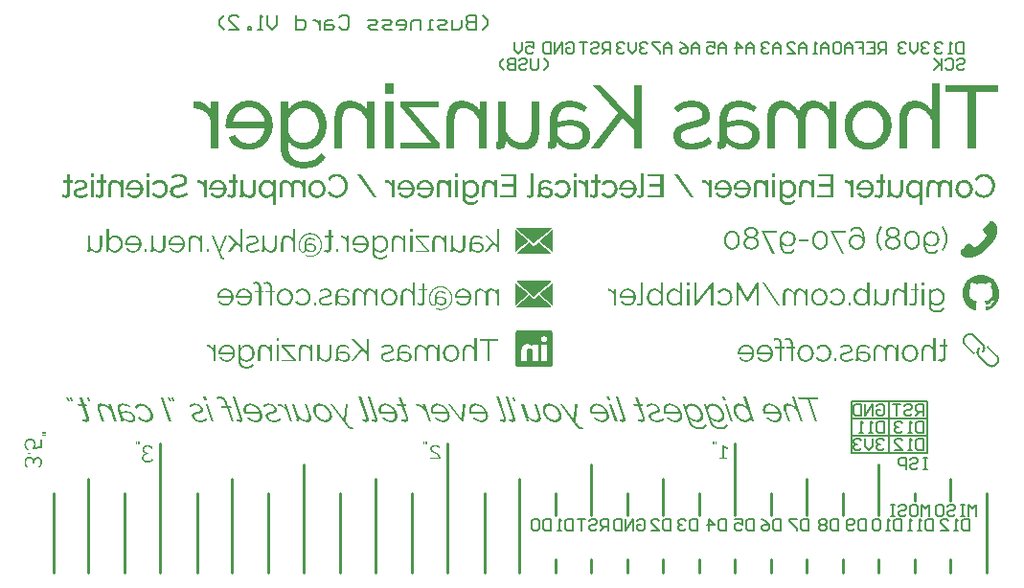
<source format=gbo>
G04 Layer_Color=13684944*
%FSAX25Y25*%
%MOIN*%
G70*
G01*
G75*
%ADD39C,0.01000*%
%ADD63C,0.00600*%
%ADD68C,0.00500*%
%ADD70C,0.00800*%
%ADD77C,0.00700*%
G36*
X0441500Y0267228D02*
X0433798D01*
Y0247500D01*
X0431045D01*
Y0267228D01*
X0423326D01*
Y0269727D01*
X0441500D01*
Y0267228D01*
D02*
G37*
G36*
X0314757Y0257144D02*
Y0269710D01*
X0317477D01*
Y0247500D01*
X0314757D01*
Y0254324D01*
X0310991Y0258377D01*
X0302816Y0247500D01*
X0300012D01*
X0309336Y0259897D01*
X0300485Y0269727D01*
X0303289D01*
X0314757Y0257144D01*
D02*
G37*
G36*
X0183250Y0233031D02*
X0183244Y0232794D01*
X0183231Y0232575D01*
X0183206Y0232369D01*
X0183169Y0232175D01*
X0183131Y0232000D01*
X0183094Y0231838D01*
X0183044Y0231687D01*
X0183000Y0231556D01*
X0182956Y0231437D01*
X0182906Y0231337D01*
X0182869Y0231250D01*
X0182825Y0231181D01*
X0182794Y0231125D01*
X0182769Y0231087D01*
X0182756Y0231063D01*
X0182750Y0231056D01*
X0182650Y0230938D01*
X0182544Y0230837D01*
X0182425Y0230744D01*
X0182306Y0230669D01*
X0182181Y0230606D01*
X0182062Y0230550D01*
X0181938Y0230506D01*
X0181819Y0230469D01*
X0181706Y0230444D01*
X0181600Y0230425D01*
X0181506Y0230406D01*
X0181425Y0230400D01*
X0181356Y0230394D01*
X0181306Y0230387D01*
X0181263D01*
X0181113Y0230394D01*
X0180963Y0230406D01*
X0180825Y0230425D01*
X0180687Y0230450D01*
X0180556Y0230475D01*
X0180438Y0230512D01*
X0180319Y0230544D01*
X0180212Y0230581D01*
X0180119Y0230619D01*
X0180031Y0230650D01*
X0179956Y0230687D01*
X0179894Y0230713D01*
X0179844Y0230737D01*
X0179806Y0230756D01*
X0179781Y0230769D01*
X0179775Y0230775D01*
X0179650Y0230850D01*
X0179544Y0230931D01*
X0179437Y0231019D01*
X0179350Y0231106D01*
X0179269Y0231194D01*
X0179194Y0231281D01*
X0179131Y0231369D01*
X0179081Y0231450D01*
X0179031Y0231525D01*
X0178994Y0231594D01*
X0178963Y0231663D01*
X0178937Y0231719D01*
X0178919Y0231763D01*
X0178906Y0231794D01*
X0178894Y0231819D01*
Y0231125D01*
X0178881Y0231025D01*
X0178856Y0230931D01*
X0178825Y0230850D01*
X0178781Y0230781D01*
X0178744Y0230725D01*
X0178706Y0230681D01*
X0178681Y0230656D01*
X0178675Y0230650D01*
X0178587Y0230588D01*
X0178500Y0230544D01*
X0178412Y0230512D01*
X0178331Y0230494D01*
X0178256Y0230481D01*
X0178200Y0230469D01*
X0178100D01*
X0178038Y0230475D01*
X0177969Y0230481D01*
X0177894Y0230494D01*
X0177825Y0230500D01*
X0177769Y0230506D01*
X0177731Y0230512D01*
X0177719D01*
Y0231400D01*
X0177769D01*
X0177813Y0231406D01*
X0177881Y0231431D01*
X0177931Y0231463D01*
X0177963Y0231500D01*
X0177988Y0231538D01*
X0177994Y0231569D01*
X0178000Y0231594D01*
Y0231600D01*
Y0236594D01*
X0179000D01*
Y0232806D01*
X0179050Y0232681D01*
X0179106Y0232569D01*
X0179163Y0232463D01*
X0179212Y0232369D01*
X0179262Y0232294D01*
X0179300Y0232238D01*
X0179325Y0232200D01*
X0179338Y0232194D01*
Y0232188D01*
X0179419Y0232087D01*
X0179500Y0231994D01*
X0179575Y0231912D01*
X0179650Y0231838D01*
X0179712Y0231781D01*
X0179762Y0231737D01*
X0179794Y0231713D01*
X0179806Y0231700D01*
X0179906Y0231631D01*
X0180006Y0231569D01*
X0180100Y0231512D01*
X0180187Y0231475D01*
X0180262Y0231437D01*
X0180325Y0231413D01*
X0180362Y0231400D01*
X0180369Y0231394D01*
X0180375D01*
X0180488Y0231356D01*
X0180600Y0231331D01*
X0180706Y0231312D01*
X0180806Y0231300D01*
X0180887Y0231294D01*
X0180950Y0231288D01*
X0181006D01*
X0181119Y0231294D01*
X0181225Y0231306D01*
X0181325Y0231331D01*
X0181419Y0231369D01*
X0181500Y0231413D01*
X0181581Y0231463D01*
X0181656Y0231519D01*
X0181725Y0231581D01*
X0181844Y0231725D01*
X0181944Y0231881D01*
X0182031Y0232050D01*
X0182094Y0232231D01*
X0182144Y0232406D01*
X0182181Y0232575D01*
X0182212Y0232731D01*
X0182231Y0232875D01*
X0182238Y0232938D01*
X0182244Y0232994D01*
Y0233044D01*
X0182250Y0233087D01*
Y0233125D01*
Y0233150D01*
Y0233162D01*
Y0233169D01*
Y0236594D01*
X0183250D01*
Y0233031D01*
D02*
G37*
G36*
X0181563Y0264221D02*
X0182188Y0264154D01*
X0182475Y0264103D01*
X0182745Y0264035D01*
X0182999Y0263968D01*
X0183235Y0263917D01*
X0183455Y0263849D01*
X0183640Y0263782D01*
X0183809Y0263731D01*
X0183944Y0263664D01*
X0184063Y0263630D01*
X0184147Y0263596D01*
X0184198Y0263562D01*
X0184215D01*
X0184755Y0263292D01*
X0185262Y0262988D01*
X0185701Y0262684D01*
X0185904Y0262532D01*
X0186089Y0262397D01*
X0186258Y0262245D01*
X0186393Y0262127D01*
X0186529Y0262009D01*
X0186630Y0261907D01*
X0186714Y0261840D01*
X0186782Y0261772D01*
X0186816Y0261738D01*
X0186833Y0261721D01*
X0187221Y0261282D01*
X0187559Y0260826D01*
X0187863Y0260370D01*
X0188099Y0259948D01*
X0188201Y0259762D01*
X0188302Y0259576D01*
X0188370Y0259424D01*
X0188437Y0259289D01*
X0188488Y0259188D01*
X0188522Y0259103D01*
X0188555Y0259053D01*
Y0259036D01*
X0188758Y0258462D01*
X0188910Y0257887D01*
X0189011Y0257330D01*
X0189062Y0257077D01*
X0189079Y0256840D01*
X0189113Y0256604D01*
X0189130Y0256401D01*
X0189146Y0256232D01*
Y0256080D01*
X0189163Y0255945D01*
Y0255861D01*
Y0255793D01*
Y0255776D01*
X0189130Y0255117D01*
X0189062Y0254509D01*
X0189028Y0254222D01*
X0188978Y0253952D01*
X0188910Y0253699D01*
X0188859Y0253462D01*
X0188809Y0253243D01*
X0188741Y0253040D01*
X0188690Y0252871D01*
X0188657Y0252736D01*
X0188606Y0252618D01*
X0188589Y0252533D01*
X0188555Y0252483D01*
Y0252466D01*
X0188302Y0251908D01*
X0188015Y0251385D01*
X0187728Y0250929D01*
X0187593Y0250709D01*
X0187458Y0250523D01*
X0187339Y0250354D01*
X0187204Y0250185D01*
X0187103Y0250050D01*
X0187018Y0249949D01*
X0186934Y0249848D01*
X0186883Y0249780D01*
X0186849Y0249746D01*
X0186833Y0249729D01*
X0186393Y0249307D01*
X0185954Y0248936D01*
X0185515Y0248615D01*
X0185110Y0248361D01*
X0184924Y0248243D01*
X0184755Y0248142D01*
X0184603Y0248057D01*
X0184468Y0247990D01*
X0184367Y0247939D01*
X0184282Y0247905D01*
X0184231Y0247872D01*
X0184215D01*
X0183640Y0247652D01*
X0183049Y0247483D01*
X0182492Y0247365D01*
X0182222Y0247314D01*
X0181968Y0247280D01*
X0181732Y0247247D01*
X0181529Y0247230D01*
X0181343Y0247213D01*
X0181174D01*
X0181056Y0247196D01*
X0180870D01*
X0180431Y0247213D01*
X0180026Y0247247D01*
X0179637Y0247297D01*
X0179300Y0247348D01*
X0178996Y0247399D01*
X0178877Y0247432D01*
X0178776Y0247449D01*
X0178709Y0247466D01*
X0178641Y0247483D01*
X0178607Y0247500D01*
X0178590D01*
X0178185Y0247618D01*
X0177796Y0247753D01*
X0177459Y0247888D01*
X0177155Y0248024D01*
X0176918Y0248159D01*
X0176817Y0248209D01*
X0176716Y0248260D01*
X0176648Y0248294D01*
X0176597Y0248328D01*
X0176580Y0248344D01*
X0176564D01*
X0176226Y0248564D01*
X0175922Y0248784D01*
X0175651Y0249003D01*
X0175415Y0249206D01*
X0175212Y0249375D01*
X0175060Y0249527D01*
X0174976Y0249611D01*
X0174942Y0249645D01*
X0174689Y0249949D01*
X0174469Y0250287D01*
X0174283Y0250608D01*
X0174114Y0250929D01*
X0173996Y0251216D01*
X0173945Y0251334D01*
X0173895Y0251452D01*
X0173861Y0251537D01*
X0173844Y0251604D01*
X0173827Y0251638D01*
Y0251655D01*
X0176124Y0252246D01*
X0176259Y0251976D01*
X0176395Y0251723D01*
X0176547Y0251503D01*
X0176665Y0251317D01*
X0176783Y0251165D01*
X0176867Y0251047D01*
X0176935Y0250979D01*
X0176952Y0250962D01*
X0177121Y0250794D01*
X0177307Y0250625D01*
X0177492Y0250473D01*
X0177661Y0250354D01*
X0177796Y0250253D01*
X0177915Y0250185D01*
X0177982Y0250135D01*
X0178016Y0250118D01*
X0178472Y0249898D01*
X0178709Y0249797D01*
X0178911Y0249729D01*
X0179080Y0249662D01*
X0179232Y0249611D01*
X0179316Y0249594D01*
X0179333Y0249577D01*
X0179350D01*
X0179621Y0249510D01*
X0179874Y0249459D01*
X0180127Y0249426D01*
X0180347Y0249409D01*
X0180550Y0249392D01*
X0180685Y0249375D01*
X0180820D01*
X0181225Y0249392D01*
X0181597Y0249442D01*
X0181951Y0249510D01*
X0182255Y0249577D01*
X0182526Y0249645D01*
X0182627Y0249679D01*
X0182711Y0249713D01*
X0182779Y0249746D01*
X0182830Y0249763D01*
X0182863Y0249780D01*
X0182880D01*
X0183218Y0249949D01*
X0183539Y0250135D01*
X0183826Y0250338D01*
X0184080Y0250523D01*
X0184282Y0250692D01*
X0184434Y0250827D01*
X0184536Y0250912D01*
X0184552Y0250946D01*
X0184569D01*
X0184823Y0251250D01*
X0185059Y0251554D01*
X0185279Y0251841D01*
X0185448Y0252128D01*
X0185600Y0252364D01*
X0185701Y0252567D01*
X0185735Y0252635D01*
X0185768Y0252685D01*
X0185785Y0252719D01*
Y0252736D01*
X0185937Y0253124D01*
X0186073Y0253479D01*
X0186174Y0253817D01*
X0186241Y0254104D01*
X0186292Y0254341D01*
X0186326Y0254526D01*
Y0254594D01*
X0186343Y0254644D01*
Y0254661D01*
Y0254678D01*
X0172881D01*
X0172814Y0254915D01*
X0172763Y0255134D01*
Y0255202D01*
X0172746Y0255269D01*
Y0255303D01*
Y0255320D01*
X0172729Y0255523D01*
Y0255675D01*
Y0255776D01*
Y0255810D01*
X0172763Y0256435D01*
X0172831Y0257026D01*
X0172915Y0257566D01*
X0172983Y0257820D01*
X0173033Y0258056D01*
X0173084Y0258259D01*
X0173152Y0258445D01*
X0173202Y0258614D01*
X0173236Y0258749D01*
X0173287Y0258867D01*
X0173304Y0258951D01*
X0173337Y0259002D01*
Y0259019D01*
X0173574Y0259576D01*
X0173844Y0260083D01*
X0174131Y0260539D01*
X0174266Y0260742D01*
X0174401Y0260928D01*
X0174520Y0261097D01*
X0174638Y0261248D01*
X0174739Y0261384D01*
X0174824Y0261502D01*
X0174908Y0261586D01*
X0174959Y0261654D01*
X0174993Y0261688D01*
X0175010Y0261704D01*
X0175432Y0262127D01*
X0175854Y0262498D01*
X0176293Y0262819D01*
X0176699Y0263073D01*
X0176884Y0263191D01*
X0177053Y0263292D01*
X0177205Y0263377D01*
X0177340Y0263444D01*
X0177442Y0263495D01*
X0177526Y0263529D01*
X0177577Y0263562D01*
X0177594D01*
X0178168Y0263799D01*
X0178742Y0263968D01*
X0179300Y0264086D01*
X0179570Y0264137D01*
X0179806Y0264170D01*
X0180043Y0264204D01*
X0180245Y0264221D01*
X0180431Y0264238D01*
X0180600D01*
X0180735Y0264255D01*
X0180904D01*
X0181563Y0264221D01*
D02*
G37*
G36*
X0231118Y0247500D02*
X0228416D01*
Y0263968D01*
X0231118D01*
Y0247500D01*
D02*
G37*
G36*
X0216052Y0264238D02*
X0216441Y0264204D01*
X0216812Y0264170D01*
X0217133Y0264120D01*
X0217404Y0264052D01*
X0217522Y0264035D01*
X0217606Y0264018D01*
X0217691Y0264001D01*
X0217741Y0263985D01*
X0217775Y0263968D01*
X0217792D01*
X0218163Y0263849D01*
X0218535Y0263714D01*
X0218856Y0263579D01*
X0219160Y0263444D01*
X0219396Y0263326D01*
X0219498Y0263275D01*
X0219582Y0263225D01*
X0219650Y0263191D01*
X0219701Y0263157D01*
X0219734Y0263140D01*
X0219751D01*
X0220089Y0262937D01*
X0220393Y0262718D01*
X0220680Y0262498D01*
X0220917Y0262296D01*
X0221119Y0262127D01*
X0221271Y0261975D01*
X0221373Y0261890D01*
X0221390Y0261873D01*
X0221406Y0261857D01*
X0221525Y0261721D01*
X0221643Y0261586D01*
X0221812Y0261316D01*
X0221930Y0261063D01*
X0222014Y0260843D01*
X0222048Y0260657D01*
X0222065Y0260505D01*
Y0263968D01*
X0224582D01*
Y0247500D01*
X0221879D01*
Y0257465D01*
X0221761Y0257803D01*
X0221626Y0258107D01*
X0221491Y0258394D01*
X0221356Y0258647D01*
X0221237Y0258850D01*
X0221136Y0259019D01*
X0221052Y0259120D01*
X0221035Y0259137D01*
Y0259154D01*
X0220815Y0259441D01*
X0220579Y0259712D01*
X0220359Y0259948D01*
X0220157Y0260151D01*
X0219988Y0260319D01*
X0219836Y0260438D01*
X0219751Y0260505D01*
X0219717Y0260539D01*
X0219430Y0260742D01*
X0219143Y0260928D01*
X0218873Y0261080D01*
X0218620Y0261198D01*
X0218417Y0261299D01*
X0218248Y0261384D01*
X0218180Y0261401D01*
X0218130Y0261417D01*
X0218113Y0261434D01*
X0218096D01*
X0217775Y0261536D01*
X0217454Y0261620D01*
X0217167Y0261671D01*
X0216914Y0261721D01*
X0216694Y0261738D01*
X0216525Y0261755D01*
X0216390D01*
X0216103Y0261738D01*
X0215833Y0261704D01*
X0215596Y0261654D01*
X0215360Y0261569D01*
X0215157Y0261485D01*
X0214954Y0261384D01*
X0214786Y0261282D01*
X0214633Y0261164D01*
X0214498Y0261063D01*
X0214380Y0260944D01*
X0214279Y0260843D01*
X0214194Y0260759D01*
X0214144Y0260674D01*
X0214093Y0260624D01*
X0214059Y0260590D01*
Y0260573D01*
X0213924Y0260336D01*
X0213806Y0260066D01*
X0213705Y0259779D01*
X0213620Y0259475D01*
X0213485Y0258816D01*
X0213401Y0258174D01*
X0213367Y0257871D01*
X0213333Y0257583D01*
X0213316Y0257330D01*
Y0257110D01*
X0213299Y0256925D01*
Y0256773D01*
Y0256688D01*
Y0256654D01*
Y0247500D01*
X0210614D01*
Y0257094D01*
X0210631Y0257668D01*
X0210648Y0258208D01*
X0210698Y0258698D01*
X0210715Y0258918D01*
X0210732Y0259120D01*
X0210766Y0259306D01*
X0210783Y0259475D01*
X0210800Y0259627D01*
X0210833Y0259745D01*
X0210850Y0259847D01*
Y0259914D01*
X0210867Y0259965D01*
Y0259982D01*
X0210968Y0260455D01*
X0211104Y0260894D01*
X0211239Y0261282D01*
X0211391Y0261620D01*
X0211441Y0261755D01*
X0211509Y0261873D01*
X0211560Y0261992D01*
X0211610Y0262076D01*
X0211661Y0262144D01*
X0211678Y0262211D01*
X0211712Y0262228D01*
Y0262245D01*
X0211948Y0262583D01*
X0212201Y0262870D01*
X0212455Y0263123D01*
X0212708Y0263343D01*
X0212928Y0263495D01*
X0213096Y0263613D01*
X0213164Y0263664D01*
X0213215Y0263698D01*
X0213248Y0263714D01*
X0213265D01*
X0213637Y0263900D01*
X0214042Y0264035D01*
X0214448Y0264120D01*
X0214819Y0264187D01*
X0215140Y0264221D01*
X0215292Y0264238D01*
X0215410Y0264255D01*
X0215647D01*
X0216052Y0264238D01*
D02*
G37*
G36*
X0255085D02*
X0255473Y0264204D01*
X0255845Y0264170D01*
X0256166Y0264120D01*
X0256436Y0264052D01*
X0256555Y0264035D01*
X0256639Y0264018D01*
X0256723Y0264001D01*
X0256774Y0263985D01*
X0256808Y0263968D01*
X0256825D01*
X0257196Y0263849D01*
X0257568Y0263714D01*
X0257889Y0263579D01*
X0258193Y0263444D01*
X0258429Y0263326D01*
X0258531Y0263275D01*
X0258615Y0263225D01*
X0258683Y0263191D01*
X0258733Y0263157D01*
X0258767Y0263140D01*
X0258784D01*
X0259122Y0262937D01*
X0259426Y0262718D01*
X0259713Y0262498D01*
X0259949Y0262296D01*
X0260152Y0262127D01*
X0260304Y0261975D01*
X0260405Y0261890D01*
X0260422Y0261873D01*
X0260439Y0261857D01*
X0260557Y0261721D01*
X0260676Y0261586D01*
X0260845Y0261316D01*
X0260963Y0261063D01*
X0261047Y0260843D01*
X0261081Y0260657D01*
X0261098Y0260505D01*
Y0263968D01*
X0263615D01*
Y0247500D01*
X0260912D01*
Y0257465D01*
X0260794Y0257803D01*
X0260659Y0258107D01*
X0260524Y0258394D01*
X0260388Y0258647D01*
X0260270Y0258850D01*
X0260169Y0259019D01*
X0260085Y0259120D01*
X0260068Y0259137D01*
Y0259154D01*
X0259848Y0259441D01*
X0259612Y0259712D01*
X0259392Y0259948D01*
X0259189Y0260151D01*
X0259020Y0260319D01*
X0258868Y0260438D01*
X0258784Y0260505D01*
X0258750Y0260539D01*
X0258463Y0260742D01*
X0258176Y0260928D01*
X0257906Y0261080D01*
X0257652Y0261198D01*
X0257450Y0261299D01*
X0257281Y0261384D01*
X0257213Y0261401D01*
X0257162Y0261417D01*
X0257146Y0261434D01*
X0257129D01*
X0256808Y0261536D01*
X0256487Y0261620D01*
X0256200Y0261671D01*
X0255946Y0261721D01*
X0255727Y0261738D01*
X0255558Y0261755D01*
X0255423D01*
X0255136Y0261738D01*
X0254866Y0261704D01*
X0254629Y0261654D01*
X0254393Y0261569D01*
X0254190Y0261485D01*
X0253987Y0261384D01*
X0253818Y0261282D01*
X0253666Y0261164D01*
X0253531Y0261063D01*
X0253413Y0260944D01*
X0253312Y0260843D01*
X0253227Y0260759D01*
X0253176Y0260674D01*
X0253126Y0260624D01*
X0253092Y0260590D01*
Y0260573D01*
X0252957Y0260336D01*
X0252839Y0260066D01*
X0252737Y0259779D01*
X0252653Y0259475D01*
X0252518Y0258816D01*
X0252433Y0258174D01*
X0252400Y0257871D01*
X0252366Y0257583D01*
X0252349Y0257330D01*
Y0257110D01*
X0252332Y0256925D01*
Y0256773D01*
Y0256688D01*
Y0256654D01*
Y0247500D01*
X0249646D01*
Y0257094D01*
X0249663Y0257668D01*
X0249680Y0258208D01*
X0249731Y0258698D01*
X0249748Y0258918D01*
X0249765Y0259120D01*
X0249798Y0259306D01*
X0249815Y0259475D01*
X0249832Y0259627D01*
X0249866Y0259745D01*
X0249883Y0259847D01*
Y0259914D01*
X0249900Y0259965D01*
Y0259982D01*
X0250001Y0260455D01*
X0250136Y0260894D01*
X0250271Y0261282D01*
X0250423Y0261620D01*
X0250474Y0261755D01*
X0250542Y0261873D01*
X0250592Y0261992D01*
X0250643Y0262076D01*
X0250694Y0262144D01*
X0250711Y0262211D01*
X0250744Y0262228D01*
Y0262245D01*
X0250981Y0262583D01*
X0251234Y0262870D01*
X0251487Y0263123D01*
X0251741Y0263343D01*
X0251960Y0263495D01*
X0252129Y0263613D01*
X0252197Y0263664D01*
X0252248Y0263698D01*
X0252281Y0263714D01*
X0252298D01*
X0252670Y0263900D01*
X0253075Y0264035D01*
X0253481Y0264120D01*
X0253852Y0264187D01*
X0254173Y0264221D01*
X0254325Y0264238D01*
X0254443Y0264255D01*
X0254680D01*
X0255085Y0264238D01*
D02*
G37*
G36*
X0247079Y0261806D02*
X0236591D01*
X0247316Y0249307D01*
Y0247500D01*
X0233702D01*
Y0249662D01*
X0244377D01*
X0233702Y0262160D01*
Y0263968D01*
X0247079D01*
Y0261806D01*
D02*
G37*
G36*
X0292885Y0264238D02*
X0293459Y0264170D01*
X0293983Y0264086D01*
X0294219Y0264035D01*
X0294456Y0263985D01*
X0294658Y0263934D01*
X0294844Y0263883D01*
X0295013Y0263833D01*
X0295148Y0263799D01*
X0295266Y0263765D01*
X0295351Y0263731D01*
X0295402Y0263714D01*
X0295418D01*
X0295993Y0263478D01*
X0296550Y0263208D01*
X0297107Y0262921D01*
X0297361Y0262785D01*
X0297597Y0262650D01*
X0297817Y0262515D01*
X0298020Y0262380D01*
X0298205Y0262262D01*
X0298357Y0262177D01*
X0298476Y0262093D01*
X0298560Y0262025D01*
X0298627Y0261992D01*
X0298644Y0261975D01*
X0297715Y0260201D01*
X0297141Y0260539D01*
X0296618Y0260826D01*
X0296145Y0261063D01*
X0295925Y0261164D01*
X0295739Y0261265D01*
X0295553Y0261350D01*
X0295402Y0261417D01*
X0295266Y0261485D01*
X0295148Y0261536D01*
X0295047Y0261569D01*
X0294979Y0261603D01*
X0294946Y0261620D01*
X0294929D01*
X0294473Y0261772D01*
X0294033Y0261890D01*
X0293611Y0261975D01*
X0293240Y0262042D01*
X0293071Y0262059D01*
X0292936Y0262076D01*
X0292800D01*
X0292682Y0262093D01*
X0292479D01*
X0292125Y0262076D01*
X0291804Y0262042D01*
X0291483Y0261992D01*
X0291196Y0261907D01*
X0290926Y0261823D01*
X0290689Y0261738D01*
X0290453Y0261620D01*
X0290250Y0261519D01*
X0290064Y0261417D01*
X0289912Y0261316D01*
X0289777Y0261215D01*
X0289659Y0261130D01*
X0289574Y0261046D01*
X0289507Y0260995D01*
X0289473Y0260961D01*
X0289456Y0260944D01*
X0289253Y0260725D01*
X0289085Y0260488D01*
X0288933Y0260235D01*
X0288814Y0259965D01*
X0288696Y0259712D01*
X0288612Y0259458D01*
X0288477Y0258951D01*
X0288426Y0258715D01*
X0288392Y0258512D01*
X0288375Y0258310D01*
X0288358Y0258141D01*
X0288341Y0258006D01*
Y0257904D01*
Y0257837D01*
Y0257820D01*
Y0256688D01*
X0288578Y0256823D01*
X0288865Y0256942D01*
X0289186Y0257060D01*
X0289490Y0257144D01*
X0289760Y0257212D01*
X0289879Y0257229D01*
X0289997Y0257262D01*
X0290081Y0257279D01*
X0290149D01*
X0290182Y0257296D01*
X0290199D01*
X0290672Y0257364D01*
X0291128Y0257431D01*
X0291551Y0257465D01*
X0291922Y0257482D01*
X0292091Y0257499D01*
X0292243D01*
X0292378Y0257516D01*
X0292699D01*
X0293256Y0257499D01*
X0293780Y0257465D01*
X0294253Y0257398D01*
X0294473Y0257364D01*
X0294675Y0257330D01*
X0294861Y0257296D01*
X0295013Y0257262D01*
X0295165Y0257229D01*
X0295283Y0257195D01*
X0295368Y0257178D01*
X0295452Y0257161D01*
X0295486Y0257144D01*
X0295503D01*
X0295959Y0256992D01*
X0296398Y0256823D01*
X0296770Y0256654D01*
X0297091Y0256486D01*
X0297361Y0256333D01*
X0297479Y0256266D01*
X0297563Y0256215D01*
X0297631Y0256165D01*
X0297682Y0256131D01*
X0297715Y0256097D01*
X0297732D01*
X0298053Y0255827D01*
X0298357Y0255557D01*
X0298594Y0255286D01*
X0298813Y0255033D01*
X0298965Y0254797D01*
X0299083Y0254628D01*
X0299134Y0254560D01*
X0299168Y0254509D01*
X0299185Y0254476D01*
Y0254459D01*
X0299354Y0254104D01*
X0299489Y0253732D01*
X0299573Y0253378D01*
X0299641Y0253040D01*
X0299675Y0252753D01*
X0299692Y0252635D01*
Y0252533D01*
X0299708Y0252449D01*
Y0252381D01*
Y0252347D01*
Y0252330D01*
X0299692Y0251942D01*
X0299641Y0251571D01*
X0299573Y0251233D01*
X0299489Y0250946D01*
X0299421Y0250692D01*
X0299388Y0250591D01*
X0299354Y0250506D01*
X0299320Y0250439D01*
X0299303Y0250388D01*
X0299286Y0250354D01*
Y0250338D01*
X0299117Y0250000D01*
X0298915Y0249696D01*
X0298729Y0249409D01*
X0298543Y0249172D01*
X0298374Y0248969D01*
X0298222Y0248817D01*
X0298138Y0248733D01*
X0298104Y0248716D01*
Y0248699D01*
X0297800Y0248446D01*
X0297496Y0248226D01*
X0297192Y0248041D01*
X0296922Y0247872D01*
X0296668Y0247753D01*
X0296466Y0247652D01*
X0296398Y0247635D01*
X0296347Y0247601D01*
X0296314Y0247585D01*
X0296297D01*
X0295891Y0247449D01*
X0295486Y0247365D01*
X0295081Y0247297D01*
X0294726Y0247247D01*
X0294405Y0247213D01*
X0294287D01*
X0294168Y0247196D01*
X0293949D01*
X0293611Y0247213D01*
X0293273Y0247230D01*
X0292615Y0247314D01*
X0292007Y0247449D01*
X0291736Y0247517D01*
X0291466Y0247601D01*
X0291230Y0247669D01*
X0291027Y0247737D01*
X0290824Y0247804D01*
X0290672Y0247872D01*
X0290537Y0247922D01*
X0290453Y0247956D01*
X0290385Y0247990D01*
X0290368D01*
X0290047Y0248142D01*
X0289760Y0248311D01*
X0289507Y0248497D01*
X0289270Y0248665D01*
X0289051Y0248851D01*
X0288865Y0249020D01*
X0288696Y0249206D01*
X0288544Y0249375D01*
X0288426Y0249527D01*
X0288325Y0249679D01*
X0288240Y0249797D01*
X0288173Y0249915D01*
X0288122Y0250000D01*
X0288088Y0250084D01*
X0288054Y0250118D01*
Y0250135D01*
X0288037Y0249155D01*
X0287987Y0248851D01*
X0287902Y0248598D01*
X0287801Y0248378D01*
X0287683Y0248193D01*
X0287564Y0248057D01*
X0287463Y0247956D01*
X0287396Y0247888D01*
X0287379Y0247872D01*
X0287142Y0247737D01*
X0286923Y0247635D01*
X0286686Y0247551D01*
X0286484Y0247500D01*
X0286315Y0247466D01*
X0286180Y0247449D01*
X0285926D01*
X0285791Y0247466D01*
X0285555D01*
X0285436Y0247483D01*
X0285200Y0247500D01*
X0285082Y0247517D01*
X0284997Y0247534D01*
X0284913D01*
Y0249932D01*
X0285048D01*
X0285149Y0249949D01*
X0285335Y0250017D01*
X0285453Y0250101D01*
X0285555Y0250202D01*
X0285605Y0250304D01*
X0285622Y0250388D01*
X0285639Y0250456D01*
Y0250473D01*
Y0257634D01*
X0285656Y0258191D01*
X0285723Y0258732D01*
X0285808Y0259222D01*
X0285926Y0259695D01*
X0286061Y0260117D01*
X0286213Y0260522D01*
X0286365Y0260877D01*
X0286534Y0261215D01*
X0286703Y0261502D01*
X0286872Y0261755D01*
X0287024Y0261975D01*
X0287159Y0262160D01*
X0287277Y0262296D01*
X0287362Y0262397D01*
X0287429Y0262464D01*
X0287446Y0262481D01*
X0287801Y0262802D01*
X0288173Y0263073D01*
X0288561Y0263309D01*
X0288966Y0263512D01*
X0289372Y0263681D01*
X0289760Y0263816D01*
X0290166Y0263934D01*
X0290537Y0264035D01*
X0290892Y0264103D01*
X0291230Y0264154D01*
X0291517Y0264204D01*
X0291770Y0264221D01*
X0291990Y0264238D01*
X0292142Y0264255D01*
X0292277D01*
X0292885Y0264238D01*
D02*
G37*
G36*
X0377436D02*
X0377791Y0264204D01*
X0378146Y0264154D01*
X0378483Y0264086D01*
X0378804Y0264001D01*
X0379108Y0263917D01*
X0379396Y0263816D01*
X0379649Y0263714D01*
X0379885Y0263613D01*
X0380105Y0263512D01*
X0380291Y0263427D01*
X0380443Y0263343D01*
X0380561Y0263275D01*
X0380662Y0263225D01*
X0380713Y0263191D01*
X0380730Y0263174D01*
X0381017Y0262971D01*
X0381287Y0262752D01*
X0381540Y0262515D01*
X0381760Y0262296D01*
X0381946Y0262059D01*
X0382115Y0261823D01*
X0382267Y0261603D01*
X0382385Y0261384D01*
X0382503Y0261181D01*
X0382588Y0260995D01*
X0382655Y0260826D01*
X0382723Y0260674D01*
X0382757Y0260556D01*
X0382790Y0260472D01*
X0382807Y0260404D01*
Y0263968D01*
X0385324D01*
Y0247500D01*
X0382622D01*
Y0257482D01*
X0382503Y0257837D01*
X0382368Y0258158D01*
X0382233Y0258478D01*
X0382081Y0258766D01*
X0381929Y0259053D01*
X0381777Y0259306D01*
X0381608Y0259526D01*
X0381456Y0259745D01*
X0381321Y0259931D01*
X0381169Y0260100D01*
X0381051Y0260235D01*
X0380949Y0260353D01*
X0380848Y0260455D01*
X0380781Y0260522D01*
X0380747Y0260556D01*
X0380730Y0260573D01*
X0380476Y0260775D01*
X0380223Y0260961D01*
X0379970Y0261113D01*
X0379699Y0261265D01*
X0379446Y0261367D01*
X0379210Y0261468D01*
X0378973Y0261553D01*
X0378737Y0261603D01*
X0378534Y0261654D01*
X0378331Y0261688D01*
X0378163Y0261721D01*
X0378027Y0261738D01*
X0377909Y0261755D01*
X0377740D01*
X0377453Y0261738D01*
X0377183Y0261704D01*
X0376929Y0261654D01*
X0376693Y0261569D01*
X0376473Y0261485D01*
X0376288Y0261384D01*
X0376102Y0261282D01*
X0375950Y0261164D01*
X0375815Y0261063D01*
X0375697Y0260944D01*
X0375595Y0260843D01*
X0375511Y0260759D01*
X0375443Y0260674D01*
X0375393Y0260624D01*
X0375376Y0260590D01*
X0375359Y0260573D01*
X0375224Y0260336D01*
X0375089Y0260066D01*
X0374987Y0259779D01*
X0374903Y0259458D01*
X0374751Y0258816D01*
X0374666Y0258174D01*
X0374633Y0257871D01*
X0374599Y0257583D01*
X0374582Y0257330D01*
Y0257094D01*
X0374565Y0256908D01*
Y0256773D01*
Y0256688D01*
Y0256654D01*
Y0247500D01*
X0371863D01*
Y0257465D01*
X0371761Y0257803D01*
X0371643Y0258107D01*
X0371525Y0258394D01*
X0371407Y0258647D01*
X0371305Y0258867D01*
X0371221Y0259036D01*
X0371153Y0259137D01*
X0371136Y0259154D01*
Y0259171D01*
X0370934Y0259458D01*
X0370748Y0259728D01*
X0370545Y0259965D01*
X0370376Y0260168D01*
X0370224Y0260319D01*
X0370089Y0260438D01*
X0370022Y0260522D01*
X0369988Y0260539D01*
X0369734Y0260742D01*
X0369498Y0260928D01*
X0369262Y0261080D01*
X0369042Y0261198D01*
X0368856Y0261299D01*
X0368721Y0261384D01*
X0368620Y0261417D01*
X0368586Y0261434D01*
X0368299Y0261536D01*
X0368012Y0261620D01*
X0367741Y0261671D01*
X0367505Y0261721D01*
X0367285Y0261738D01*
X0367116Y0261755D01*
X0366981D01*
X0366694Y0261738D01*
X0366424Y0261704D01*
X0366171Y0261637D01*
X0365934Y0261569D01*
X0365715Y0261468D01*
X0365512Y0261367D01*
X0365343Y0261265D01*
X0365174Y0261147D01*
X0365039Y0261029D01*
X0364921Y0260928D01*
X0364819Y0260826D01*
X0364735Y0260725D01*
X0364667Y0260657D01*
X0364617Y0260590D01*
X0364600Y0260556D01*
X0364583Y0260539D01*
X0364448Y0260303D01*
X0364313Y0260032D01*
X0364211Y0259728D01*
X0364110Y0259424D01*
X0363975Y0258783D01*
X0363874Y0258141D01*
X0363840Y0257854D01*
X0363806Y0257566D01*
X0363789Y0257313D01*
Y0257094D01*
X0363772Y0256908D01*
Y0256773D01*
Y0256688D01*
Y0256654D01*
Y0247500D01*
X0361087D01*
Y0257094D01*
X0361104Y0257668D01*
X0361121Y0258191D01*
X0361171Y0258681D01*
X0361188Y0258901D01*
X0361222Y0259120D01*
X0361239Y0259306D01*
X0361273Y0259475D01*
X0361289Y0259610D01*
X0361306Y0259728D01*
X0361323Y0259830D01*
X0361340Y0259914D01*
X0361357Y0259948D01*
Y0259965D01*
X0361475Y0260438D01*
X0361610Y0260877D01*
X0361745Y0261265D01*
X0361880Y0261586D01*
X0361948Y0261738D01*
X0362016Y0261857D01*
X0362066Y0261975D01*
X0362117Y0262059D01*
X0362168Y0262127D01*
X0362185Y0262177D01*
X0362218Y0262211D01*
Y0262228D01*
X0362455Y0262566D01*
X0362725Y0262870D01*
X0362978Y0263123D01*
X0363249Y0263326D01*
X0363468Y0263495D01*
X0363654Y0263613D01*
X0363721Y0263664D01*
X0363772Y0263698D01*
X0363806Y0263714D01*
X0363823D01*
X0364211Y0263900D01*
X0364617Y0264035D01*
X0365022Y0264120D01*
X0365394Y0264187D01*
X0365579Y0264204D01*
X0365732Y0264221D01*
X0365867Y0264238D01*
X0365985Y0264255D01*
X0366221D01*
X0366593Y0264238D01*
X0366964Y0264204D01*
X0367319Y0264154D01*
X0367657Y0264086D01*
X0367978Y0263985D01*
X0368299Y0263883D01*
X0368890Y0263613D01*
X0369430Y0263309D01*
X0369903Y0262954D01*
X0370342Y0262600D01*
X0370748Y0262211D01*
X0371086Y0261823D01*
X0371373Y0261468D01*
X0371626Y0261113D01*
X0371829Y0260809D01*
X0371981Y0260539D01*
X0372048Y0260438D01*
X0372099Y0260336D01*
X0372133Y0260269D01*
X0372167Y0260218D01*
X0372183Y0260184D01*
Y0260168D01*
X0372217Y0260472D01*
X0372285Y0260759D01*
X0372369Y0261046D01*
X0372471Y0261316D01*
X0372572Y0261569D01*
X0372707Y0261806D01*
X0372825Y0262025D01*
X0372960Y0262228D01*
X0373095Y0262414D01*
X0373214Y0262566D01*
X0373332Y0262701D01*
X0373433Y0262819D01*
X0373518Y0262921D01*
X0373585Y0262988D01*
X0373619Y0263022D01*
X0373636Y0263039D01*
X0373889Y0263258D01*
X0374160Y0263444D01*
X0374430Y0263596D01*
X0374717Y0263748D01*
X0375004Y0263866D01*
X0375291Y0263951D01*
X0375578Y0264035D01*
X0375832Y0264103D01*
X0376085Y0264154D01*
X0376322Y0264187D01*
X0376524Y0264221D01*
X0376710Y0264238D01*
X0376862Y0264255D01*
X0377065D01*
X0377436Y0264238D01*
D02*
G37*
G36*
X0421131Y0247500D02*
X0418428D01*
Y0257482D01*
X0418327Y0257803D01*
X0418192Y0258107D01*
X0418074Y0258394D01*
X0417939Y0258647D01*
X0417837Y0258850D01*
X0417736Y0259002D01*
X0417668Y0259103D01*
X0417651Y0259137D01*
X0417449Y0259424D01*
X0417229Y0259695D01*
X0417009Y0259914D01*
X0416824Y0260117D01*
X0416655Y0260286D01*
X0416520Y0260404D01*
X0416435Y0260472D01*
X0416401Y0260505D01*
X0416131Y0260708D01*
X0415844Y0260894D01*
X0415591Y0261046D01*
X0415354Y0261181D01*
X0415152Y0261282D01*
X0414983Y0261350D01*
X0414881Y0261401D01*
X0414864Y0261417D01*
X0414848D01*
X0414544Y0261536D01*
X0414240Y0261620D01*
X0413969Y0261671D01*
X0413716Y0261721D01*
X0413513Y0261738D01*
X0413344Y0261755D01*
X0413209D01*
X0412905Y0261738D01*
X0412635Y0261704D01*
X0412365Y0261637D01*
X0412128Y0261553D01*
X0411909Y0261468D01*
X0411706Y0261367D01*
X0411503Y0261248D01*
X0411351Y0261130D01*
X0411199Y0261012D01*
X0411064Y0260894D01*
X0410963Y0260792D01*
X0410861Y0260708D01*
X0410794Y0260624D01*
X0410743Y0260556D01*
X0410726Y0260522D01*
X0410709Y0260505D01*
X0410558Y0260252D01*
X0410422Y0259982D01*
X0410304Y0259695D01*
X0410203Y0259391D01*
X0410051Y0258749D01*
X0409949Y0258124D01*
X0409916Y0257820D01*
X0409899Y0257550D01*
X0409882Y0257296D01*
X0409865Y0257077D01*
X0409848Y0256908D01*
Y0256773D01*
Y0256688D01*
Y0256654D01*
Y0247500D01*
X0407163D01*
Y0257094D01*
X0407179Y0257651D01*
X0407213Y0258191D01*
X0407247Y0258664D01*
X0407281Y0258901D01*
X0407298Y0259103D01*
X0407332Y0259289D01*
X0407365Y0259458D01*
X0407382Y0259593D01*
X0407399Y0259712D01*
X0407416Y0259813D01*
X0407433Y0259897D01*
X0407450Y0259931D01*
Y0259948D01*
X0407568Y0260421D01*
X0407703Y0260860D01*
X0407855Y0261248D01*
X0408007Y0261569D01*
X0408075Y0261721D01*
X0408142Y0261840D01*
X0408210Y0261958D01*
X0408260Y0262042D01*
X0408294Y0262110D01*
X0408328Y0262160D01*
X0408362Y0262194D01*
Y0262211D01*
X0408615Y0262549D01*
X0408885Y0262836D01*
X0409172Y0263089D01*
X0409426Y0263309D01*
X0409662Y0263478D01*
X0409865Y0263596D01*
X0409933Y0263647D01*
X0409983Y0263681D01*
X0410017Y0263698D01*
X0410034D01*
X0410439Y0263883D01*
X0410861Y0264018D01*
X0411267Y0264120D01*
X0411655Y0264187D01*
X0411824Y0264204D01*
X0411993Y0264221D01*
X0412128Y0264238D01*
X0412263Y0264255D01*
X0412500D01*
X0412872Y0264238D01*
X0413243Y0264204D01*
X0413598Y0264154D01*
X0413936Y0264086D01*
X0414256Y0264001D01*
X0414577Y0263917D01*
X0414864Y0263816D01*
X0415135Y0263714D01*
X0415388Y0263613D01*
X0415608Y0263512D01*
X0415793Y0263427D01*
X0415962Y0263343D01*
X0416097Y0263275D01*
X0416182Y0263225D01*
X0416249Y0263191D01*
X0416266Y0263174D01*
X0416570Y0262971D01*
X0416857Y0262752D01*
X0417111Y0262515D01*
X0417330Y0262279D01*
X0417533Y0262042D01*
X0417719Y0261823D01*
X0417871Y0261586D01*
X0418006Y0261384D01*
X0418107Y0261164D01*
X0418209Y0260978D01*
X0418276Y0260809D01*
X0418327Y0260674D01*
X0418378Y0260556D01*
X0418411Y0260455D01*
X0418428Y0260404D01*
Y0270335D01*
X0421131D01*
Y0247500D01*
D02*
G37*
G36*
X0351831Y0264238D02*
X0352405Y0264170D01*
X0352929Y0264086D01*
X0353165Y0264035D01*
X0353402Y0263985D01*
X0353604Y0263934D01*
X0353790Y0263883D01*
X0353959Y0263833D01*
X0354094Y0263799D01*
X0354212Y0263765D01*
X0354297Y0263731D01*
X0354348Y0263714D01*
X0354364D01*
X0354939Y0263478D01*
X0355496Y0263208D01*
X0356053Y0262921D01*
X0356307Y0262785D01*
X0356543Y0262650D01*
X0356763Y0262515D01*
X0356965Y0262380D01*
X0357151Y0262262D01*
X0357303Y0262177D01*
X0357422Y0262093D01*
X0357506Y0262025D01*
X0357574Y0261992D01*
X0357591Y0261975D01*
X0356662Y0260201D01*
X0356087Y0260539D01*
X0355564Y0260826D01*
X0355091Y0261063D01*
X0354871Y0261164D01*
X0354685Y0261265D01*
X0354500Y0261350D01*
X0354348Y0261417D01*
X0354212Y0261485D01*
X0354094Y0261536D01*
X0353993Y0261569D01*
X0353925Y0261603D01*
X0353892Y0261620D01*
X0353875D01*
X0353419Y0261772D01*
X0352979Y0261890D01*
X0352557Y0261975D01*
X0352186Y0262042D01*
X0352017Y0262059D01*
X0351882Y0262076D01*
X0351747D01*
X0351628Y0262093D01*
X0351426D01*
X0351071Y0262076D01*
X0350750Y0262042D01*
X0350429Y0261992D01*
X0350142Y0261907D01*
X0349872Y0261823D01*
X0349635Y0261738D01*
X0349399Y0261620D01*
X0349196Y0261519D01*
X0349010Y0261417D01*
X0348858Y0261316D01*
X0348723Y0261215D01*
X0348605Y0261130D01*
X0348521Y0261046D01*
X0348453Y0260995D01*
X0348419Y0260961D01*
X0348402Y0260944D01*
X0348200Y0260725D01*
X0348031Y0260488D01*
X0347879Y0260235D01*
X0347761Y0259965D01*
X0347642Y0259712D01*
X0347558Y0259458D01*
X0347423Y0258951D01*
X0347372Y0258715D01*
X0347338Y0258512D01*
X0347321Y0258310D01*
X0347305Y0258141D01*
X0347288Y0258006D01*
Y0257904D01*
Y0257837D01*
Y0257820D01*
Y0256688D01*
X0347524Y0256823D01*
X0347811Y0256942D01*
X0348132Y0257060D01*
X0348436Y0257144D01*
X0348706Y0257212D01*
X0348825Y0257229D01*
X0348943Y0257262D01*
X0349027Y0257279D01*
X0349095D01*
X0349129Y0257296D01*
X0349146D01*
X0349618Y0257364D01*
X0350074Y0257431D01*
X0350497Y0257465D01*
X0350868Y0257482D01*
X0351037Y0257499D01*
X0351189D01*
X0351324Y0257516D01*
X0351645D01*
X0352203Y0257499D01*
X0352726Y0257465D01*
X0353199Y0257398D01*
X0353419Y0257364D01*
X0353621Y0257330D01*
X0353807Y0257296D01*
X0353959Y0257262D01*
X0354111Y0257229D01*
X0354229Y0257195D01*
X0354314Y0257178D01*
X0354398Y0257161D01*
X0354432Y0257144D01*
X0354449D01*
X0354905Y0256992D01*
X0355344Y0256823D01*
X0355716Y0256654D01*
X0356037Y0256486D01*
X0356307Y0256333D01*
X0356425Y0256266D01*
X0356509Y0256215D01*
X0356577Y0256165D01*
X0356628Y0256131D01*
X0356662Y0256097D01*
X0356678D01*
X0356999Y0255827D01*
X0357303Y0255557D01*
X0357540Y0255286D01*
X0357759Y0255033D01*
X0357911Y0254797D01*
X0358030Y0254628D01*
X0358080Y0254560D01*
X0358114Y0254509D01*
X0358131Y0254476D01*
Y0254459D01*
X0358300Y0254104D01*
X0358435Y0253732D01*
X0358519Y0253378D01*
X0358587Y0253040D01*
X0358621Y0252753D01*
X0358638Y0252635D01*
Y0252533D01*
X0358655Y0252449D01*
Y0252381D01*
Y0252347D01*
Y0252330D01*
X0358638Y0251942D01*
X0358587Y0251571D01*
X0358519Y0251233D01*
X0358435Y0250946D01*
X0358367Y0250692D01*
X0358334Y0250591D01*
X0358300Y0250506D01*
X0358266Y0250439D01*
X0358249Y0250388D01*
X0358232Y0250354D01*
Y0250338D01*
X0358063Y0250000D01*
X0357861Y0249696D01*
X0357675Y0249409D01*
X0357489Y0249172D01*
X0357320Y0248969D01*
X0357168Y0248817D01*
X0357084Y0248733D01*
X0357050Y0248716D01*
Y0248699D01*
X0356746Y0248446D01*
X0356442Y0248226D01*
X0356138Y0248041D01*
X0355868Y0247872D01*
X0355614Y0247753D01*
X0355412Y0247652D01*
X0355344Y0247635D01*
X0355293Y0247601D01*
X0355260Y0247585D01*
X0355243D01*
X0354837Y0247449D01*
X0354432Y0247365D01*
X0354027Y0247297D01*
X0353672Y0247247D01*
X0353351Y0247213D01*
X0353233D01*
X0353115Y0247196D01*
X0352895D01*
X0352557Y0247213D01*
X0352220Y0247230D01*
X0351561Y0247314D01*
X0350953Y0247449D01*
X0350682Y0247517D01*
X0350412Y0247601D01*
X0350176Y0247669D01*
X0349973Y0247737D01*
X0349770Y0247804D01*
X0349618Y0247872D01*
X0349483Y0247922D01*
X0349399Y0247956D01*
X0349331Y0247990D01*
X0349314D01*
X0348993Y0248142D01*
X0348706Y0248311D01*
X0348453Y0248497D01*
X0348217Y0248665D01*
X0347997Y0248851D01*
X0347811Y0249020D01*
X0347642Y0249206D01*
X0347490Y0249375D01*
X0347372Y0249527D01*
X0347271Y0249679D01*
X0347186Y0249797D01*
X0347119Y0249915D01*
X0347068Y0250000D01*
X0347034Y0250084D01*
X0347001Y0250118D01*
Y0250135D01*
X0346984Y0249155D01*
X0346933Y0248851D01*
X0346848Y0248598D01*
X0346747Y0248378D01*
X0346629Y0248193D01*
X0346511Y0248057D01*
X0346409Y0247956D01*
X0346342Y0247888D01*
X0346325Y0247872D01*
X0346088Y0247737D01*
X0345869Y0247635D01*
X0345632Y0247551D01*
X0345430Y0247500D01*
X0345261Y0247466D01*
X0345126Y0247449D01*
X0344872D01*
X0344737Y0247466D01*
X0344501D01*
X0344383Y0247483D01*
X0344146Y0247500D01*
X0344028Y0247517D01*
X0343943Y0247534D01*
X0343859D01*
Y0249932D01*
X0343994D01*
X0344095Y0249949D01*
X0344281Y0250017D01*
X0344399Y0250101D01*
X0344501Y0250202D01*
X0344551Y0250304D01*
X0344568Y0250388D01*
X0344585Y0250456D01*
Y0250473D01*
Y0257634D01*
X0344602Y0258191D01*
X0344670Y0258732D01*
X0344754Y0259222D01*
X0344872Y0259695D01*
X0345007Y0260117D01*
X0345159Y0260522D01*
X0345311Y0260877D01*
X0345480Y0261215D01*
X0345649Y0261502D01*
X0345818Y0261755D01*
X0345970Y0261975D01*
X0346105Y0262160D01*
X0346223Y0262296D01*
X0346308Y0262397D01*
X0346375Y0262464D01*
X0346392Y0262481D01*
X0346747Y0262802D01*
X0347119Y0263073D01*
X0347507Y0263309D01*
X0347913Y0263512D01*
X0348318Y0263681D01*
X0348706Y0263816D01*
X0349112Y0263934D01*
X0349483Y0264035D01*
X0349838Y0264103D01*
X0350176Y0264154D01*
X0350463Y0264204D01*
X0350716Y0264221D01*
X0350936Y0264238D01*
X0351088Y0264255D01*
X0351223D01*
X0351831Y0264238D01*
D02*
G37*
G36*
X0281890Y0254341D02*
X0281873Y0253699D01*
X0281839Y0253108D01*
X0281771Y0252550D01*
X0281670Y0252027D01*
X0281569Y0251554D01*
X0281467Y0251115D01*
X0281332Y0250709D01*
X0281214Y0250354D01*
X0281096Y0250033D01*
X0280961Y0249763D01*
X0280859Y0249527D01*
X0280741Y0249341D01*
X0280657Y0249189D01*
X0280589Y0249088D01*
X0280555Y0249020D01*
X0280538Y0249003D01*
X0280268Y0248682D01*
X0279981Y0248412D01*
X0279660Y0248159D01*
X0279339Y0247956D01*
X0279001Y0247787D01*
X0278680Y0247635D01*
X0278343Y0247517D01*
X0278022Y0247415D01*
X0277718Y0247348D01*
X0277431Y0247297D01*
X0277177Y0247247D01*
X0276958Y0247230D01*
X0276772Y0247213D01*
X0276637Y0247196D01*
X0276519D01*
X0276113Y0247213D01*
X0275708Y0247247D01*
X0275336Y0247297D01*
X0274965Y0247365D01*
X0274610Y0247432D01*
X0274289Y0247534D01*
X0273968Y0247618D01*
X0273681Y0247720D01*
X0273428Y0247821D01*
X0273191Y0247905D01*
X0272989Y0248007D01*
X0272820Y0248074D01*
X0272685Y0248142D01*
X0272583Y0248193D01*
X0272516Y0248226D01*
X0272499Y0248243D01*
X0272161Y0248446D01*
X0271874Y0248665D01*
X0271587Y0248902D01*
X0271350Y0249138D01*
X0271131Y0249375D01*
X0270928Y0249611D01*
X0270759Y0249848D01*
X0270624Y0250067D01*
X0270489Y0250270D01*
X0270387Y0250456D01*
X0270303Y0250641D01*
X0270235Y0250794D01*
X0270185Y0250912D01*
X0270151Y0250996D01*
X0270117Y0251064D01*
Y0249189D01*
X0270083Y0248919D01*
X0270016Y0248665D01*
X0269931Y0248446D01*
X0269813Y0248260D01*
X0269712Y0248108D01*
X0269611Y0247990D01*
X0269543Y0247922D01*
X0269526Y0247905D01*
X0269290Y0247737D01*
X0269053Y0247618D01*
X0268817Y0247534D01*
X0268597Y0247483D01*
X0268394Y0247449D01*
X0268242Y0247415D01*
X0267972D01*
X0267803Y0247432D01*
X0267618Y0247449D01*
X0267415Y0247483D01*
X0267229Y0247500D01*
X0267077Y0247517D01*
X0266976Y0247534D01*
X0266942D01*
Y0249932D01*
X0267077D01*
X0267195Y0249949D01*
X0267381Y0250017D01*
X0267516Y0250101D01*
X0267601Y0250202D01*
X0267668Y0250304D01*
X0267685Y0250388D01*
X0267702Y0250456D01*
Y0250473D01*
Y0263968D01*
X0270404D01*
Y0253732D01*
X0270539Y0253395D01*
X0270691Y0253091D01*
X0270843Y0252803D01*
X0270979Y0252550D01*
X0271114Y0252347D01*
X0271215Y0252195D01*
X0271283Y0252094D01*
X0271316Y0252077D01*
Y0252060D01*
X0271536Y0251790D01*
X0271756Y0251537D01*
X0271958Y0251317D01*
X0272161Y0251115D01*
X0272330Y0250962D01*
X0272465Y0250844D01*
X0272549Y0250777D01*
X0272583Y0250743D01*
X0272853Y0250557D01*
X0273124Y0250388D01*
X0273377Y0250236D01*
X0273613Y0250135D01*
X0273816Y0250033D01*
X0273985Y0249966D01*
X0274086Y0249932D01*
X0274103Y0249915D01*
X0274120D01*
X0274424Y0249814D01*
X0274728Y0249746D01*
X0275015Y0249696D01*
X0275286Y0249662D01*
X0275505Y0249645D01*
X0275674Y0249628D01*
X0275826D01*
X0276130Y0249645D01*
X0276417Y0249679D01*
X0276687Y0249746D01*
X0276941Y0249848D01*
X0277160Y0249966D01*
X0277380Y0250101D01*
X0277583Y0250253D01*
X0277768Y0250422D01*
X0278089Y0250810D01*
X0278360Y0251233D01*
X0278596Y0251689D01*
X0278765Y0252179D01*
X0278900Y0252652D01*
X0279001Y0253108D01*
X0279086Y0253530D01*
X0279136Y0253918D01*
X0279153Y0254087D01*
X0279170Y0254239D01*
Y0254374D01*
X0279187Y0254492D01*
Y0254594D01*
Y0254661D01*
Y0254695D01*
Y0254712D01*
Y0263968D01*
X0281890D01*
Y0254341D01*
D02*
G37*
G36*
X0149925Y0236687D02*
X0150156Y0236663D01*
X0150262Y0236644D01*
X0150363Y0236619D01*
X0150462Y0236600D01*
X0150550Y0236575D01*
X0150631Y0236550D01*
X0150700Y0236531D01*
X0150769Y0236506D01*
X0150819Y0236488D01*
X0150863Y0236475D01*
X0150894Y0236462D01*
X0150912Y0236450D01*
X0150919D01*
X0151119Y0236350D01*
X0151306Y0236244D01*
X0151475Y0236131D01*
X0151544Y0236075D01*
X0151612Y0236019D01*
X0151675Y0235969D01*
X0151731Y0235925D01*
X0151775Y0235881D01*
X0151813Y0235844D01*
X0151844Y0235819D01*
X0151869Y0235794D01*
X0151881Y0235781D01*
X0151888Y0235775D01*
X0152031Y0235613D01*
X0152156Y0235437D01*
X0152262Y0235275D01*
X0152350Y0235119D01*
X0152387Y0235044D01*
X0152419Y0234981D01*
X0152450Y0234919D01*
X0152469Y0234869D01*
X0152488Y0234831D01*
X0152500Y0234800D01*
X0152513Y0234781D01*
Y0234775D01*
X0152587Y0234562D01*
X0152638Y0234344D01*
X0152675Y0234144D01*
X0152694Y0234044D01*
X0152706Y0233956D01*
X0152713Y0233875D01*
X0152719Y0233794D01*
X0152725Y0233731D01*
Y0233675D01*
X0152731Y0233625D01*
Y0233594D01*
Y0233569D01*
Y0233562D01*
X0152719Y0233319D01*
X0152694Y0233094D01*
X0152681Y0232987D01*
X0152663Y0232888D01*
X0152638Y0232794D01*
X0152619Y0232706D01*
X0152600Y0232625D01*
X0152575Y0232550D01*
X0152556Y0232488D01*
X0152544Y0232437D01*
X0152525Y0232394D01*
X0152519Y0232363D01*
X0152506Y0232344D01*
Y0232337D01*
X0152412Y0232131D01*
X0152306Y0231938D01*
X0152200Y0231769D01*
X0152150Y0231687D01*
X0152100Y0231619D01*
X0152056Y0231556D01*
X0152006Y0231494D01*
X0151969Y0231444D01*
X0151937Y0231406D01*
X0151906Y0231369D01*
X0151888Y0231344D01*
X0151875Y0231331D01*
X0151869Y0231325D01*
X0151706Y0231169D01*
X0151544Y0231031D01*
X0151381Y0230912D01*
X0151231Y0230819D01*
X0151163Y0230775D01*
X0151100Y0230737D01*
X0151044Y0230706D01*
X0150994Y0230681D01*
X0150956Y0230662D01*
X0150925Y0230650D01*
X0150906Y0230638D01*
X0150900D01*
X0150688Y0230556D01*
X0150469Y0230494D01*
X0150262Y0230450D01*
X0150162Y0230431D01*
X0150069Y0230419D01*
X0149981Y0230406D01*
X0149906Y0230400D01*
X0149838Y0230394D01*
X0149775D01*
X0149731Y0230387D01*
X0149662D01*
X0149500Y0230394D01*
X0149350Y0230406D01*
X0149206Y0230425D01*
X0149081Y0230444D01*
X0148975Y0230463D01*
X0148931Y0230475D01*
X0148894Y0230481D01*
X0148863Y0230487D01*
X0148844Y0230494D01*
X0148831Y0230500D01*
X0148825D01*
X0148675Y0230544D01*
X0148538Y0230594D01*
X0148413Y0230644D01*
X0148306Y0230694D01*
X0148213Y0230744D01*
X0148175Y0230763D01*
X0148144Y0230781D01*
X0148119Y0230794D01*
X0148100Y0230806D01*
X0148094Y0230813D01*
X0148088D01*
X0147962Y0230894D01*
X0147850Y0230975D01*
X0147750Y0231056D01*
X0147669Y0231131D01*
X0147594Y0231200D01*
X0147544Y0231250D01*
X0147512Y0231288D01*
X0147500Y0231300D01*
X0147413Y0231413D01*
X0147331Y0231531D01*
X0147269Y0231650D01*
X0147213Y0231763D01*
X0147169Y0231869D01*
X0147150Y0231906D01*
X0147137Y0231944D01*
X0147125Y0231975D01*
X0147119Y0232000D01*
X0147113Y0232013D01*
Y0232019D01*
X0148044Y0232288D01*
X0148081Y0232194D01*
X0148125Y0232113D01*
X0148169Y0232037D01*
X0148206Y0231981D01*
X0148244Y0231931D01*
X0148275Y0231894D01*
X0148294Y0231869D01*
X0148300Y0231862D01*
X0148356Y0231806D01*
X0148419Y0231750D01*
X0148481Y0231700D01*
X0148544Y0231656D01*
X0148594Y0231619D01*
X0148637Y0231594D01*
X0148662Y0231575D01*
X0148675Y0231569D01*
X0148844Y0231481D01*
X0148925Y0231444D01*
X0149000Y0231419D01*
X0149063Y0231394D01*
X0149112Y0231375D01*
X0149144Y0231369D01*
X0149156Y0231363D01*
X0149256Y0231337D01*
X0149350Y0231319D01*
X0149437Y0231306D01*
X0149519Y0231300D01*
X0149588Y0231294D01*
X0149644Y0231288D01*
X0149688D01*
X0149844Y0231294D01*
X0149987Y0231312D01*
X0150119Y0231344D01*
X0150238Y0231375D01*
X0150331Y0231400D01*
X0150369Y0231419D01*
X0150406Y0231431D01*
X0150431Y0231444D01*
X0150450Y0231450D01*
X0150462Y0231456D01*
X0150469D01*
X0150600Y0231525D01*
X0150725Y0231606D01*
X0150831Y0231687D01*
X0150925Y0231763D01*
X0151006Y0231831D01*
X0151063Y0231888D01*
X0151100Y0231925D01*
X0151106Y0231931D01*
X0151112Y0231938D01*
X0151213Y0232056D01*
X0151300Y0232181D01*
X0151375Y0232306D01*
X0151437Y0232419D01*
X0151488Y0232519D01*
X0151513Y0232556D01*
X0151525Y0232594D01*
X0151538Y0232625D01*
X0151550Y0232644D01*
X0151556Y0232656D01*
Y0232663D01*
X0151606Y0232819D01*
X0151644Y0232981D01*
X0151675Y0233131D01*
X0151694Y0233269D01*
X0151700Y0233331D01*
X0151706Y0233387D01*
Y0233437D01*
X0151713Y0233481D01*
Y0233512D01*
Y0233544D01*
Y0233556D01*
Y0233562D01*
X0151706Y0233744D01*
X0151688Y0233912D01*
X0151663Y0234063D01*
X0151631Y0234200D01*
X0151619Y0234256D01*
X0151606Y0234306D01*
X0151594Y0234356D01*
X0151581Y0234394D01*
X0151569Y0234425D01*
X0151562Y0234444D01*
X0151556Y0234456D01*
Y0234462D01*
X0151494Y0234612D01*
X0151425Y0234744D01*
X0151350Y0234862D01*
X0151287Y0234963D01*
X0151225Y0235050D01*
X0151175Y0235113D01*
X0151156Y0235131D01*
X0151144Y0235150D01*
X0151131Y0235156D01*
Y0235162D01*
X0151025Y0235269D01*
X0150912Y0235356D01*
X0150806Y0235437D01*
X0150706Y0235506D01*
X0150619Y0235556D01*
X0150550Y0235594D01*
X0150525Y0235606D01*
X0150506Y0235619D01*
X0150494Y0235625D01*
X0150487D01*
X0150350Y0235681D01*
X0150206Y0235725D01*
X0150075Y0235750D01*
X0149956Y0235775D01*
X0149850Y0235788D01*
X0149806D01*
X0149769Y0235794D01*
X0149700D01*
X0149513Y0235781D01*
X0149337Y0235756D01*
X0149181Y0235719D01*
X0149044Y0235675D01*
X0148987Y0235650D01*
X0148931Y0235631D01*
X0148888Y0235613D01*
X0148850Y0235594D01*
X0148819Y0235581D01*
X0148794Y0235569D01*
X0148781Y0235556D01*
X0148775D01*
X0148625Y0235456D01*
X0148494Y0235344D01*
X0148375Y0235225D01*
X0148275Y0235106D01*
X0148194Y0235000D01*
X0148162Y0234956D01*
X0148137Y0234919D01*
X0148112Y0234881D01*
X0148100Y0234856D01*
X0148088Y0234844D01*
Y0234838D01*
X0147169Y0235119D01*
X0147238Y0235262D01*
X0147312Y0235394D01*
X0147388Y0235519D01*
X0147469Y0235637D01*
X0147550Y0235744D01*
X0147631Y0235838D01*
X0147713Y0235925D01*
X0147794Y0236006D01*
X0147869Y0236075D01*
X0147938Y0236131D01*
X0148000Y0236188D01*
X0148056Y0236225D01*
X0148100Y0236256D01*
X0148131Y0236281D01*
X0148156Y0236294D01*
X0148162Y0236300D01*
X0148287Y0236369D01*
X0148413Y0236431D01*
X0148544Y0236488D01*
X0148675Y0236531D01*
X0148800Y0236569D01*
X0148925Y0236600D01*
X0149050Y0236631D01*
X0149162Y0236650D01*
X0149269Y0236669D01*
X0149369Y0236681D01*
X0149456Y0236687D01*
X0149531Y0236694D01*
X0149594Y0236700D01*
X0149675D01*
X0149925Y0236687D01*
D02*
G37*
G36*
X0352688D02*
X0352919Y0236663D01*
X0353025Y0236644D01*
X0353125Y0236619D01*
X0353219Y0236594D01*
X0353306Y0236575D01*
X0353387Y0236550D01*
X0353456Y0236525D01*
X0353519Y0236506D01*
X0353569Y0236481D01*
X0353612Y0236469D01*
X0353644Y0236456D01*
X0353662Y0236444D01*
X0353669D01*
X0353869Y0236344D01*
X0354056Y0236231D01*
X0354219Y0236119D01*
X0354294Y0236063D01*
X0354363Y0236013D01*
X0354425Y0235956D01*
X0354475Y0235912D01*
X0354525Y0235869D01*
X0354562Y0235831D01*
X0354594Y0235806D01*
X0354619Y0235781D01*
X0354631Y0235769D01*
X0354638Y0235763D01*
X0354781Y0235600D01*
X0354906Y0235431D01*
X0355019Y0235262D01*
X0355106Y0235106D01*
X0355144Y0235037D01*
X0355181Y0234969D01*
X0355206Y0234912D01*
X0355231Y0234862D01*
X0355250Y0234825D01*
X0355262Y0234794D01*
X0355275Y0234775D01*
Y0234769D01*
X0355350Y0234556D01*
X0355406Y0234344D01*
X0355444Y0234138D01*
X0355463Y0234044D01*
X0355469Y0233956D01*
X0355481Y0233869D01*
X0355487Y0233794D01*
X0355494Y0233731D01*
Y0233675D01*
X0355500Y0233625D01*
Y0233594D01*
Y0233569D01*
Y0233562D01*
X0355487Y0233319D01*
X0355463Y0233094D01*
X0355450Y0232987D01*
X0355431Y0232888D01*
X0355406Y0232794D01*
X0355387Y0232706D01*
X0355369Y0232625D01*
X0355344Y0232550D01*
X0355325Y0232488D01*
X0355312Y0232437D01*
X0355294Y0232394D01*
X0355288Y0232363D01*
X0355275Y0232344D01*
Y0232337D01*
X0355181Y0232131D01*
X0355075Y0231938D01*
X0354969Y0231769D01*
X0354919Y0231687D01*
X0354869Y0231619D01*
X0354825Y0231556D01*
X0354775Y0231494D01*
X0354737Y0231444D01*
X0354706Y0231406D01*
X0354675Y0231369D01*
X0354656Y0231344D01*
X0354644Y0231331D01*
X0354638Y0231325D01*
X0354475Y0231169D01*
X0354312Y0231031D01*
X0354150Y0230912D01*
X0354000Y0230819D01*
X0353931Y0230775D01*
X0353869Y0230737D01*
X0353813Y0230706D01*
X0353763Y0230681D01*
X0353725Y0230662D01*
X0353694Y0230650D01*
X0353675Y0230638D01*
X0353669D01*
X0353456Y0230556D01*
X0353238Y0230494D01*
X0353031Y0230450D01*
X0352931Y0230431D01*
X0352837Y0230419D01*
X0352750Y0230406D01*
X0352675Y0230400D01*
X0352606Y0230394D01*
X0352544D01*
X0352500Y0230387D01*
X0352431D01*
X0352269Y0230394D01*
X0352119Y0230406D01*
X0351975Y0230425D01*
X0351850Y0230444D01*
X0351737Y0230463D01*
X0351694Y0230475D01*
X0351656Y0230481D01*
X0351631Y0230487D01*
X0351606Y0230494D01*
X0351594Y0230500D01*
X0351588D01*
X0351437Y0230544D01*
X0351294Y0230594D01*
X0351169Y0230644D01*
X0351056Y0230694D01*
X0350969Y0230744D01*
X0350931Y0230763D01*
X0350894Y0230781D01*
X0350869Y0230794D01*
X0350850Y0230806D01*
X0350844Y0230813D01*
X0350837D01*
X0350712Y0230894D01*
X0350600Y0230975D01*
X0350500Y0231056D01*
X0350413Y0231131D01*
X0350338Y0231194D01*
X0350281Y0231250D01*
X0350250Y0231281D01*
X0350237Y0231294D01*
X0350144Y0231406D01*
X0350062Y0231531D01*
X0349994Y0231650D01*
X0349931Y0231769D01*
X0349887Y0231875D01*
X0349869Y0231919D01*
X0349850Y0231962D01*
X0349837Y0231994D01*
X0349831Y0232019D01*
X0349825Y0232031D01*
Y0232037D01*
X0350675Y0232256D01*
X0350725Y0232156D01*
X0350775Y0232063D01*
X0350831Y0231981D01*
X0350875Y0231912D01*
X0350919Y0231856D01*
X0350950Y0231813D01*
X0350975Y0231787D01*
X0350981Y0231781D01*
X0351044Y0231719D01*
X0351113Y0231656D01*
X0351181Y0231600D01*
X0351244Y0231556D01*
X0351294Y0231519D01*
X0351338Y0231494D01*
X0351362Y0231475D01*
X0351375Y0231469D01*
X0351544Y0231387D01*
X0351631Y0231350D01*
X0351706Y0231325D01*
X0351769Y0231300D01*
X0351825Y0231281D01*
X0351856Y0231275D01*
X0351863Y0231269D01*
X0351869D01*
X0351969Y0231244D01*
X0352063Y0231225D01*
X0352156Y0231212D01*
X0352238Y0231206D01*
X0352312Y0231200D01*
X0352362Y0231194D01*
X0352413D01*
X0352562Y0231200D01*
X0352700Y0231219D01*
X0352831Y0231244D01*
X0352944Y0231269D01*
X0353044Y0231294D01*
X0353081Y0231306D01*
X0353113Y0231319D01*
X0353137Y0231331D01*
X0353156Y0231337D01*
X0353169Y0231344D01*
X0353175D01*
X0353300Y0231406D01*
X0353419Y0231475D01*
X0353525Y0231550D01*
X0353619Y0231619D01*
X0353694Y0231681D01*
X0353750Y0231731D01*
X0353787Y0231763D01*
X0353794Y0231775D01*
X0353800D01*
X0353894Y0231888D01*
X0353981Y0232000D01*
X0354063Y0232106D01*
X0354125Y0232212D01*
X0354181Y0232300D01*
X0354219Y0232375D01*
X0354231Y0232400D01*
X0354244Y0232419D01*
X0354250Y0232431D01*
Y0232437D01*
X0354306Y0232581D01*
X0354356Y0232713D01*
X0354394Y0232838D01*
X0354419Y0232944D01*
X0354437Y0233031D01*
X0354450Y0233100D01*
Y0233125D01*
X0354456Y0233144D01*
Y0233150D01*
Y0233156D01*
X0349475D01*
X0349450Y0233244D01*
X0349431Y0233325D01*
Y0233350D01*
X0349425Y0233375D01*
Y0233387D01*
Y0233394D01*
X0349419Y0233469D01*
Y0233525D01*
Y0233562D01*
Y0233575D01*
X0349431Y0233806D01*
X0349456Y0234025D01*
X0349487Y0234225D01*
X0349513Y0234319D01*
X0349531Y0234406D01*
X0349550Y0234481D01*
X0349575Y0234550D01*
X0349594Y0234612D01*
X0349606Y0234663D01*
X0349625Y0234706D01*
X0349631Y0234737D01*
X0349644Y0234756D01*
Y0234763D01*
X0349731Y0234969D01*
X0349831Y0235156D01*
X0349938Y0235325D01*
X0349988Y0235400D01*
X0350038Y0235469D01*
X0350081Y0235531D01*
X0350125Y0235588D01*
X0350163Y0235637D01*
X0350194Y0235681D01*
X0350225Y0235713D01*
X0350244Y0235737D01*
X0350256Y0235750D01*
X0350262Y0235756D01*
X0350419Y0235912D01*
X0350575Y0236050D01*
X0350738Y0236169D01*
X0350887Y0236262D01*
X0350956Y0236306D01*
X0351019Y0236344D01*
X0351075Y0236375D01*
X0351125Y0236400D01*
X0351163Y0236419D01*
X0351194Y0236431D01*
X0351213Y0236444D01*
X0351219D01*
X0351431Y0236531D01*
X0351644Y0236594D01*
X0351850Y0236637D01*
X0351950Y0236656D01*
X0352038Y0236669D01*
X0352125Y0236681D01*
X0352200Y0236687D01*
X0352269Y0236694D01*
X0352331D01*
X0352381Y0236700D01*
X0352444D01*
X0352688Y0236687D01*
D02*
G37*
G36*
X0395531D02*
X0395762Y0236663D01*
X0395869Y0236644D01*
X0395969Y0236619D01*
X0396062Y0236594D01*
X0396150Y0236575D01*
X0396231Y0236550D01*
X0396300Y0236525D01*
X0396362Y0236506D01*
X0396412Y0236481D01*
X0396456Y0236469D01*
X0396487Y0236456D01*
X0396506Y0236444D01*
X0396513D01*
X0396712Y0236344D01*
X0396900Y0236231D01*
X0397062Y0236119D01*
X0397137Y0236063D01*
X0397206Y0236013D01*
X0397269Y0235956D01*
X0397319Y0235912D01*
X0397369Y0235869D01*
X0397406Y0235831D01*
X0397438Y0235806D01*
X0397463Y0235781D01*
X0397475Y0235769D01*
X0397481Y0235763D01*
X0397625Y0235600D01*
X0397750Y0235431D01*
X0397863Y0235262D01*
X0397950Y0235106D01*
X0397988Y0235037D01*
X0398025Y0234969D01*
X0398050Y0234912D01*
X0398075Y0234862D01*
X0398094Y0234825D01*
X0398106Y0234794D01*
X0398119Y0234775D01*
Y0234769D01*
X0398194Y0234556D01*
X0398250Y0234344D01*
X0398288Y0234138D01*
X0398306Y0234044D01*
X0398312Y0233956D01*
X0398325Y0233869D01*
X0398331Y0233794D01*
X0398338Y0233731D01*
Y0233675D01*
X0398344Y0233625D01*
Y0233594D01*
Y0233569D01*
Y0233562D01*
X0398331Y0233319D01*
X0398306Y0233094D01*
X0398294Y0232987D01*
X0398275Y0232888D01*
X0398250Y0232794D01*
X0398231Y0232706D01*
X0398213Y0232625D01*
X0398187Y0232550D01*
X0398169Y0232488D01*
X0398156Y0232437D01*
X0398137Y0232394D01*
X0398131Y0232363D01*
X0398119Y0232344D01*
Y0232337D01*
X0398025Y0232131D01*
X0397919Y0231938D01*
X0397813Y0231769D01*
X0397762Y0231687D01*
X0397712Y0231619D01*
X0397669Y0231556D01*
X0397619Y0231494D01*
X0397581Y0231444D01*
X0397550Y0231406D01*
X0397519Y0231369D01*
X0397500Y0231344D01*
X0397487Y0231331D01*
X0397481Y0231325D01*
X0397319Y0231169D01*
X0397156Y0231031D01*
X0396994Y0230912D01*
X0396844Y0230819D01*
X0396775Y0230775D01*
X0396712Y0230737D01*
X0396656Y0230706D01*
X0396606Y0230681D01*
X0396569Y0230662D01*
X0396537Y0230650D01*
X0396519Y0230638D01*
X0396513D01*
X0396300Y0230556D01*
X0396081Y0230494D01*
X0395875Y0230450D01*
X0395775Y0230431D01*
X0395681Y0230419D01*
X0395594Y0230406D01*
X0395519Y0230400D01*
X0395450Y0230394D01*
X0395388D01*
X0395344Y0230387D01*
X0395275D01*
X0395112Y0230394D01*
X0394963Y0230406D01*
X0394819Y0230425D01*
X0394694Y0230444D01*
X0394581Y0230463D01*
X0394537Y0230475D01*
X0394500Y0230481D01*
X0394475Y0230487D01*
X0394450Y0230494D01*
X0394438Y0230500D01*
X0394431D01*
X0394281Y0230544D01*
X0394138Y0230594D01*
X0394012Y0230644D01*
X0393900Y0230694D01*
X0393812Y0230744D01*
X0393775Y0230763D01*
X0393738Y0230781D01*
X0393712Y0230794D01*
X0393694Y0230806D01*
X0393688Y0230813D01*
X0393681D01*
X0393556Y0230894D01*
X0393444Y0230975D01*
X0393344Y0231056D01*
X0393256Y0231131D01*
X0393181Y0231194D01*
X0393125Y0231250D01*
X0393094Y0231281D01*
X0393081Y0231294D01*
X0392987Y0231406D01*
X0392906Y0231531D01*
X0392838Y0231650D01*
X0392775Y0231769D01*
X0392731Y0231875D01*
X0392712Y0231919D01*
X0392694Y0231962D01*
X0392681Y0231994D01*
X0392675Y0232019D01*
X0392669Y0232031D01*
Y0232037D01*
X0393519Y0232256D01*
X0393569Y0232156D01*
X0393619Y0232063D01*
X0393675Y0231981D01*
X0393719Y0231912D01*
X0393762Y0231856D01*
X0393794Y0231813D01*
X0393819Y0231787D01*
X0393825Y0231781D01*
X0393887Y0231719D01*
X0393956Y0231656D01*
X0394025Y0231600D01*
X0394088Y0231556D01*
X0394138Y0231519D01*
X0394181Y0231494D01*
X0394206Y0231475D01*
X0394219Y0231469D01*
X0394388Y0231387D01*
X0394475Y0231350D01*
X0394550Y0231325D01*
X0394613Y0231300D01*
X0394669Y0231281D01*
X0394700Y0231275D01*
X0394706Y0231269D01*
X0394712D01*
X0394812Y0231244D01*
X0394906Y0231225D01*
X0395000Y0231212D01*
X0395081Y0231206D01*
X0395156Y0231200D01*
X0395206Y0231194D01*
X0395256D01*
X0395406Y0231200D01*
X0395544Y0231219D01*
X0395675Y0231244D01*
X0395788Y0231269D01*
X0395887Y0231294D01*
X0395925Y0231306D01*
X0395956Y0231319D01*
X0395981Y0231331D01*
X0396000Y0231337D01*
X0396012Y0231344D01*
X0396019D01*
X0396144Y0231406D01*
X0396263Y0231475D01*
X0396369Y0231550D01*
X0396462Y0231619D01*
X0396537Y0231681D01*
X0396594Y0231731D01*
X0396631Y0231763D01*
X0396638Y0231775D01*
X0396644D01*
X0396738Y0231888D01*
X0396825Y0232000D01*
X0396906Y0232106D01*
X0396969Y0232212D01*
X0397025Y0232300D01*
X0397062Y0232375D01*
X0397075Y0232400D01*
X0397088Y0232419D01*
X0397094Y0232431D01*
Y0232437D01*
X0397150Y0232581D01*
X0397200Y0232713D01*
X0397237Y0232838D01*
X0397263Y0232944D01*
X0397281Y0233031D01*
X0397294Y0233100D01*
Y0233125D01*
X0397300Y0233144D01*
Y0233150D01*
Y0233156D01*
X0392319D01*
X0392294Y0233244D01*
X0392275Y0233325D01*
Y0233350D01*
X0392269Y0233375D01*
Y0233387D01*
Y0233394D01*
X0392263Y0233469D01*
Y0233525D01*
Y0233562D01*
Y0233575D01*
X0392275Y0233806D01*
X0392300Y0234025D01*
X0392331Y0234225D01*
X0392356Y0234319D01*
X0392375Y0234406D01*
X0392394Y0234481D01*
X0392419Y0234550D01*
X0392438Y0234612D01*
X0392450Y0234663D01*
X0392469Y0234706D01*
X0392475Y0234737D01*
X0392488Y0234756D01*
Y0234763D01*
X0392575Y0234969D01*
X0392675Y0235156D01*
X0392781Y0235325D01*
X0392831Y0235400D01*
X0392881Y0235469D01*
X0392925Y0235531D01*
X0392969Y0235588D01*
X0393006Y0235637D01*
X0393038Y0235681D01*
X0393069Y0235713D01*
X0393088Y0235737D01*
X0393100Y0235750D01*
X0393106Y0235756D01*
X0393263Y0235912D01*
X0393419Y0236050D01*
X0393581Y0236169D01*
X0393731Y0236262D01*
X0393800Y0236306D01*
X0393863Y0236344D01*
X0393919Y0236375D01*
X0393969Y0236400D01*
X0394006Y0236419D01*
X0394038Y0236431D01*
X0394056Y0236444D01*
X0394062D01*
X0394275Y0236531D01*
X0394488Y0236594D01*
X0394694Y0236637D01*
X0394794Y0236656D01*
X0394881Y0236669D01*
X0394969Y0236681D01*
X0395044Y0236687D01*
X0395112Y0236694D01*
X0395175D01*
X0395225Y0236700D01*
X0395287D01*
X0395531Y0236687D01*
D02*
G37*
G36*
X0279988Y0231681D02*
X0279981Y0231575D01*
X0279975Y0231475D01*
X0279956Y0231381D01*
X0279938Y0231288D01*
X0279906Y0231206D01*
X0279881Y0231131D01*
X0279850Y0231063D01*
X0279819Y0231000D01*
X0279787Y0230944D01*
X0279756Y0230900D01*
X0279725Y0230856D01*
X0279700Y0230825D01*
X0279681Y0230800D01*
X0279662Y0230775D01*
X0279656Y0230769D01*
X0279650Y0230763D01*
X0279581Y0230706D01*
X0279513Y0230656D01*
X0279437Y0230612D01*
X0279363Y0230575D01*
X0279212Y0230519D01*
X0279069Y0230481D01*
X0279000Y0230463D01*
X0278938Y0230456D01*
X0278881Y0230450D01*
X0278831Y0230444D01*
X0278794Y0230437D01*
X0278644D01*
X0278550Y0230444D01*
X0278456Y0230456D01*
X0278369Y0230469D01*
X0278294Y0230475D01*
X0278238Y0230487D01*
X0278212D01*
X0278194Y0230494D01*
X0278181D01*
X0278063Y0230519D01*
X0277950Y0230544D01*
X0277844Y0230575D01*
X0277750Y0230606D01*
X0277675Y0230638D01*
X0277612Y0230656D01*
X0277575Y0230675D01*
X0277569Y0230681D01*
X0277562D01*
X0277725Y0231475D01*
X0277819Y0231456D01*
X0277906Y0231437D01*
X0277975Y0231425D01*
X0278038Y0231413D01*
X0278087Y0231400D01*
X0278119Y0231394D01*
X0278144Y0231387D01*
X0278150D01*
X0278256Y0231369D01*
X0278306Y0231363D01*
X0278344D01*
X0278381Y0231356D01*
X0278425D01*
X0278525Y0231363D01*
X0278606Y0231381D01*
X0278681Y0231406D01*
X0278737Y0231431D01*
X0278787Y0231456D01*
X0278825Y0231481D01*
X0278844Y0231500D01*
X0278850Y0231506D01*
X0278900Y0231569D01*
X0278931Y0231638D01*
X0278956Y0231706D01*
X0278975Y0231781D01*
X0278988Y0231844D01*
X0278994Y0231894D01*
Y0231925D01*
Y0231938D01*
Y0238950D01*
X0279988D01*
Y0231681D01*
D02*
G37*
G36*
X0318325D02*
X0318319Y0231575D01*
X0318313Y0231475D01*
X0318294Y0231381D01*
X0318275Y0231288D01*
X0318244Y0231206D01*
X0318219Y0231131D01*
X0318187Y0231063D01*
X0318156Y0231000D01*
X0318125Y0230944D01*
X0318094Y0230900D01*
X0318062Y0230856D01*
X0318038Y0230825D01*
X0318019Y0230800D01*
X0318000Y0230775D01*
X0317994Y0230769D01*
X0317987Y0230763D01*
X0317919Y0230706D01*
X0317850Y0230656D01*
X0317775Y0230612D01*
X0317700Y0230575D01*
X0317550Y0230519D01*
X0317406Y0230481D01*
X0317337Y0230463D01*
X0317275Y0230456D01*
X0317219Y0230450D01*
X0317169Y0230444D01*
X0317131Y0230437D01*
X0316981D01*
X0316887Y0230444D01*
X0316794Y0230456D01*
X0316706Y0230469D01*
X0316631Y0230475D01*
X0316575Y0230487D01*
X0316550D01*
X0316531Y0230494D01*
X0316519D01*
X0316400Y0230519D01*
X0316287Y0230544D01*
X0316181Y0230575D01*
X0316088Y0230606D01*
X0316013Y0230638D01*
X0315950Y0230656D01*
X0315913Y0230675D01*
X0315906Y0230681D01*
X0315900D01*
X0316062Y0231475D01*
X0316156Y0231456D01*
X0316244Y0231437D01*
X0316313Y0231425D01*
X0316375Y0231413D01*
X0316425Y0231400D01*
X0316456Y0231394D01*
X0316481Y0231387D01*
X0316488D01*
X0316594Y0231369D01*
X0316644Y0231363D01*
X0316681D01*
X0316719Y0231356D01*
X0316762D01*
X0316863Y0231363D01*
X0316944Y0231381D01*
X0317019Y0231406D01*
X0317075Y0231431D01*
X0317125Y0231456D01*
X0317162Y0231481D01*
X0317181Y0231500D01*
X0317188Y0231506D01*
X0317237Y0231569D01*
X0317269Y0231638D01*
X0317294Y0231706D01*
X0317313Y0231781D01*
X0317325Y0231844D01*
X0317331Y0231894D01*
Y0231925D01*
Y0231938D01*
Y0238950D01*
X0318325D01*
Y0231681D01*
D02*
G37*
G36*
X0418549Y0218805D02*
X0418747Y0218780D01*
X0418934Y0218744D01*
X0419018Y0218726D01*
X0419096Y0218708D01*
X0419168Y0218684D01*
X0419234Y0218666D01*
X0419288Y0218648D01*
X0419336Y0218636D01*
X0419372Y0218618D01*
X0419402Y0218612D01*
X0419420Y0218600D01*
X0419426D01*
X0419613Y0218516D01*
X0419781Y0218420D01*
X0419931Y0218324D01*
X0420057Y0218233D01*
X0420118Y0218192D01*
X0420166Y0218149D01*
X0420208Y0218113D01*
X0420244Y0218083D01*
X0420274Y0218059D01*
X0420292Y0218041D01*
X0420304Y0218029D01*
X0420310Y0218023D01*
X0420442Y0217885D01*
X0420556Y0217741D01*
X0420652Y0217597D01*
X0420737Y0217464D01*
X0420773Y0217398D01*
X0420803Y0217344D01*
X0420833Y0217296D01*
X0420851Y0217254D01*
X0420869Y0217218D01*
X0420881Y0217194D01*
X0420893Y0217176D01*
Y0217170D01*
X0420965Y0216984D01*
X0421019Y0216797D01*
X0421055Y0216617D01*
X0421079Y0216455D01*
X0421091Y0216383D01*
X0421097Y0216316D01*
X0421103Y0216256D01*
Y0216208D01*
X0421109Y0216166D01*
Y0216136D01*
Y0216118D01*
Y0216112D01*
X0421097Y0215908D01*
X0421073Y0215715D01*
X0421043Y0215541D01*
X0421025Y0215457D01*
X0421001Y0215385D01*
X0420983Y0215319D01*
X0420965Y0215259D01*
X0420947Y0215205D01*
X0420929Y0215156D01*
X0420917Y0215120D01*
X0420905Y0215096D01*
X0420899Y0215078D01*
Y0215072D01*
X0420815Y0214898D01*
X0420718Y0214736D01*
X0420622Y0214592D01*
X0420532Y0214465D01*
X0420490Y0214411D01*
X0420448Y0214363D01*
X0420412Y0214321D01*
X0420382Y0214291D01*
X0420358Y0214261D01*
X0420340Y0214243D01*
X0420328Y0214231D01*
X0420322Y0214225D01*
X0420178Y0214099D01*
X0420033Y0213990D01*
X0419889Y0213894D01*
X0419757Y0213810D01*
X0419691Y0213780D01*
X0419637Y0213750D01*
X0419589Y0213726D01*
X0419547Y0213702D01*
X0419511Y0213690D01*
X0419487Y0213678D01*
X0419468Y0213666D01*
X0419462D01*
X0419276Y0213600D01*
X0419090Y0213546D01*
X0418916Y0213510D01*
X0418753Y0213486D01*
X0418681Y0213480D01*
X0418615Y0213474D01*
X0418555Y0213468D01*
X0418507D01*
X0418465Y0213462D01*
X0418411D01*
X0418272Y0213468D01*
X0418134Y0213480D01*
X0418008Y0213498D01*
X0417882Y0213522D01*
X0417762Y0213552D01*
X0417653Y0213582D01*
X0417551Y0213618D01*
X0417455Y0213654D01*
X0417365Y0213690D01*
X0417293Y0213726D01*
X0417227Y0213756D01*
X0417167Y0213786D01*
X0417125Y0213810D01*
X0417089Y0213828D01*
X0417070Y0213840D01*
X0417065Y0213846D01*
X0416956Y0213924D01*
X0416860Y0214002D01*
X0416770Y0214087D01*
X0416686Y0214171D01*
X0416608Y0214261D01*
X0416542Y0214345D01*
X0416481Y0214429D01*
X0416427Y0214513D01*
X0416379Y0214585D01*
X0416337Y0214658D01*
X0416301Y0214724D01*
X0416277Y0214778D01*
X0416253Y0214826D01*
X0416241Y0214856D01*
X0416229Y0214880D01*
X0416235Y0214592D01*
X0416241Y0214447D01*
X0416253Y0214315D01*
X0416265Y0214189D01*
X0416283Y0214069D01*
X0416295Y0213954D01*
X0416307Y0213852D01*
X0416325Y0213762D01*
X0416337Y0213678D01*
X0416355Y0213606D01*
X0416367Y0213546D01*
X0416373Y0213498D01*
X0416385Y0213462D01*
X0416391Y0213438D01*
Y0213432D01*
X0416457Y0213203D01*
X0416488Y0213095D01*
X0416524Y0212999D01*
X0416560Y0212903D01*
X0416596Y0212812D01*
X0416632Y0212734D01*
X0416668Y0212656D01*
X0416704Y0212590D01*
X0416734Y0212530D01*
X0416758Y0212482D01*
X0416782Y0212440D01*
X0416800Y0212404D01*
X0416818Y0212380D01*
X0416824Y0212368D01*
X0416830Y0212362D01*
X0416938Y0212211D01*
X0417058Y0212073D01*
X0417173Y0211965D01*
X0417281Y0211869D01*
X0417371Y0211797D01*
X0417413Y0211767D01*
X0417449Y0211743D01*
X0417473Y0211725D01*
X0417497Y0211713D01*
X0417509Y0211701D01*
X0417515D01*
X0417665Y0211623D01*
X0417822Y0211562D01*
X0417966Y0211526D01*
X0418104Y0211496D01*
X0418164Y0211484D01*
X0418224Y0211478D01*
X0418272Y0211472D01*
X0418315D01*
X0418351Y0211466D01*
X0418399D01*
X0418513Y0211472D01*
X0418627Y0211478D01*
X0418837Y0211520D01*
X0418934Y0211544D01*
X0419030Y0211575D01*
X0419114Y0211604D01*
X0419198Y0211635D01*
X0419270Y0211665D01*
X0419336Y0211695D01*
X0419390Y0211725D01*
X0419438Y0211749D01*
X0419475Y0211773D01*
X0419504Y0211791D01*
X0419522Y0211797D01*
X0419529Y0211803D01*
X0419619Y0211869D01*
X0419703Y0211941D01*
X0419781Y0212013D01*
X0419853Y0212085D01*
X0419919Y0212157D01*
X0419979Y0212236D01*
X0420033Y0212308D01*
X0420082Y0212380D01*
X0420123Y0212446D01*
X0420160Y0212506D01*
X0420190Y0212560D01*
X0420214Y0212608D01*
X0420232Y0212644D01*
X0420244Y0212674D01*
X0420256Y0212692D01*
Y0212698D01*
X0420743Y0212260D01*
X0420677Y0212133D01*
X0420610Y0212019D01*
X0420532Y0211905D01*
X0420460Y0211803D01*
X0420382Y0211707D01*
X0420304Y0211623D01*
X0420226Y0211538D01*
X0420148Y0211466D01*
X0420076Y0211406D01*
X0420009Y0211346D01*
X0419955Y0211298D01*
X0419901Y0211262D01*
X0419859Y0211232D01*
X0419823Y0211208D01*
X0419805Y0211196D01*
X0419799Y0211190D01*
X0419679Y0211124D01*
X0419559Y0211064D01*
X0419438Y0211010D01*
X0419318Y0210961D01*
X0419204Y0210925D01*
X0419090Y0210895D01*
X0418976Y0210871D01*
X0418874Y0210847D01*
X0418777Y0210829D01*
X0418687Y0210817D01*
X0418609Y0210811D01*
X0418543Y0210805D01*
X0418483Y0210799D01*
X0418411D01*
X0418291Y0210805D01*
X0418170Y0210811D01*
X0417948Y0210847D01*
X0417846Y0210865D01*
X0417750Y0210889D01*
X0417660Y0210919D01*
X0417575Y0210943D01*
X0417497Y0210974D01*
X0417431Y0210998D01*
X0417371Y0211021D01*
X0417317Y0211046D01*
X0417281Y0211064D01*
X0417251Y0211076D01*
X0417233Y0211082D01*
X0417227Y0211088D01*
X0417131Y0211148D01*
X0417034Y0211208D01*
X0416860Y0211346D01*
X0416704Y0211490D01*
X0416632Y0211562D01*
X0416572Y0211635D01*
X0416511Y0211701D01*
X0416464Y0211761D01*
X0416415Y0211821D01*
X0416379Y0211869D01*
X0416349Y0211911D01*
X0416331Y0211941D01*
X0416319Y0211959D01*
X0416313Y0211965D01*
X0416241Y0212079D01*
X0416175Y0212199D01*
X0416061Y0212446D01*
X0415959Y0212692D01*
X0415917Y0212812D01*
X0415874Y0212927D01*
X0415838Y0213035D01*
X0415808Y0213131D01*
X0415784Y0213221D01*
X0415760Y0213293D01*
X0415748Y0213359D01*
X0415736Y0213402D01*
X0415724Y0213432D01*
Y0213444D01*
X0415688Y0213612D01*
X0415652Y0213786D01*
X0415604Y0214147D01*
X0415580Y0214321D01*
X0415568Y0214495D01*
X0415550Y0214664D01*
X0415538Y0214820D01*
X0415532Y0214970D01*
X0415526Y0215102D01*
X0415520Y0215223D01*
Y0215331D01*
X0415514Y0215415D01*
Y0215475D01*
Y0215499D01*
Y0215517D01*
Y0215523D01*
Y0215529D01*
X0415520Y0215806D01*
X0415532Y0215938D01*
X0415544Y0216064D01*
X0415562Y0216184D01*
X0415580Y0216298D01*
X0415598Y0216406D01*
X0415616Y0216503D01*
X0415640Y0216593D01*
X0415658Y0216671D01*
X0415676Y0216737D01*
X0415688Y0216797D01*
X0415706Y0216845D01*
X0415712Y0216875D01*
X0415724Y0216899D01*
Y0216905D01*
X0415808Y0217128D01*
X0415899Y0217326D01*
X0415947Y0217416D01*
X0415995Y0217500D01*
X0416043Y0217579D01*
X0416091Y0217651D01*
X0416133Y0217717D01*
X0416175Y0217777D01*
X0416211Y0217825D01*
X0416241Y0217867D01*
X0416265Y0217897D01*
X0416283Y0217921D01*
X0416295Y0217933D01*
X0416301Y0217939D01*
X0416445Y0218089D01*
X0416596Y0218215D01*
X0416746Y0218330D01*
X0416890Y0218420D01*
X0416950Y0218456D01*
X0417010Y0218492D01*
X0417065Y0218516D01*
X0417106Y0218540D01*
X0417149Y0218558D01*
X0417173Y0218570D01*
X0417191Y0218582D01*
X0417197D01*
X0417395Y0218660D01*
X0417593Y0218714D01*
X0417786Y0218756D01*
X0417876Y0218768D01*
X0417960Y0218780D01*
X0418038Y0218793D01*
X0418110Y0218798D01*
X0418170Y0218805D01*
X0418230D01*
X0418272Y0218811D01*
X0418333D01*
X0418549Y0218805D01*
D02*
G37*
G36*
X0368582D02*
X0368780Y0218780D01*
X0368966Y0218744D01*
X0369051Y0218726D01*
X0369129Y0218708D01*
X0369201Y0218684D01*
X0369267Y0218666D01*
X0369321Y0218648D01*
X0369369Y0218636D01*
X0369405Y0218618D01*
X0369435Y0218612D01*
X0369453Y0218600D01*
X0369459D01*
X0369646Y0218516D01*
X0369814Y0218420D01*
X0369964Y0218324D01*
X0370090Y0218233D01*
X0370150Y0218192D01*
X0370198Y0218149D01*
X0370240Y0218113D01*
X0370277Y0218083D01*
X0370307Y0218059D01*
X0370325Y0218041D01*
X0370337Y0218029D01*
X0370343Y0218023D01*
X0370475Y0217885D01*
X0370589Y0217741D01*
X0370685Y0217597D01*
X0370769Y0217464D01*
X0370806Y0217398D01*
X0370835Y0217344D01*
X0370866Y0217296D01*
X0370884Y0217254D01*
X0370902Y0217218D01*
X0370914Y0217194D01*
X0370926Y0217176D01*
Y0217170D01*
X0370998Y0216984D01*
X0371052Y0216797D01*
X0371088Y0216617D01*
X0371112Y0216455D01*
X0371124Y0216383D01*
X0371130Y0216316D01*
X0371136Y0216256D01*
Y0216208D01*
X0371142Y0216166D01*
Y0216136D01*
Y0216118D01*
Y0216112D01*
X0371130Y0215908D01*
X0371106Y0215715D01*
X0371076Y0215541D01*
X0371058Y0215457D01*
X0371034Y0215385D01*
X0371016Y0215319D01*
X0370998Y0215259D01*
X0370980Y0215205D01*
X0370962Y0215156D01*
X0370950Y0215120D01*
X0370938Y0215096D01*
X0370932Y0215078D01*
Y0215072D01*
X0370848Y0214898D01*
X0370751Y0214736D01*
X0370655Y0214592D01*
X0370565Y0214465D01*
X0370523Y0214411D01*
X0370481Y0214363D01*
X0370445Y0214321D01*
X0370415Y0214291D01*
X0370391Y0214261D01*
X0370373Y0214243D01*
X0370361Y0214231D01*
X0370355Y0214225D01*
X0370211Y0214099D01*
X0370066Y0213990D01*
X0369922Y0213894D01*
X0369790Y0213810D01*
X0369724Y0213780D01*
X0369670Y0213750D01*
X0369621Y0213726D01*
X0369579Y0213702D01*
X0369543Y0213690D01*
X0369519Y0213678D01*
X0369501Y0213666D01*
X0369495D01*
X0369309Y0213600D01*
X0369123Y0213546D01*
X0368948Y0213510D01*
X0368786Y0213486D01*
X0368714Y0213480D01*
X0368648Y0213474D01*
X0368588Y0213468D01*
X0368540D01*
X0368498Y0213462D01*
X0368444D01*
X0368305Y0213468D01*
X0368167Y0213480D01*
X0368041Y0213498D01*
X0367915Y0213522D01*
X0367794Y0213552D01*
X0367686Y0213582D01*
X0367584Y0213618D01*
X0367488Y0213654D01*
X0367398Y0213690D01*
X0367326Y0213726D01*
X0367260Y0213756D01*
X0367199Y0213786D01*
X0367157Y0213810D01*
X0367121Y0213828D01*
X0367103Y0213840D01*
X0367097Y0213846D01*
X0366989Y0213924D01*
X0366893Y0214002D01*
X0366803Y0214087D01*
X0366719Y0214171D01*
X0366641Y0214261D01*
X0366574Y0214345D01*
X0366514Y0214429D01*
X0366460Y0214513D01*
X0366412Y0214585D01*
X0366370Y0214658D01*
X0366334Y0214724D01*
X0366310Y0214778D01*
X0366286Y0214826D01*
X0366274Y0214856D01*
X0366262Y0214880D01*
X0366268Y0214592D01*
X0366274Y0214447D01*
X0366286Y0214315D01*
X0366298Y0214189D01*
X0366316Y0214069D01*
X0366328Y0213954D01*
X0366340Y0213852D01*
X0366358Y0213762D01*
X0366370Y0213678D01*
X0366388Y0213606D01*
X0366400Y0213546D01*
X0366406Y0213498D01*
X0366418Y0213462D01*
X0366424Y0213438D01*
Y0213432D01*
X0366490Y0213203D01*
X0366520Y0213095D01*
X0366556Y0212999D01*
X0366593Y0212903D01*
X0366629Y0212812D01*
X0366665Y0212734D01*
X0366701Y0212656D01*
X0366737Y0212590D01*
X0366767Y0212530D01*
X0366791Y0212482D01*
X0366815Y0212440D01*
X0366833Y0212404D01*
X0366851Y0212380D01*
X0366857Y0212368D01*
X0366863Y0212362D01*
X0366971Y0212211D01*
X0367091Y0212073D01*
X0367206Y0211965D01*
X0367314Y0211869D01*
X0367404Y0211797D01*
X0367446Y0211767D01*
X0367482Y0211743D01*
X0367506Y0211725D01*
X0367530Y0211713D01*
X0367542Y0211701D01*
X0367548D01*
X0367698Y0211623D01*
X0367855Y0211562D01*
X0367999Y0211526D01*
X0368137Y0211496D01*
X0368197Y0211484D01*
X0368257Y0211478D01*
X0368305Y0211472D01*
X0368347D01*
X0368384Y0211466D01*
X0368431D01*
X0368546Y0211472D01*
X0368660Y0211478D01*
X0368870Y0211520D01*
X0368966Y0211544D01*
X0369063Y0211575D01*
X0369147Y0211604D01*
X0369231Y0211635D01*
X0369303Y0211665D01*
X0369369Y0211695D01*
X0369423Y0211725D01*
X0369471Y0211749D01*
X0369507Y0211773D01*
X0369537Y0211791D01*
X0369555Y0211797D01*
X0369561Y0211803D01*
X0369652Y0211869D01*
X0369736Y0211941D01*
X0369814Y0212013D01*
X0369886Y0212085D01*
X0369952Y0212157D01*
X0370012Y0212236D01*
X0370066Y0212308D01*
X0370114Y0212380D01*
X0370156Y0212446D01*
X0370193Y0212506D01*
X0370222Y0212560D01*
X0370247Y0212608D01*
X0370265Y0212644D01*
X0370277Y0212674D01*
X0370289Y0212692D01*
Y0212698D01*
X0370775Y0212260D01*
X0370709Y0212133D01*
X0370643Y0212019D01*
X0370565Y0211905D01*
X0370493Y0211803D01*
X0370415Y0211707D01*
X0370337Y0211623D01*
X0370259Y0211538D01*
X0370181Y0211466D01*
X0370108Y0211406D01*
X0370042Y0211346D01*
X0369988Y0211298D01*
X0369934Y0211262D01*
X0369892Y0211232D01*
X0369856Y0211208D01*
X0369838Y0211196D01*
X0369832Y0211190D01*
X0369712Y0211124D01*
X0369591Y0211064D01*
X0369471Y0211010D01*
X0369351Y0210961D01*
X0369237Y0210925D01*
X0369123Y0210895D01*
X0369008Y0210871D01*
X0368906Y0210847D01*
X0368810Y0210829D01*
X0368720Y0210817D01*
X0368642Y0210811D01*
X0368576Y0210805D01*
X0368516Y0210799D01*
X0368444D01*
X0368323Y0210805D01*
X0368203Y0210811D01*
X0367981Y0210847D01*
X0367879Y0210865D01*
X0367782Y0210889D01*
X0367692Y0210919D01*
X0367608Y0210943D01*
X0367530Y0210974D01*
X0367464Y0210998D01*
X0367404Y0211021D01*
X0367350Y0211046D01*
X0367314Y0211064D01*
X0367284Y0211076D01*
X0367266Y0211082D01*
X0367260Y0211088D01*
X0367163Y0211148D01*
X0367067Y0211208D01*
X0366893Y0211346D01*
X0366737Y0211490D01*
X0366665Y0211562D01*
X0366604Y0211635D01*
X0366544Y0211701D01*
X0366496Y0211761D01*
X0366448Y0211821D01*
X0366412Y0211869D01*
X0366382Y0211911D01*
X0366364Y0211941D01*
X0366352Y0211959D01*
X0366346Y0211965D01*
X0366274Y0212079D01*
X0366208Y0212199D01*
X0366094Y0212446D01*
X0365991Y0212692D01*
X0365949Y0212812D01*
X0365907Y0212927D01*
X0365871Y0213035D01*
X0365841Y0213131D01*
X0365817Y0213221D01*
X0365793Y0213293D01*
X0365781Y0213359D01*
X0365769Y0213402D01*
X0365757Y0213432D01*
Y0213444D01*
X0365721Y0213612D01*
X0365685Y0213786D01*
X0365637Y0214147D01*
X0365613Y0214321D01*
X0365601Y0214495D01*
X0365583Y0214664D01*
X0365571Y0214820D01*
X0365565Y0214970D01*
X0365559Y0215102D01*
X0365553Y0215223D01*
Y0215331D01*
X0365547Y0215415D01*
Y0215475D01*
Y0215499D01*
Y0215517D01*
Y0215523D01*
Y0215529D01*
X0365553Y0215806D01*
X0365565Y0215938D01*
X0365577Y0216064D01*
X0365595Y0216184D01*
X0365613Y0216298D01*
X0365631Y0216406D01*
X0365649Y0216503D01*
X0365673Y0216593D01*
X0365691Y0216671D01*
X0365709Y0216737D01*
X0365721Y0216797D01*
X0365739Y0216845D01*
X0365745Y0216875D01*
X0365757Y0216899D01*
Y0216905D01*
X0365841Y0217128D01*
X0365931Y0217326D01*
X0365980Y0217416D01*
X0366027Y0217500D01*
X0366076Y0217579D01*
X0366124Y0217651D01*
X0366166Y0217717D01*
X0366208Y0217777D01*
X0366244Y0217825D01*
X0366274Y0217867D01*
X0366298Y0217897D01*
X0366316Y0217921D01*
X0366328Y0217933D01*
X0366334Y0217939D01*
X0366478Y0218089D01*
X0366629Y0218215D01*
X0366779Y0218330D01*
X0366923Y0218420D01*
X0366983Y0218456D01*
X0367043Y0218492D01*
X0367097Y0218516D01*
X0367139Y0218540D01*
X0367181Y0218558D01*
X0367206Y0218570D01*
X0367224Y0218582D01*
X0367230D01*
X0367428Y0218660D01*
X0367626Y0218714D01*
X0367818Y0218756D01*
X0367909Y0218768D01*
X0367993Y0218780D01*
X0368071Y0218793D01*
X0368143Y0218798D01*
X0368203Y0218805D01*
X0368263D01*
X0368305Y0218811D01*
X0368365D01*
X0368582Y0218805D01*
D02*
G37*
G36*
X0405081Y0220343D02*
X0405237Y0220331D01*
X0405387Y0220307D01*
X0405519Y0220283D01*
X0405579Y0220271D01*
X0405633Y0220259D01*
X0405682Y0220247D01*
X0405718Y0220235D01*
X0405754Y0220229D01*
X0405778Y0220223D01*
X0405790Y0220217D01*
X0405796D01*
X0405952Y0220163D01*
X0406102Y0220103D01*
X0406234Y0220037D01*
X0406349Y0219970D01*
X0406445Y0219916D01*
X0406481Y0219892D01*
X0406517Y0219868D01*
X0406541Y0219850D01*
X0406559Y0219838D01*
X0406571Y0219832D01*
X0406577Y0219826D01*
X0406703Y0219730D01*
X0406811Y0219622D01*
X0406914Y0219520D01*
X0406992Y0219418D01*
X0407058Y0219333D01*
X0407106Y0219261D01*
X0407124Y0219237D01*
X0407136Y0219219D01*
X0407148Y0219207D01*
Y0219201D01*
X0407220Y0219057D01*
X0407274Y0218913D01*
X0407316Y0218768D01*
X0407340Y0218636D01*
X0407352Y0218576D01*
X0407358Y0218522D01*
X0407364Y0218474D01*
Y0218432D01*
X0407370Y0218396D01*
Y0218372D01*
Y0218354D01*
Y0218348D01*
X0407364Y0218240D01*
X0407352Y0218143D01*
X0407340Y0218047D01*
X0407316Y0217969D01*
X0407298Y0217897D01*
X0407286Y0217849D01*
X0407274Y0217813D01*
X0407268Y0217807D01*
Y0217801D01*
X0407226Y0217711D01*
X0407178Y0217620D01*
X0407130Y0217542D01*
X0407088Y0217476D01*
X0407046Y0217416D01*
X0407016Y0217374D01*
X0406992Y0217350D01*
X0406986Y0217338D01*
X0406914Y0217260D01*
X0406847Y0217194D01*
X0406775Y0217128D01*
X0406715Y0217074D01*
X0406661Y0217025D01*
X0406613Y0216996D01*
X0406589Y0216971D01*
X0406577Y0216965D01*
X0406397Y0216857D01*
X0406313Y0216815D01*
X0406234Y0216773D01*
X0406168Y0216743D01*
X0406120Y0216719D01*
X0406084Y0216707D01*
X0406072Y0216701D01*
X0406180Y0216659D01*
X0406283Y0216611D01*
X0406379Y0216563D01*
X0406463Y0216521D01*
X0406541Y0216479D01*
X0406595Y0216443D01*
X0406631Y0216419D01*
X0406637Y0216412D01*
X0406643D01*
X0406745Y0216340D01*
X0406841Y0216268D01*
X0406926Y0216196D01*
X0407004Y0216130D01*
X0407064Y0216076D01*
X0407106Y0216028D01*
X0407136Y0215998D01*
X0407148Y0215986D01*
X0407226Y0215890D01*
X0407298Y0215793D01*
X0407358Y0215697D01*
X0407412Y0215607D01*
X0407454Y0215529D01*
X0407484Y0215469D01*
X0407497Y0215445D01*
X0407503Y0215427D01*
X0407509Y0215421D01*
Y0215415D01*
X0407557Y0215295D01*
X0407587Y0215174D01*
X0407611Y0215054D01*
X0407629Y0214946D01*
X0407641Y0214856D01*
Y0214814D01*
X0407647Y0214784D01*
Y0214754D01*
Y0214736D01*
Y0214724D01*
Y0214718D01*
X0407641Y0214543D01*
X0407617Y0214375D01*
X0407587Y0214225D01*
X0407545Y0214093D01*
X0407527Y0214033D01*
X0407509Y0213979D01*
X0407497Y0213936D01*
X0407479Y0213894D01*
X0407467Y0213864D01*
X0407454Y0213840D01*
X0407448Y0213828D01*
Y0213822D01*
X0407364Y0213672D01*
X0407274Y0213528D01*
X0407184Y0213407D01*
X0407094Y0213299D01*
X0407010Y0213209D01*
X0406980Y0213173D01*
X0406950Y0213143D01*
X0406926Y0213119D01*
X0406908Y0213101D01*
X0406895Y0213095D01*
X0406889Y0213089D01*
X0406751Y0212981D01*
X0406601Y0212879D01*
X0406457Y0212794D01*
X0406325Y0212728D01*
X0406264Y0212698D01*
X0406204Y0212668D01*
X0406156Y0212650D01*
X0406114Y0212632D01*
X0406078Y0212614D01*
X0406054Y0212602D01*
X0406036Y0212596D01*
X0406030D01*
X0405838Y0212536D01*
X0405652Y0212494D01*
X0405471Y0212458D01*
X0405303Y0212440D01*
X0405225Y0212434D01*
X0405159Y0212428D01*
X0405098Y0212422D01*
X0405045D01*
X0405002Y0212416D01*
X0404948D01*
X0404744Y0212422D01*
X0404552Y0212440D01*
X0404371Y0212464D01*
X0404287Y0212482D01*
X0404209Y0212494D01*
X0404143Y0212506D01*
X0404077Y0212524D01*
X0404023Y0212536D01*
X0403981Y0212548D01*
X0403939Y0212560D01*
X0403915Y0212566D01*
X0403897Y0212572D01*
X0403891D01*
X0403710Y0212638D01*
X0403542Y0212710D01*
X0403392Y0212789D01*
X0403260Y0212861D01*
X0403205Y0212897D01*
X0403157Y0212927D01*
X0403115Y0212957D01*
X0403079Y0212981D01*
X0403049Y0212999D01*
X0403031Y0213017D01*
X0403019Y0213023D01*
X0403013Y0213029D01*
X0402881Y0213149D01*
X0402761Y0213269D01*
X0402659Y0213389D01*
X0402574Y0213498D01*
X0402508Y0213600D01*
X0402478Y0213642D01*
X0402460Y0213672D01*
X0402442Y0213702D01*
X0402430Y0213726D01*
X0402418Y0213738D01*
Y0213744D01*
X0402346Y0213906D01*
X0402292Y0214063D01*
X0402250Y0214219D01*
X0402226Y0214363D01*
X0402214Y0214429D01*
X0402208Y0214489D01*
X0402202Y0214543D01*
Y0214592D01*
X0402196Y0214628D01*
Y0214652D01*
Y0214670D01*
Y0214676D01*
X0402202Y0214814D01*
X0402214Y0214946D01*
X0402238Y0215060D01*
X0402256Y0215168D01*
X0402280Y0215253D01*
X0402304Y0215319D01*
X0402310Y0215343D01*
X0402316Y0215361D01*
X0402322Y0215367D01*
Y0215373D01*
X0402370Y0215487D01*
X0402430Y0215595D01*
X0402484Y0215691D01*
X0402538Y0215775D01*
X0402586Y0215848D01*
X0402628Y0215902D01*
X0402653Y0215932D01*
X0402665Y0215944D01*
X0402749Y0216040D01*
X0402833Y0216124D01*
X0402917Y0216202D01*
X0402995Y0216268D01*
X0403067Y0216322D01*
X0403121Y0216358D01*
X0403157Y0216389D01*
X0403163Y0216394D01*
X0403169D01*
X0403277Y0216461D01*
X0403386Y0216527D01*
X0403488Y0216575D01*
X0403578Y0216623D01*
X0403656Y0216653D01*
X0403722Y0216683D01*
X0403746Y0216689D01*
X0403764Y0216695D01*
X0403770Y0216701D01*
X0403776D01*
X0403674Y0216743D01*
X0403584Y0216791D01*
X0403500Y0216833D01*
X0403422Y0216875D01*
X0403362Y0216911D01*
X0403314Y0216941D01*
X0403284Y0216959D01*
X0403271Y0216965D01*
X0403181Y0217025D01*
X0403103Y0217092D01*
X0403031Y0217158D01*
X0402971Y0217218D01*
X0402923Y0217266D01*
X0402881Y0217308D01*
X0402857Y0217332D01*
X0402851Y0217344D01*
X0402785Y0217428D01*
X0402731Y0217506D01*
X0402682Y0217590D01*
X0402640Y0217663D01*
X0402610Y0217723D01*
X0402586Y0217771D01*
X0402574Y0217801D01*
X0402568Y0217813D01*
X0402532Y0217909D01*
X0402508Y0218005D01*
X0402484Y0218101D01*
X0402472Y0218185D01*
X0402466Y0218258D01*
X0402460Y0218312D01*
Y0218348D01*
Y0218354D01*
Y0218360D01*
X0402472Y0218534D01*
X0402496Y0218690D01*
X0402532Y0218834D01*
X0402568Y0218961D01*
X0402592Y0219015D01*
X0402610Y0219063D01*
X0402628Y0219105D01*
X0402646Y0219141D01*
X0402665Y0219171D01*
X0402670Y0219189D01*
X0402682Y0219201D01*
Y0219207D01*
X0402767Y0219345D01*
X0402863Y0219466D01*
X0402959Y0219574D01*
X0403043Y0219664D01*
X0403127Y0219736D01*
X0403187Y0219790D01*
X0403211Y0219808D01*
X0403229Y0219820D01*
X0403241Y0219832D01*
X0403247D01*
X0403380Y0219922D01*
X0403518Y0220001D01*
X0403650Y0220067D01*
X0403770Y0220121D01*
X0403878Y0220163D01*
X0403921Y0220181D01*
X0403963Y0220193D01*
X0403993Y0220205D01*
X0404017Y0220211D01*
X0404029Y0220217D01*
X0404035D01*
X0404197Y0220259D01*
X0404359Y0220295D01*
X0404504Y0220319D01*
X0404636Y0220331D01*
X0404696Y0220337D01*
X0404750Y0220343D01*
X0404798D01*
X0404834Y0220349D01*
X0404912D01*
X0405081Y0220343D01*
D02*
G37*
G36*
X0355835D02*
X0355991Y0220331D01*
X0356141Y0220307D01*
X0356273Y0220283D01*
X0356333Y0220271D01*
X0356387Y0220259D01*
X0356436Y0220247D01*
X0356472Y0220235D01*
X0356508Y0220229D01*
X0356532Y0220223D01*
X0356544Y0220217D01*
X0356550D01*
X0356706Y0220163D01*
X0356856Y0220103D01*
X0356989Y0220037D01*
X0357103Y0219970D01*
X0357199Y0219916D01*
X0357235Y0219892D01*
X0357271Y0219868D01*
X0357295Y0219850D01*
X0357313Y0219838D01*
X0357325Y0219832D01*
X0357331Y0219826D01*
X0357457Y0219730D01*
X0357565Y0219622D01*
X0357668Y0219520D01*
X0357746Y0219418D01*
X0357812Y0219333D01*
X0357860Y0219261D01*
X0357878Y0219237D01*
X0357890Y0219219D01*
X0357902Y0219207D01*
Y0219201D01*
X0357974Y0219057D01*
X0358028Y0218913D01*
X0358070Y0218768D01*
X0358094Y0218636D01*
X0358106Y0218576D01*
X0358112Y0218522D01*
X0358118Y0218474D01*
Y0218432D01*
X0358124Y0218396D01*
Y0218372D01*
Y0218354D01*
Y0218348D01*
X0358118Y0218240D01*
X0358106Y0218143D01*
X0358094Y0218047D01*
X0358070Y0217969D01*
X0358052Y0217897D01*
X0358040Y0217849D01*
X0358028Y0217813D01*
X0358022Y0217807D01*
Y0217801D01*
X0357980Y0217711D01*
X0357932Y0217620D01*
X0357884Y0217542D01*
X0357842Y0217476D01*
X0357800Y0217416D01*
X0357770Y0217374D01*
X0357746Y0217350D01*
X0357740Y0217338D01*
X0357668Y0217260D01*
X0357601Y0217194D01*
X0357529Y0217128D01*
X0357469Y0217074D01*
X0357415Y0217025D01*
X0357367Y0216996D01*
X0357343Y0216971D01*
X0357331Y0216965D01*
X0357151Y0216857D01*
X0357067Y0216815D01*
X0356989Y0216773D01*
X0356922Y0216743D01*
X0356874Y0216719D01*
X0356838Y0216707D01*
X0356826Y0216701D01*
X0356934Y0216659D01*
X0357037Y0216611D01*
X0357133Y0216563D01*
X0357217Y0216521D01*
X0357295Y0216479D01*
X0357349Y0216443D01*
X0357385Y0216419D01*
X0357391Y0216412D01*
X0357397D01*
X0357499Y0216340D01*
X0357595Y0216268D01*
X0357680Y0216196D01*
X0357758Y0216130D01*
X0357818Y0216076D01*
X0357860Y0216028D01*
X0357890Y0215998D01*
X0357902Y0215986D01*
X0357980Y0215890D01*
X0358052Y0215793D01*
X0358112Y0215697D01*
X0358167Y0215607D01*
X0358208Y0215529D01*
X0358239Y0215469D01*
X0358251Y0215445D01*
X0358257Y0215427D01*
X0358263Y0215421D01*
Y0215415D01*
X0358311Y0215295D01*
X0358341Y0215174D01*
X0358365Y0215054D01*
X0358383Y0214946D01*
X0358395Y0214856D01*
Y0214814D01*
X0358401Y0214784D01*
Y0214754D01*
Y0214736D01*
Y0214724D01*
Y0214718D01*
X0358395Y0214543D01*
X0358371Y0214375D01*
X0358341Y0214225D01*
X0358299Y0214093D01*
X0358281Y0214033D01*
X0358263Y0213979D01*
X0358251Y0213936D01*
X0358233Y0213894D01*
X0358221Y0213864D01*
X0358208Y0213840D01*
X0358203Y0213828D01*
Y0213822D01*
X0358118Y0213672D01*
X0358028Y0213528D01*
X0357938Y0213407D01*
X0357848Y0213299D01*
X0357764Y0213209D01*
X0357734Y0213173D01*
X0357704Y0213143D01*
X0357680Y0213119D01*
X0357662Y0213101D01*
X0357650Y0213095D01*
X0357644Y0213089D01*
X0357505Y0212981D01*
X0357355Y0212879D01*
X0357211Y0212794D01*
X0357079Y0212728D01*
X0357019Y0212698D01*
X0356958Y0212668D01*
X0356910Y0212650D01*
X0356868Y0212632D01*
X0356832Y0212614D01*
X0356808Y0212602D01*
X0356790Y0212596D01*
X0356784D01*
X0356592Y0212536D01*
X0356405Y0212494D01*
X0356225Y0212458D01*
X0356057Y0212440D01*
X0355979Y0212434D01*
X0355913Y0212428D01*
X0355853Y0212422D01*
X0355799D01*
X0355756Y0212416D01*
X0355702D01*
X0355498Y0212422D01*
X0355306Y0212440D01*
X0355125Y0212464D01*
X0355041Y0212482D01*
X0354963Y0212494D01*
X0354897Y0212506D01*
X0354831Y0212524D01*
X0354777Y0212536D01*
X0354735Y0212548D01*
X0354693Y0212560D01*
X0354669Y0212566D01*
X0354651Y0212572D01*
X0354645D01*
X0354464Y0212638D01*
X0354296Y0212710D01*
X0354146Y0212789D01*
X0354013Y0212861D01*
X0353959Y0212897D01*
X0353911Y0212927D01*
X0353869Y0212957D01*
X0353833Y0212981D01*
X0353803Y0212999D01*
X0353785Y0213017D01*
X0353773Y0213023D01*
X0353767Y0213029D01*
X0353635Y0213149D01*
X0353515Y0213269D01*
X0353413Y0213389D01*
X0353328Y0213498D01*
X0353262Y0213600D01*
X0353232Y0213642D01*
X0353214Y0213672D01*
X0353196Y0213702D01*
X0353184Y0213726D01*
X0353172Y0213738D01*
Y0213744D01*
X0353100Y0213906D01*
X0353046Y0214063D01*
X0353004Y0214219D01*
X0352980Y0214363D01*
X0352968Y0214429D01*
X0352962Y0214489D01*
X0352956Y0214543D01*
Y0214592D01*
X0352950Y0214628D01*
Y0214652D01*
Y0214670D01*
Y0214676D01*
X0352956Y0214814D01*
X0352968Y0214946D01*
X0352992Y0215060D01*
X0353010Y0215168D01*
X0353034Y0215253D01*
X0353058Y0215319D01*
X0353064Y0215343D01*
X0353070Y0215361D01*
X0353076Y0215367D01*
Y0215373D01*
X0353124Y0215487D01*
X0353184Y0215595D01*
X0353238Y0215691D01*
X0353292Y0215775D01*
X0353340Y0215848D01*
X0353382Y0215902D01*
X0353407Y0215932D01*
X0353419Y0215944D01*
X0353503Y0216040D01*
X0353587Y0216124D01*
X0353671Y0216202D01*
X0353749Y0216268D01*
X0353821Y0216322D01*
X0353875Y0216358D01*
X0353911Y0216389D01*
X0353917Y0216394D01*
X0353923D01*
X0354032Y0216461D01*
X0354140Y0216527D01*
X0354242Y0216575D01*
X0354332Y0216623D01*
X0354410Y0216653D01*
X0354476Y0216683D01*
X0354500Y0216689D01*
X0354518Y0216695D01*
X0354524Y0216701D01*
X0354530D01*
X0354428Y0216743D01*
X0354338Y0216791D01*
X0354254Y0216833D01*
X0354176Y0216875D01*
X0354116Y0216911D01*
X0354068Y0216941D01*
X0354038Y0216959D01*
X0354026Y0216965D01*
X0353935Y0217025D01*
X0353857Y0217092D01*
X0353785Y0217158D01*
X0353725Y0217218D01*
X0353677Y0217266D01*
X0353635Y0217308D01*
X0353611Y0217332D01*
X0353605Y0217344D01*
X0353539Y0217428D01*
X0353485Y0217506D01*
X0353437Y0217590D01*
X0353395Y0217663D01*
X0353364Y0217723D01*
X0353340Y0217771D01*
X0353328Y0217801D01*
X0353322Y0217813D01*
X0353286Y0217909D01*
X0353262Y0218005D01*
X0353238Y0218101D01*
X0353226Y0218185D01*
X0353220Y0218258D01*
X0353214Y0218312D01*
Y0218348D01*
Y0218354D01*
Y0218360D01*
X0353226Y0218534D01*
X0353250Y0218690D01*
X0353286Y0218834D01*
X0353322Y0218961D01*
X0353346Y0219015D01*
X0353364Y0219063D01*
X0353382Y0219105D01*
X0353400Y0219141D01*
X0353419Y0219171D01*
X0353425Y0219189D01*
X0353437Y0219201D01*
Y0219207D01*
X0353521Y0219345D01*
X0353617Y0219466D01*
X0353713Y0219574D01*
X0353797Y0219664D01*
X0353881Y0219736D01*
X0353941Y0219790D01*
X0353965Y0219808D01*
X0353983Y0219820D01*
X0353995Y0219832D01*
X0354001D01*
X0354134Y0219922D01*
X0354272Y0220001D01*
X0354404Y0220067D01*
X0354524Y0220121D01*
X0354633Y0220163D01*
X0354675Y0220181D01*
X0354717Y0220193D01*
X0354747Y0220205D01*
X0354771Y0220211D01*
X0354783Y0220217D01*
X0354789D01*
X0354951Y0220259D01*
X0355113Y0220295D01*
X0355258Y0220319D01*
X0355390Y0220331D01*
X0355450Y0220337D01*
X0355504Y0220343D01*
X0355552D01*
X0355588Y0220349D01*
X0355666D01*
X0355835Y0220343D01*
D02*
G37*
G36*
X0118625Y0236594D02*
X0119431D01*
Y0235763D01*
X0118625D01*
Y0231669D01*
X0118619Y0231556D01*
X0118606Y0231456D01*
X0118588Y0231363D01*
X0118569Y0231281D01*
X0118550Y0231219D01*
X0118531Y0231169D01*
X0118519Y0231137D01*
X0118512Y0231125D01*
X0118469Y0231037D01*
X0118419Y0230962D01*
X0118369Y0230894D01*
X0118319Y0230837D01*
X0118275Y0230794D01*
X0118244Y0230763D01*
X0118219Y0230737D01*
X0118212Y0230731D01*
X0118138Y0230675D01*
X0118069Y0230631D01*
X0117994Y0230594D01*
X0117925Y0230562D01*
X0117869Y0230538D01*
X0117825Y0230519D01*
X0117794Y0230512D01*
X0117781Y0230506D01*
X0117687Y0230481D01*
X0117600Y0230469D01*
X0117513Y0230456D01*
X0117431Y0230444D01*
X0117369D01*
X0117313Y0230437D01*
X0117175D01*
X0117087Y0230444D01*
X0117013Y0230450D01*
X0116937Y0230463D01*
X0116881Y0230469D01*
X0116838Y0230475D01*
X0116813Y0230481D01*
X0116800D01*
X0116719Y0230500D01*
X0116644Y0230512D01*
X0116575Y0230531D01*
X0116513Y0230550D01*
X0116469Y0230562D01*
X0116431Y0230575D01*
X0116406Y0230581D01*
X0116400D01*
X0116275Y0230625D01*
X0116225Y0230644D01*
X0116175Y0230662D01*
X0116138Y0230675D01*
X0116112Y0230687D01*
X0116094Y0230700D01*
X0116087D01*
X0115988Y0230750D01*
X0115937Y0230769D01*
X0115900Y0230787D01*
X0115869Y0230806D01*
X0115838Y0230819D01*
X0115825Y0230831D01*
X0115819D01*
X0116075Y0231625D01*
X0116225Y0231575D01*
X0116294Y0231544D01*
X0116363Y0231519D01*
X0116419Y0231500D01*
X0116463Y0231481D01*
X0116488Y0231469D01*
X0116500Y0231463D01*
X0116587Y0231431D01*
X0116675Y0231406D01*
X0116769Y0231387D01*
X0116850Y0231375D01*
X0116925Y0231369D01*
X0116981Y0231363D01*
X0117031D01*
X0117119Y0231369D01*
X0117200Y0231381D01*
X0117269Y0231400D01*
X0117331Y0231425D01*
X0117375Y0231450D01*
X0117412Y0231469D01*
X0117438Y0231481D01*
X0117444Y0231487D01*
X0117500Y0231538D01*
X0117537Y0231600D01*
X0117575Y0231663D01*
X0117594Y0231725D01*
X0117613Y0231775D01*
X0117619Y0231819D01*
X0117625Y0231850D01*
Y0231862D01*
Y0235763D01*
X0116269D01*
Y0236594D01*
X0117625D01*
Y0238581D01*
X0118625D01*
Y0236594D01*
D02*
G37*
G36*
X0130294D02*
X0131100D01*
Y0235763D01*
X0130294D01*
Y0231669D01*
X0130288Y0231556D01*
X0130275Y0231456D01*
X0130256Y0231363D01*
X0130237Y0231281D01*
X0130219Y0231219D01*
X0130200Y0231169D01*
X0130187Y0231137D01*
X0130181Y0231125D01*
X0130138Y0231037D01*
X0130087Y0230962D01*
X0130037Y0230894D01*
X0129988Y0230837D01*
X0129944Y0230794D01*
X0129912Y0230763D01*
X0129887Y0230737D01*
X0129881Y0230731D01*
X0129806Y0230675D01*
X0129737Y0230631D01*
X0129663Y0230594D01*
X0129594Y0230562D01*
X0129537Y0230538D01*
X0129494Y0230519D01*
X0129463Y0230512D01*
X0129450Y0230506D01*
X0129356Y0230481D01*
X0129269Y0230469D01*
X0129181Y0230456D01*
X0129100Y0230444D01*
X0129037D01*
X0128981Y0230437D01*
X0128844D01*
X0128756Y0230444D01*
X0128681Y0230450D01*
X0128606Y0230463D01*
X0128550Y0230469D01*
X0128506Y0230475D01*
X0128481Y0230481D01*
X0128469D01*
X0128387Y0230500D01*
X0128313Y0230512D01*
X0128244Y0230531D01*
X0128181Y0230550D01*
X0128138Y0230562D01*
X0128100Y0230575D01*
X0128075Y0230581D01*
X0128069D01*
X0127944Y0230625D01*
X0127894Y0230644D01*
X0127844Y0230662D01*
X0127806Y0230675D01*
X0127781Y0230687D01*
X0127762Y0230700D01*
X0127756D01*
X0127656Y0230750D01*
X0127606Y0230769D01*
X0127569Y0230787D01*
X0127538Y0230806D01*
X0127506Y0230819D01*
X0127494Y0230831D01*
X0127488D01*
X0127744Y0231625D01*
X0127894Y0231575D01*
X0127963Y0231544D01*
X0128031Y0231519D01*
X0128087Y0231500D01*
X0128131Y0231481D01*
X0128156Y0231469D01*
X0128169Y0231463D01*
X0128256Y0231431D01*
X0128344Y0231406D01*
X0128437Y0231387D01*
X0128519Y0231375D01*
X0128594Y0231369D01*
X0128650Y0231363D01*
X0128700D01*
X0128788Y0231369D01*
X0128869Y0231381D01*
X0128937Y0231400D01*
X0129000Y0231425D01*
X0129044Y0231450D01*
X0129081Y0231469D01*
X0129106Y0231481D01*
X0129113Y0231487D01*
X0129169Y0231538D01*
X0129206Y0231600D01*
X0129244Y0231663D01*
X0129262Y0231725D01*
X0129281Y0231775D01*
X0129288Y0231819D01*
X0129294Y0231850D01*
Y0231862D01*
Y0235763D01*
X0127937D01*
Y0236594D01*
X0129294D01*
Y0238581D01*
X0130294D01*
Y0236594D01*
D02*
G37*
G36*
X0335498Y0264238D02*
X0335938Y0264204D01*
X0336343Y0264154D01*
X0336698Y0264103D01*
X0336866Y0264069D01*
X0337002Y0264035D01*
X0337120Y0264001D01*
X0337221Y0263985D01*
X0337306Y0263968D01*
X0337373Y0263951D01*
X0337407Y0263934D01*
X0337424D01*
X0337829Y0263799D01*
X0338218Y0263647D01*
X0338556Y0263495D01*
X0338843Y0263326D01*
X0339079Y0263191D01*
X0339265Y0263073D01*
X0339332Y0263039D01*
X0339383Y0263005D01*
X0339400Y0262971D01*
X0339417D01*
X0339721Y0262718D01*
X0339991Y0262464D01*
X0340228Y0262194D01*
X0340430Y0261941D01*
X0340582Y0261704D01*
X0340684Y0261536D01*
X0340734Y0261468D01*
X0340768Y0261417D01*
X0340785Y0261384D01*
Y0261367D01*
X0340954Y0260995D01*
X0341072Y0260607D01*
X0341173Y0260235D01*
X0341224Y0259880D01*
X0341258Y0259593D01*
X0341275Y0259458D01*
Y0259357D01*
X0341292Y0259255D01*
Y0259188D01*
Y0259154D01*
Y0259137D01*
X0341275Y0258766D01*
X0341241Y0258428D01*
X0341173Y0258141D01*
X0341106Y0257887D01*
X0341055Y0257685D01*
X0340988Y0257533D01*
X0340954Y0257448D01*
X0340937Y0257414D01*
X0340785Y0257161D01*
X0340616Y0256942D01*
X0340447Y0256739D01*
X0340278Y0256587D01*
X0340109Y0256452D01*
X0339991Y0256350D01*
X0339907Y0256283D01*
X0339873Y0256266D01*
X0339586Y0256097D01*
X0339299Y0255945D01*
X0339012Y0255810D01*
X0338741Y0255692D01*
X0338488Y0255590D01*
X0338302Y0255523D01*
X0338234Y0255489D01*
X0338184Y0255472D01*
X0338150Y0255455D01*
X0338133D01*
X0337728Y0255337D01*
X0337322Y0255219D01*
X0336934Y0255100D01*
X0336579Y0254999D01*
X0336258Y0254915D01*
X0336123Y0254881D01*
X0336022Y0254847D01*
X0335921Y0254830D01*
X0335853Y0254813D01*
X0335819Y0254797D01*
X0335802D01*
X0335346Y0254695D01*
X0334924Y0254594D01*
X0334553Y0254492D01*
X0334248Y0254425D01*
X0333995Y0254357D01*
X0333894Y0254324D01*
X0333809Y0254307D01*
X0333742Y0254290D01*
X0333691Y0254273D01*
X0333674Y0254256D01*
X0333657D01*
X0333336Y0254155D01*
X0333066Y0254053D01*
X0332830Y0253969D01*
X0332610Y0253868D01*
X0332458Y0253800D01*
X0332340Y0253732D01*
X0332256Y0253699D01*
X0332239Y0253682D01*
X0332053Y0253563D01*
X0331884Y0253445D01*
X0331749Y0253327D01*
X0331630Y0253226D01*
X0331546Y0253141D01*
X0331495Y0253074D01*
X0331462Y0253023D01*
X0331445Y0253006D01*
X0331360Y0252854D01*
X0331293Y0252702D01*
X0331242Y0252550D01*
X0331208Y0252398D01*
X0331191Y0252263D01*
X0331174Y0252162D01*
Y0252094D01*
Y0252060D01*
X0331191Y0251824D01*
X0331225Y0251604D01*
X0331276Y0251402D01*
X0331327Y0251216D01*
X0331495Y0250878D01*
X0331681Y0250591D01*
X0331884Y0250371D01*
X0332036Y0250219D01*
X0332103Y0250152D01*
X0332154Y0250118D01*
X0332188Y0250101D01*
X0332205Y0250084D01*
X0332407Y0249966D01*
X0332627Y0249848D01*
X0333083Y0249679D01*
X0333573Y0249544D01*
X0334029Y0249459D01*
X0334248Y0249442D01*
X0334434Y0249409D01*
X0334620Y0249392D01*
X0334772D01*
X0334907Y0249375D01*
X0335076D01*
X0335633Y0249392D01*
X0336157Y0249459D01*
X0336647Y0249544D01*
X0336866Y0249594D01*
X0337069Y0249645D01*
X0337255Y0249679D01*
X0337424Y0249729D01*
X0337576Y0249780D01*
X0337694Y0249814D01*
X0337795Y0249848D01*
X0337863Y0249882D01*
X0337914Y0249898D01*
X0337930D01*
X0338437Y0250118D01*
X0338944Y0250388D01*
X0339434Y0250658D01*
X0339890Y0250946D01*
X0340092Y0251064D01*
X0340261Y0251182D01*
X0340430Y0251300D01*
X0340565Y0251385D01*
X0340684Y0251469D01*
X0340768Y0251520D01*
X0340819Y0251554D01*
X0340836Y0251571D01*
X0342018Y0249814D01*
X0341748Y0249561D01*
X0341477Y0249341D01*
X0341190Y0249121D01*
X0340920Y0248919D01*
X0340380Y0248581D01*
X0339873Y0248311D01*
X0339653Y0248193D01*
X0339434Y0248091D01*
X0339248Y0248007D01*
X0339096Y0247939D01*
X0338961Y0247888D01*
X0338876Y0247855D01*
X0338809Y0247821D01*
X0338792D01*
X0338099Y0247618D01*
X0337441Y0247466D01*
X0336799Y0247348D01*
X0336512Y0247314D01*
X0336225Y0247280D01*
X0335971Y0247247D01*
X0335752Y0247230D01*
X0335549Y0247213D01*
X0335363D01*
X0335228Y0247196D01*
X0335042D01*
X0334502Y0247213D01*
X0333995Y0247247D01*
X0333522Y0247314D01*
X0333066Y0247415D01*
X0332644Y0247517D01*
X0332256Y0247618D01*
X0331901Y0247753D01*
X0331580Y0247872D01*
X0331293Y0247990D01*
X0331039Y0248125D01*
X0330837Y0248226D01*
X0330651Y0248344D01*
X0330516Y0248429D01*
X0330415Y0248497D01*
X0330347Y0248530D01*
X0330330Y0248547D01*
X0330009Y0248817D01*
X0329739Y0249105D01*
X0329502Y0249392D01*
X0329300Y0249696D01*
X0329114Y0250017D01*
X0328979Y0250321D01*
X0328861Y0250625D01*
X0328759Y0250912D01*
X0328692Y0251182D01*
X0328641Y0251435D01*
X0328590Y0251672D01*
X0328573Y0251858D01*
X0328557Y0252027D01*
X0328540Y0252145D01*
Y0252212D01*
Y0252246D01*
X0328557Y0252635D01*
X0328607Y0252989D01*
X0328675Y0253293D01*
X0328759Y0253563D01*
X0328844Y0253783D01*
X0328911Y0253952D01*
X0328962Y0254053D01*
X0328979Y0254070D01*
Y0254087D01*
X0329165Y0254374D01*
X0329367Y0254611D01*
X0329570Y0254830D01*
X0329773Y0255016D01*
X0329958Y0255168D01*
X0330110Y0255286D01*
X0330212Y0255354D01*
X0330229Y0255371D01*
X0330246D01*
X0330567Y0255557D01*
X0330904Y0255725D01*
X0331242Y0255877D01*
X0331546Y0256013D01*
X0331833Y0256114D01*
X0331935Y0256165D01*
X0332036Y0256198D01*
X0332120Y0256232D01*
X0332188Y0256249D01*
X0332222Y0256266D01*
X0332239D01*
X0332695Y0256401D01*
X0333151Y0256536D01*
X0333624Y0256671D01*
X0334046Y0256789D01*
X0334232Y0256840D01*
X0334417Y0256891D01*
X0334569Y0256925D01*
X0334704Y0256958D01*
X0334823Y0256992D01*
X0334907Y0257009D01*
X0334958Y0257026D01*
X0334975D01*
X0335346Y0257110D01*
X0335701Y0257195D01*
X0335988Y0257279D01*
X0336258Y0257347D01*
X0336461Y0257398D01*
X0336613Y0257448D01*
X0336714Y0257465D01*
X0336731Y0257482D01*
X0336748D01*
X0337002Y0257566D01*
X0337238Y0257651D01*
X0337441Y0257735D01*
X0337610Y0257803D01*
X0337728Y0257871D01*
X0337829Y0257904D01*
X0337897Y0257938D01*
X0337914Y0257955D01*
X0338066Y0258056D01*
X0338184Y0258158D01*
X0338285Y0258242D01*
X0338370Y0258343D01*
X0338437Y0258411D01*
X0338488Y0258478D01*
X0338505Y0258512D01*
X0338522Y0258529D01*
X0338572Y0258664D01*
X0338623Y0258816D01*
X0338674Y0259120D01*
Y0259239D01*
X0338691Y0259340D01*
Y0259424D01*
Y0259441D01*
X0338674Y0259678D01*
X0338640Y0259914D01*
X0338606Y0260100D01*
X0338556Y0260286D01*
X0338505Y0260421D01*
X0338454Y0260522D01*
X0338437Y0260590D01*
X0338420Y0260607D01*
X0338302Y0260792D01*
X0338184Y0260944D01*
X0338066Y0261097D01*
X0337947Y0261215D01*
X0337846Y0261299D01*
X0337762Y0261384D01*
X0337694Y0261417D01*
X0337677Y0261434D01*
X0337491Y0261553D01*
X0337306Y0261654D01*
X0337103Y0261738D01*
X0336934Y0261806D01*
X0336782Y0261857D01*
X0336647Y0261890D01*
X0336579Y0261924D01*
X0336545D01*
X0336039Y0262025D01*
X0335786Y0262059D01*
X0335566Y0262076D01*
X0335380Y0262093D01*
X0335110D01*
X0334620Y0262076D01*
X0334164Y0262025D01*
X0333742Y0261958D01*
X0333353Y0261873D01*
X0333184Y0261840D01*
X0333049Y0261789D01*
X0332914Y0261755D01*
X0332796Y0261721D01*
X0332712Y0261688D01*
X0332644Y0261671D01*
X0332610Y0261654D01*
X0332593D01*
X0332137Y0261468D01*
X0331715Y0261248D01*
X0331327Y0261012D01*
X0330989Y0260792D01*
X0330837Y0260674D01*
X0330702Y0260573D01*
X0330583Y0260488D01*
X0330482Y0260404D01*
X0330398Y0260336D01*
X0330347Y0260303D01*
X0330313Y0260269D01*
X0330296Y0260252D01*
X0328996Y0261789D01*
X0329401Y0262211D01*
X0329840Y0262583D01*
X0330279Y0262904D01*
X0330702Y0263174D01*
X0330887Y0263275D01*
X0331056Y0263377D01*
X0331225Y0263444D01*
X0331343Y0263512D01*
X0331462Y0263562D01*
X0331546Y0263596D01*
X0331597Y0263630D01*
X0331614D01*
X0332205Y0263833D01*
X0332796Y0263985D01*
X0333387Y0264103D01*
X0333657Y0264137D01*
X0333911Y0264170D01*
X0334147Y0264204D01*
X0334367Y0264221D01*
X0334553Y0264238D01*
X0334721D01*
X0334857Y0264255D01*
X0335042D01*
X0335498Y0264238D01*
D02*
G37*
G36*
X0392436Y0220397D02*
X0392556Y0220391D01*
X0392778Y0220361D01*
X0392880Y0220337D01*
X0392976Y0220313D01*
X0393067Y0220289D01*
X0393151Y0220259D01*
X0393229Y0220235D01*
X0393295Y0220205D01*
X0393355Y0220181D01*
X0393409Y0220163D01*
X0393445Y0220139D01*
X0393475Y0220127D01*
X0393493Y0220121D01*
X0393499Y0220115D01*
X0393595Y0220055D01*
X0393692Y0219994D01*
X0393866Y0219856D01*
X0394022Y0219712D01*
X0394088Y0219640D01*
X0394154Y0219568D01*
X0394214Y0219502D01*
X0394263Y0219442D01*
X0394305Y0219381D01*
X0394347Y0219333D01*
X0394371Y0219291D01*
X0394395Y0219261D01*
X0394407Y0219243D01*
X0394413Y0219237D01*
X0394479Y0219123D01*
X0394545Y0219003D01*
X0394665Y0218756D01*
X0394767Y0218510D01*
X0394809Y0218390D01*
X0394851Y0218276D01*
X0394882Y0218167D01*
X0394918Y0218065D01*
X0394942Y0217981D01*
X0394966Y0217903D01*
X0394978Y0217837D01*
X0394990Y0217795D01*
X0395002Y0217765D01*
Y0217753D01*
X0395038Y0217584D01*
X0395074Y0217410D01*
X0395122Y0217056D01*
X0395146Y0216875D01*
X0395158Y0216707D01*
X0395176Y0216539D01*
X0395188Y0216383D01*
X0395194Y0216232D01*
X0395200Y0216094D01*
X0395206Y0215974D01*
Y0215872D01*
X0395212Y0215788D01*
Y0215727D01*
Y0215703D01*
Y0215685D01*
Y0215679D01*
Y0215673D01*
X0395206Y0215397D01*
X0395194Y0215265D01*
X0395182Y0215138D01*
X0395164Y0215012D01*
X0395146Y0214898D01*
X0395128Y0214796D01*
X0395110Y0214694D01*
X0395092Y0214610D01*
X0395074Y0214525D01*
X0395056Y0214459D01*
X0395038Y0214399D01*
X0395026Y0214351D01*
X0395014Y0214321D01*
X0395008Y0214297D01*
Y0214291D01*
X0394924Y0214069D01*
X0394833Y0213870D01*
X0394785Y0213780D01*
X0394737Y0213696D01*
X0394689Y0213618D01*
X0394641Y0213546D01*
X0394599Y0213480D01*
X0394557Y0213425D01*
X0394521Y0213371D01*
X0394491Y0213335D01*
X0394467Y0213299D01*
X0394449Y0213275D01*
X0394437Y0213263D01*
X0394431Y0213257D01*
X0394281Y0213113D01*
X0394130Y0212981D01*
X0393980Y0212873D01*
X0393842Y0212783D01*
X0393776Y0212740D01*
X0393722Y0212710D01*
X0393668Y0212680D01*
X0393619Y0212656D01*
X0393583Y0212638D01*
X0393559Y0212626D01*
X0393541Y0212614D01*
X0393535D01*
X0393337Y0212542D01*
X0393139Y0212488D01*
X0392946Y0212446D01*
X0392856Y0212434D01*
X0392766Y0212422D01*
X0392688Y0212410D01*
X0392616Y0212404D01*
X0392556Y0212398D01*
X0392496D01*
X0392454Y0212392D01*
X0392393D01*
X0392177Y0212398D01*
X0391979Y0212422D01*
X0391792Y0212458D01*
X0391708Y0212476D01*
X0391630Y0212494D01*
X0391558Y0212512D01*
X0391492Y0212530D01*
X0391438Y0212548D01*
X0391390Y0212566D01*
X0391348Y0212578D01*
X0391324Y0212590D01*
X0391306Y0212596D01*
X0391300D01*
X0391113Y0212680D01*
X0390945Y0212776D01*
X0390795Y0212867D01*
X0390669Y0212963D01*
X0390614Y0213005D01*
X0390566Y0213041D01*
X0390524Y0213077D01*
X0390488Y0213107D01*
X0390458Y0213131D01*
X0390440Y0213149D01*
X0390428Y0213161D01*
X0390422Y0213167D01*
X0390290Y0213311D01*
X0390170Y0213456D01*
X0390073Y0213600D01*
X0389989Y0213732D01*
X0389953Y0213798D01*
X0389923Y0213852D01*
X0389893Y0213900D01*
X0389875Y0213942D01*
X0389857Y0213979D01*
X0389845Y0214002D01*
X0389833Y0214020D01*
Y0214026D01*
X0389761Y0214213D01*
X0389707Y0214399D01*
X0389671Y0214580D01*
X0389641Y0214742D01*
X0389635Y0214814D01*
X0389629Y0214880D01*
X0389623Y0214940D01*
Y0214988D01*
X0389617Y0215030D01*
Y0215060D01*
Y0215078D01*
Y0215084D01*
X0389623Y0215289D01*
X0389647Y0215481D01*
X0389683Y0215655D01*
X0389701Y0215739D01*
X0389719Y0215811D01*
X0389743Y0215878D01*
X0389761Y0215944D01*
X0389779Y0215992D01*
X0389791Y0216040D01*
X0389809Y0216076D01*
X0389815Y0216100D01*
X0389827Y0216118D01*
Y0216124D01*
X0389911Y0216298D01*
X0390007Y0216461D01*
X0390104Y0216605D01*
X0390194Y0216731D01*
X0390236Y0216785D01*
X0390278Y0216833D01*
X0390314Y0216875D01*
X0390344Y0216905D01*
X0390368Y0216935D01*
X0390386Y0216953D01*
X0390398Y0216965D01*
X0390404Y0216971D01*
X0390548Y0217098D01*
X0390693Y0217212D01*
X0390837Y0217308D01*
X0390969Y0217392D01*
X0391035Y0217422D01*
X0391089Y0217452D01*
X0391137Y0217476D01*
X0391179Y0217500D01*
X0391215Y0217512D01*
X0391240Y0217524D01*
X0391258Y0217536D01*
X0391264D01*
X0391450Y0217602D01*
X0391630Y0217657D01*
X0391810Y0217693D01*
X0391973Y0217717D01*
X0392045Y0217723D01*
X0392111Y0217729D01*
X0392171Y0217735D01*
X0392219Y0217741D01*
X0392315D01*
X0392454Y0217735D01*
X0392586Y0217723D01*
X0392718Y0217705D01*
X0392844Y0217681D01*
X0392958Y0217651D01*
X0393073Y0217615D01*
X0393175Y0217584D01*
X0393271Y0217548D01*
X0393355Y0217506D01*
X0393433Y0217476D01*
X0393499Y0217440D01*
X0393559Y0217410D01*
X0393601Y0217386D01*
X0393632Y0217368D01*
X0393655Y0217356D01*
X0393661Y0217350D01*
X0393770Y0217278D01*
X0393866Y0217194D01*
X0393956Y0217110D01*
X0394040Y0217025D01*
X0394118Y0216941D01*
X0394184Y0216851D01*
X0394245Y0216767D01*
X0394299Y0216689D01*
X0394347Y0216611D01*
X0394389Y0216539D01*
X0394419Y0216473D01*
X0394449Y0216419D01*
X0394473Y0216376D01*
X0394485Y0216340D01*
X0394491Y0216316D01*
X0394497Y0216310D01*
X0394491Y0216605D01*
X0394479Y0216743D01*
X0394473Y0216881D01*
X0394461Y0217007D01*
X0394443Y0217128D01*
X0394431Y0217236D01*
X0394413Y0217338D01*
X0394401Y0217434D01*
X0394389Y0217512D01*
X0394371Y0217584D01*
X0394359Y0217645D01*
X0394347Y0217693D01*
X0394341Y0217729D01*
X0394335Y0217753D01*
Y0217759D01*
X0394268Y0217987D01*
X0394233Y0218095D01*
X0394196Y0218197D01*
X0394160Y0218294D01*
X0394124Y0218384D01*
X0394088Y0218462D01*
X0394052Y0218540D01*
X0394016Y0218606D01*
X0393986Y0218666D01*
X0393962Y0218714D01*
X0393938Y0218756D01*
X0393914Y0218793D01*
X0393902Y0218816D01*
X0393896Y0218829D01*
X0393890Y0218834D01*
X0393782Y0218991D01*
X0393661Y0219123D01*
X0393553Y0219243D01*
X0393445Y0219333D01*
X0393349Y0219411D01*
X0393313Y0219442D01*
X0393277Y0219466D01*
X0393247Y0219484D01*
X0393229Y0219496D01*
X0393217Y0219508D01*
X0393211D01*
X0393060Y0219586D01*
X0392904Y0219646D01*
X0392754Y0219688D01*
X0392622Y0219712D01*
X0392556Y0219724D01*
X0392502Y0219730D01*
X0392454Y0219736D01*
X0392411D01*
X0392375Y0219742D01*
X0392327D01*
X0392213Y0219736D01*
X0392099Y0219730D01*
X0391991Y0219712D01*
X0391889Y0219688D01*
X0391792Y0219664D01*
X0391702Y0219634D01*
X0391612Y0219604D01*
X0391534Y0219574D01*
X0391462Y0219538D01*
X0391396Y0219508D01*
X0391342Y0219478D01*
X0391294Y0219454D01*
X0391251Y0219429D01*
X0391228Y0219411D01*
X0391209Y0219406D01*
X0391203Y0219399D01*
X0391113Y0219333D01*
X0391023Y0219267D01*
X0390945Y0219189D01*
X0390873Y0219117D01*
X0390807Y0219045D01*
X0390747Y0218967D01*
X0390693Y0218895D01*
X0390645Y0218829D01*
X0390602Y0218762D01*
X0390566Y0218696D01*
X0390536Y0218642D01*
X0390512Y0218594D01*
X0390494Y0218558D01*
X0390482Y0218528D01*
X0390470Y0218510D01*
Y0218504D01*
X0389983Y0218943D01*
X0390043Y0219069D01*
X0390116Y0219183D01*
X0390188Y0219297D01*
X0390266Y0219399D01*
X0390344Y0219496D01*
X0390422Y0219580D01*
X0390494Y0219664D01*
X0390572Y0219736D01*
X0390645Y0219796D01*
X0390711Y0219856D01*
X0390765Y0219904D01*
X0390819Y0219940D01*
X0390861Y0219970D01*
X0390891Y0219994D01*
X0390915Y0220006D01*
X0390921Y0220012D01*
X0391041Y0220079D01*
X0391161Y0220139D01*
X0391282Y0220193D01*
X0391402Y0220241D01*
X0391516Y0220277D01*
X0391636Y0220307D01*
X0391744Y0220331D01*
X0391852Y0220355D01*
X0391949Y0220373D01*
X0392039Y0220385D01*
X0392117Y0220391D01*
X0392183Y0220397D01*
X0392237Y0220403D01*
X0392315D01*
X0392436Y0220397D01*
D02*
G37*
G36*
X0163220Y0264052D02*
X0163524Y0264018D01*
X0163812Y0263968D01*
X0164099Y0263883D01*
X0164622Y0263698D01*
X0164859Y0263596D01*
X0165078Y0263478D01*
X0165281Y0263377D01*
X0165450Y0263258D01*
X0165602Y0263157D01*
X0165737Y0263073D01*
X0165855Y0262988D01*
X0165923Y0262937D01*
X0165973Y0262904D01*
X0165990Y0262887D01*
X0166244Y0262667D01*
X0166463Y0262431D01*
X0166666Y0262211D01*
X0166835Y0261975D01*
X0166987Y0261738D01*
X0167122Y0261519D01*
X0167240Y0261299D01*
X0167341Y0261097D01*
X0167426Y0260894D01*
X0167493Y0260725D01*
X0167544Y0260556D01*
X0167578Y0260421D01*
X0167612Y0260319D01*
X0167629Y0260235D01*
X0167646Y0260184D01*
Y0263968D01*
X0170230D01*
Y0247500D01*
X0167527D01*
Y0257634D01*
X0167409Y0257955D01*
X0167274Y0258259D01*
X0167122Y0258546D01*
X0166953Y0258816D01*
X0166784Y0259070D01*
X0166615Y0259306D01*
X0166446Y0259509D01*
X0166277Y0259695D01*
X0166109Y0259863D01*
X0165956Y0260016D01*
X0165821Y0260151D01*
X0165703Y0260252D01*
X0165602Y0260336D01*
X0165534Y0260387D01*
X0165484Y0260421D01*
X0165467Y0260438D01*
X0165180Y0260624D01*
X0164876Y0260792D01*
X0164572Y0260928D01*
X0164251Y0261063D01*
X0163930Y0261164D01*
X0163626Y0261248D01*
X0163322Y0261333D01*
X0163018Y0261384D01*
X0162747Y0261434D01*
X0162494Y0261468D01*
X0162258Y0261502D01*
X0162072Y0261519D01*
X0161903Y0261536D01*
X0161785Y0261553D01*
X0161683D01*
Y0263968D01*
X0161852Y0264001D01*
X0161987Y0264035D01*
X0162106Y0264052D01*
X0162207D01*
X0162291Y0264069D01*
X0162916D01*
X0163220Y0264052D01*
D02*
G37*
G36*
X0396944Y0264221D02*
X0397569Y0264137D01*
X0397839Y0264086D01*
X0398110Y0264035D01*
X0398363Y0263968D01*
X0398599Y0263900D01*
X0398819Y0263833D01*
X0399005Y0263765D01*
X0399174Y0263714D01*
X0399309Y0263664D01*
X0399427Y0263613D01*
X0399512Y0263579D01*
X0399562Y0263562D01*
X0399579Y0263545D01*
X0400119Y0263258D01*
X0400626Y0262954D01*
X0401065Y0262650D01*
X0401268Y0262498D01*
X0401437Y0262346D01*
X0401606Y0262211D01*
X0401758Y0262076D01*
X0401876Y0261975D01*
X0401977Y0261873D01*
X0402062Y0261789D01*
X0402129Y0261721D01*
X0402163Y0261688D01*
X0402180Y0261671D01*
X0402569Y0261215D01*
X0402906Y0260759D01*
X0403194Y0260303D01*
X0403430Y0259880D01*
X0403548Y0259695D01*
X0403633Y0259509D01*
X0403700Y0259357D01*
X0403768Y0259222D01*
X0403818Y0259120D01*
X0403852Y0259036D01*
X0403886Y0258985D01*
Y0258968D01*
X0404089Y0258394D01*
X0404241Y0257803D01*
X0404342Y0257262D01*
X0404393Y0256992D01*
X0404410Y0256756D01*
X0404443Y0256536D01*
X0404460Y0256317D01*
X0404477Y0256148D01*
Y0255996D01*
X0404494Y0255861D01*
Y0255776D01*
Y0255709D01*
Y0255692D01*
X0404460Y0255050D01*
X0404393Y0254459D01*
X0404308Y0253901D01*
X0404257Y0253648D01*
X0404190Y0253412D01*
X0404139Y0253209D01*
X0404089Y0253006D01*
X0404038Y0252837D01*
X0403987Y0252702D01*
X0403954Y0252584D01*
X0403920Y0252499D01*
X0403903Y0252449D01*
Y0252432D01*
X0403650Y0251874D01*
X0403379Y0251351D01*
X0403109Y0250895D01*
X0402957Y0250692D01*
X0402822Y0250489D01*
X0402704Y0250321D01*
X0402585Y0250169D01*
X0402484Y0250033D01*
X0402400Y0249915D01*
X0402315Y0249831D01*
X0402264Y0249763D01*
X0402231Y0249729D01*
X0402214Y0249713D01*
X0401792Y0249307D01*
X0401336Y0248936D01*
X0400913Y0248615D01*
X0400508Y0248361D01*
X0400322Y0248243D01*
X0400153Y0248142D01*
X0400001Y0248057D01*
X0399866Y0247990D01*
X0399765Y0247939D01*
X0399680Y0247905D01*
X0399630Y0247872D01*
X0399613D01*
X0399039Y0247652D01*
X0398464Y0247483D01*
X0397907Y0247365D01*
X0397637Y0247314D01*
X0397400Y0247280D01*
X0397164Y0247247D01*
X0396961Y0247230D01*
X0396775Y0247213D01*
X0396606D01*
X0396471Y0247196D01*
X0396302D01*
X0395644Y0247230D01*
X0395036Y0247297D01*
X0394748Y0247348D01*
X0394478Y0247415D01*
X0394225Y0247466D01*
X0393988Y0247534D01*
X0393769Y0247601D01*
X0393583Y0247652D01*
X0393414Y0247720D01*
X0393279Y0247770D01*
X0393161Y0247804D01*
X0393076Y0247838D01*
X0393026Y0247872D01*
X0393009D01*
X0392468Y0248142D01*
X0391979Y0248446D01*
X0391523Y0248750D01*
X0391337Y0248902D01*
X0391151Y0249054D01*
X0390982Y0249189D01*
X0390847Y0249307D01*
X0390729Y0249426D01*
X0390610Y0249527D01*
X0390526Y0249594D01*
X0390475Y0249662D01*
X0390441Y0249696D01*
X0390425Y0249713D01*
X0390036Y0250169D01*
X0389698Y0250641D01*
X0389394Y0251098D01*
X0389158Y0251520D01*
X0389057Y0251706D01*
X0388972Y0251891D01*
X0388888Y0252043D01*
X0388837Y0252179D01*
X0388786Y0252280D01*
X0388753Y0252364D01*
X0388719Y0252415D01*
Y0252432D01*
X0388516Y0253023D01*
X0388364Y0253597D01*
X0388246Y0254155D01*
X0388212Y0254408D01*
X0388178Y0254644D01*
X0388144Y0254864D01*
X0388128Y0255067D01*
X0388111Y0255253D01*
Y0255404D01*
X0388094Y0255523D01*
Y0255624D01*
Y0255675D01*
Y0255692D01*
X0388128Y0256333D01*
X0388195Y0256925D01*
X0388297Y0257482D01*
X0388347Y0257735D01*
X0388398Y0257972D01*
X0388465Y0258174D01*
X0388516Y0258377D01*
X0388567Y0258546D01*
X0388617Y0258681D01*
X0388668Y0258799D01*
X0388685Y0258884D01*
X0388719Y0258934D01*
Y0258951D01*
X0388972Y0259509D01*
X0389242Y0260032D01*
X0389529Y0260488D01*
X0389665Y0260708D01*
X0389800Y0260894D01*
X0389935Y0261063D01*
X0390053Y0261215D01*
X0390154Y0261350D01*
X0390239Y0261468D01*
X0390323Y0261553D01*
X0390374Y0261620D01*
X0390408Y0261654D01*
X0390425Y0261671D01*
X0390847Y0262093D01*
X0391286Y0262464D01*
X0391725Y0262785D01*
X0392130Y0263056D01*
X0392316Y0263157D01*
X0392485Y0263258D01*
X0392637Y0263343D01*
X0392772Y0263427D01*
X0392874Y0263478D01*
X0392958Y0263512D01*
X0393009Y0263545D01*
X0393026D01*
X0393600Y0263782D01*
X0394174Y0263951D01*
X0394715Y0264086D01*
X0394985Y0264137D01*
X0395221Y0264170D01*
X0395458Y0264204D01*
X0395660Y0264221D01*
X0395846Y0264238D01*
X0395998D01*
X0396133Y0264255D01*
X0396302D01*
X0396944Y0264221D01*
D02*
G37*
G36*
X0306331Y0236687D02*
X0306562Y0236663D01*
X0306669Y0236644D01*
X0306769Y0236619D01*
X0306869Y0236600D01*
X0306956Y0236575D01*
X0307037Y0236550D01*
X0307106Y0236531D01*
X0307175Y0236506D01*
X0307225Y0236488D01*
X0307269Y0236475D01*
X0307300Y0236462D01*
X0307319Y0236450D01*
X0307325D01*
X0307525Y0236350D01*
X0307713Y0236244D01*
X0307881Y0236131D01*
X0307950Y0236075D01*
X0308019Y0236019D01*
X0308081Y0235969D01*
X0308137Y0235925D01*
X0308181Y0235881D01*
X0308219Y0235844D01*
X0308250Y0235819D01*
X0308275Y0235794D01*
X0308288Y0235781D01*
X0308294Y0235775D01*
X0308437Y0235613D01*
X0308562Y0235437D01*
X0308669Y0235275D01*
X0308756Y0235119D01*
X0308794Y0235044D01*
X0308825Y0234981D01*
X0308856Y0234919D01*
X0308875Y0234869D01*
X0308894Y0234831D01*
X0308906Y0234800D01*
X0308919Y0234781D01*
Y0234775D01*
X0308994Y0234562D01*
X0309044Y0234344D01*
X0309081Y0234144D01*
X0309100Y0234044D01*
X0309113Y0233956D01*
X0309119Y0233875D01*
X0309125Y0233794D01*
X0309131Y0233731D01*
Y0233675D01*
X0309138Y0233625D01*
Y0233594D01*
Y0233569D01*
Y0233562D01*
X0309125Y0233319D01*
X0309100Y0233094D01*
X0309087Y0232987D01*
X0309069Y0232888D01*
X0309044Y0232794D01*
X0309025Y0232706D01*
X0309006Y0232625D01*
X0308981Y0232550D01*
X0308962Y0232488D01*
X0308950Y0232437D01*
X0308931Y0232394D01*
X0308925Y0232363D01*
X0308912Y0232344D01*
Y0232337D01*
X0308819Y0232131D01*
X0308713Y0231938D01*
X0308606Y0231769D01*
X0308556Y0231687D01*
X0308506Y0231619D01*
X0308463Y0231556D01*
X0308413Y0231494D01*
X0308375Y0231444D01*
X0308344Y0231406D01*
X0308313Y0231369D01*
X0308294Y0231344D01*
X0308281Y0231331D01*
X0308275Y0231325D01*
X0308113Y0231169D01*
X0307950Y0231031D01*
X0307787Y0230912D01*
X0307638Y0230819D01*
X0307569Y0230775D01*
X0307506Y0230737D01*
X0307450Y0230706D01*
X0307400Y0230681D01*
X0307363Y0230662D01*
X0307331Y0230650D01*
X0307312Y0230638D01*
X0307306D01*
X0307094Y0230556D01*
X0306875Y0230494D01*
X0306669Y0230450D01*
X0306569Y0230431D01*
X0306475Y0230419D01*
X0306387Y0230406D01*
X0306312Y0230400D01*
X0306244Y0230394D01*
X0306181D01*
X0306137Y0230387D01*
X0306069D01*
X0305906Y0230394D01*
X0305756Y0230406D01*
X0305612Y0230425D01*
X0305487Y0230444D01*
X0305381Y0230463D01*
X0305338Y0230475D01*
X0305300Y0230481D01*
X0305269Y0230487D01*
X0305250Y0230494D01*
X0305238Y0230500D01*
X0305231D01*
X0305081Y0230544D01*
X0304944Y0230594D01*
X0304819Y0230644D01*
X0304713Y0230694D01*
X0304619Y0230744D01*
X0304581Y0230763D01*
X0304550Y0230781D01*
X0304525Y0230794D01*
X0304506Y0230806D01*
X0304500Y0230813D01*
X0304494D01*
X0304369Y0230894D01*
X0304256Y0230975D01*
X0304156Y0231056D01*
X0304075Y0231131D01*
X0304000Y0231200D01*
X0303950Y0231250D01*
X0303919Y0231288D01*
X0303906Y0231300D01*
X0303819Y0231413D01*
X0303737Y0231531D01*
X0303675Y0231650D01*
X0303619Y0231763D01*
X0303575Y0231869D01*
X0303556Y0231906D01*
X0303544Y0231944D01*
X0303531Y0231975D01*
X0303525Y0232000D01*
X0303519Y0232013D01*
Y0232019D01*
X0304450Y0232288D01*
X0304487Y0232194D01*
X0304531Y0232113D01*
X0304575Y0232037D01*
X0304612Y0231981D01*
X0304650Y0231931D01*
X0304681Y0231894D01*
X0304700Y0231869D01*
X0304706Y0231862D01*
X0304763Y0231806D01*
X0304825Y0231750D01*
X0304888Y0231700D01*
X0304950Y0231656D01*
X0305000Y0231619D01*
X0305044Y0231594D01*
X0305069Y0231575D01*
X0305081Y0231569D01*
X0305250Y0231481D01*
X0305331Y0231444D01*
X0305406Y0231419D01*
X0305469Y0231394D01*
X0305519Y0231375D01*
X0305550Y0231369D01*
X0305562Y0231363D01*
X0305662Y0231337D01*
X0305756Y0231319D01*
X0305844Y0231306D01*
X0305925Y0231300D01*
X0305994Y0231294D01*
X0306050Y0231288D01*
X0306094D01*
X0306250Y0231294D01*
X0306394Y0231312D01*
X0306525Y0231344D01*
X0306644Y0231375D01*
X0306737Y0231400D01*
X0306775Y0231419D01*
X0306813Y0231431D01*
X0306838Y0231444D01*
X0306856Y0231450D01*
X0306869Y0231456D01*
X0306875D01*
X0307006Y0231525D01*
X0307131Y0231606D01*
X0307238Y0231687D01*
X0307331Y0231763D01*
X0307413Y0231831D01*
X0307469Y0231888D01*
X0307506Y0231925D01*
X0307512Y0231931D01*
X0307519Y0231938D01*
X0307619Y0232056D01*
X0307706Y0232181D01*
X0307781Y0232306D01*
X0307844Y0232419D01*
X0307894Y0232519D01*
X0307919Y0232556D01*
X0307931Y0232594D01*
X0307944Y0232625D01*
X0307956Y0232644D01*
X0307962Y0232656D01*
Y0232663D01*
X0308013Y0232819D01*
X0308050Y0232981D01*
X0308081Y0233131D01*
X0308100Y0233269D01*
X0308106Y0233331D01*
X0308113Y0233387D01*
Y0233437D01*
X0308119Y0233481D01*
Y0233512D01*
Y0233544D01*
Y0233556D01*
Y0233562D01*
X0308113Y0233744D01*
X0308094Y0233912D01*
X0308069Y0234063D01*
X0308037Y0234200D01*
X0308025Y0234256D01*
X0308013Y0234306D01*
X0308000Y0234356D01*
X0307987Y0234394D01*
X0307975Y0234425D01*
X0307969Y0234444D01*
X0307962Y0234456D01*
Y0234462D01*
X0307900Y0234612D01*
X0307831Y0234744D01*
X0307756Y0234862D01*
X0307694Y0234963D01*
X0307631Y0235050D01*
X0307581Y0235113D01*
X0307562Y0235131D01*
X0307550Y0235150D01*
X0307538Y0235156D01*
Y0235162D01*
X0307431Y0235269D01*
X0307319Y0235356D01*
X0307212Y0235437D01*
X0307113Y0235506D01*
X0307025Y0235556D01*
X0306956Y0235594D01*
X0306931Y0235606D01*
X0306912Y0235619D01*
X0306900Y0235625D01*
X0306894D01*
X0306756Y0235681D01*
X0306612Y0235725D01*
X0306481Y0235750D01*
X0306363Y0235775D01*
X0306256Y0235788D01*
X0306212D01*
X0306175Y0235794D01*
X0306106D01*
X0305919Y0235781D01*
X0305744Y0235756D01*
X0305588Y0235719D01*
X0305450Y0235675D01*
X0305394Y0235650D01*
X0305338Y0235631D01*
X0305294Y0235613D01*
X0305256Y0235594D01*
X0305225Y0235581D01*
X0305200Y0235569D01*
X0305188Y0235556D01*
X0305181D01*
X0305031Y0235456D01*
X0304900Y0235344D01*
X0304781Y0235225D01*
X0304681Y0235106D01*
X0304600Y0235000D01*
X0304569Y0234956D01*
X0304544Y0234919D01*
X0304519Y0234881D01*
X0304506Y0234856D01*
X0304494Y0234844D01*
Y0234838D01*
X0303575Y0235119D01*
X0303644Y0235262D01*
X0303719Y0235394D01*
X0303794Y0235519D01*
X0303875Y0235637D01*
X0303956Y0235744D01*
X0304037Y0235838D01*
X0304119Y0235925D01*
X0304200Y0236006D01*
X0304275Y0236075D01*
X0304344Y0236131D01*
X0304406Y0236188D01*
X0304463Y0236225D01*
X0304506Y0236256D01*
X0304538Y0236281D01*
X0304562Y0236294D01*
X0304569Y0236300D01*
X0304694Y0236369D01*
X0304819Y0236431D01*
X0304950Y0236488D01*
X0305081Y0236531D01*
X0305206Y0236569D01*
X0305331Y0236600D01*
X0305456Y0236631D01*
X0305569Y0236650D01*
X0305675Y0236669D01*
X0305775Y0236681D01*
X0305862Y0236687D01*
X0305938Y0236694D01*
X0306000Y0236700D01*
X0306081D01*
X0306331Y0236687D01*
D02*
G37*
G36*
X0408475Y0233031D02*
X0408469Y0232794D01*
X0408456Y0232575D01*
X0408431Y0232369D01*
X0408394Y0232175D01*
X0408356Y0232000D01*
X0408319Y0231838D01*
X0408269Y0231687D01*
X0408225Y0231556D01*
X0408181Y0231437D01*
X0408131Y0231337D01*
X0408094Y0231250D01*
X0408050Y0231181D01*
X0408019Y0231125D01*
X0407994Y0231087D01*
X0407981Y0231063D01*
X0407975Y0231056D01*
X0407875Y0230938D01*
X0407769Y0230837D01*
X0407650Y0230744D01*
X0407531Y0230669D01*
X0407406Y0230606D01*
X0407288Y0230550D01*
X0407163Y0230506D01*
X0407044Y0230469D01*
X0406931Y0230444D01*
X0406825Y0230425D01*
X0406731Y0230406D01*
X0406650Y0230400D01*
X0406581Y0230394D01*
X0406531Y0230387D01*
X0406488D01*
X0406337Y0230394D01*
X0406187Y0230406D01*
X0406050Y0230425D01*
X0405912Y0230450D01*
X0405781Y0230475D01*
X0405662Y0230512D01*
X0405544Y0230544D01*
X0405438Y0230581D01*
X0405344Y0230619D01*
X0405256Y0230650D01*
X0405181Y0230687D01*
X0405119Y0230713D01*
X0405069Y0230737D01*
X0405031Y0230756D01*
X0405006Y0230769D01*
X0405000Y0230775D01*
X0404875Y0230850D01*
X0404769Y0230931D01*
X0404663Y0231019D01*
X0404575Y0231106D01*
X0404494Y0231194D01*
X0404419Y0231281D01*
X0404356Y0231369D01*
X0404306Y0231450D01*
X0404256Y0231525D01*
X0404219Y0231594D01*
X0404187Y0231663D01*
X0404163Y0231719D01*
X0404144Y0231763D01*
X0404131Y0231794D01*
X0404119Y0231819D01*
Y0231125D01*
X0404106Y0231025D01*
X0404081Y0230931D01*
X0404050Y0230850D01*
X0404006Y0230781D01*
X0403969Y0230725D01*
X0403931Y0230681D01*
X0403906Y0230656D01*
X0403900Y0230650D01*
X0403813Y0230588D01*
X0403725Y0230544D01*
X0403638Y0230512D01*
X0403556Y0230494D01*
X0403481Y0230481D01*
X0403425Y0230469D01*
X0403325D01*
X0403263Y0230475D01*
X0403194Y0230481D01*
X0403119Y0230494D01*
X0403050Y0230500D01*
X0402994Y0230506D01*
X0402956Y0230512D01*
X0402944D01*
Y0231400D01*
X0402994D01*
X0403038Y0231406D01*
X0403106Y0231431D01*
X0403156Y0231463D01*
X0403188Y0231500D01*
X0403212Y0231538D01*
X0403219Y0231569D01*
X0403225Y0231594D01*
Y0231600D01*
Y0236594D01*
X0404225D01*
Y0232806D01*
X0404275Y0232681D01*
X0404331Y0232569D01*
X0404388Y0232463D01*
X0404437Y0232369D01*
X0404488Y0232294D01*
X0404525Y0232238D01*
X0404550Y0232200D01*
X0404563Y0232194D01*
Y0232188D01*
X0404644Y0232087D01*
X0404725Y0231994D01*
X0404800Y0231912D01*
X0404875Y0231838D01*
X0404938Y0231781D01*
X0404987Y0231737D01*
X0405019Y0231713D01*
X0405031Y0231700D01*
X0405131Y0231631D01*
X0405231Y0231569D01*
X0405325Y0231512D01*
X0405412Y0231475D01*
X0405487Y0231437D01*
X0405550Y0231413D01*
X0405587Y0231400D01*
X0405594Y0231394D01*
X0405600D01*
X0405713Y0231356D01*
X0405825Y0231331D01*
X0405931Y0231312D01*
X0406031Y0231300D01*
X0406112Y0231294D01*
X0406175Y0231288D01*
X0406231D01*
X0406344Y0231294D01*
X0406450Y0231306D01*
X0406550Y0231331D01*
X0406644Y0231369D01*
X0406725Y0231413D01*
X0406806Y0231463D01*
X0406881Y0231519D01*
X0406950Y0231581D01*
X0407069Y0231725D01*
X0407169Y0231881D01*
X0407256Y0232050D01*
X0407319Y0232231D01*
X0407369Y0232406D01*
X0407406Y0232575D01*
X0407438Y0232731D01*
X0407456Y0232875D01*
X0407463Y0232938D01*
X0407469Y0232994D01*
Y0233044D01*
X0407475Y0233087D01*
Y0233125D01*
Y0233150D01*
Y0233162D01*
Y0233169D01*
Y0236594D01*
X0408475D01*
Y0233031D01*
D02*
G37*
G36*
X0375505Y0215162D02*
X0372290D01*
Y0215860D01*
X0375505D01*
Y0215162D01*
D02*
G37*
G36*
X0289994Y0236687D02*
X0290225Y0236663D01*
X0290331Y0236644D01*
X0290431Y0236619D01*
X0290531Y0236600D01*
X0290619Y0236575D01*
X0290700Y0236550D01*
X0290769Y0236531D01*
X0290838Y0236506D01*
X0290887Y0236488D01*
X0290931Y0236475D01*
X0290963Y0236462D01*
X0290981Y0236450D01*
X0290987D01*
X0291188Y0236350D01*
X0291375Y0236244D01*
X0291544Y0236131D01*
X0291613Y0236075D01*
X0291681Y0236019D01*
X0291744Y0235969D01*
X0291800Y0235925D01*
X0291844Y0235881D01*
X0291881Y0235844D01*
X0291913Y0235819D01*
X0291937Y0235794D01*
X0291950Y0235781D01*
X0291956Y0235775D01*
X0292100Y0235613D01*
X0292225Y0235437D01*
X0292331Y0235275D01*
X0292419Y0235119D01*
X0292456Y0235044D01*
X0292488Y0234981D01*
X0292519Y0234919D01*
X0292537Y0234869D01*
X0292556Y0234831D01*
X0292569Y0234800D01*
X0292581Y0234781D01*
Y0234775D01*
X0292656Y0234562D01*
X0292706Y0234344D01*
X0292744Y0234144D01*
X0292762Y0234044D01*
X0292775Y0233956D01*
X0292781Y0233875D01*
X0292788Y0233794D01*
X0292794Y0233731D01*
Y0233675D01*
X0292800Y0233625D01*
Y0233594D01*
Y0233569D01*
Y0233562D01*
X0292788Y0233319D01*
X0292762Y0233094D01*
X0292750Y0232987D01*
X0292731Y0232888D01*
X0292706Y0232794D01*
X0292688Y0232706D01*
X0292669Y0232625D01*
X0292644Y0232550D01*
X0292625Y0232488D01*
X0292613Y0232437D01*
X0292594Y0232394D01*
X0292587Y0232363D01*
X0292575Y0232344D01*
Y0232337D01*
X0292481Y0232131D01*
X0292375Y0231938D01*
X0292269Y0231769D01*
X0292219Y0231687D01*
X0292169Y0231619D01*
X0292125Y0231556D01*
X0292075Y0231494D01*
X0292038Y0231444D01*
X0292006Y0231406D01*
X0291975Y0231369D01*
X0291956Y0231344D01*
X0291944Y0231331D01*
X0291937Y0231325D01*
X0291775Y0231169D01*
X0291613Y0231031D01*
X0291450Y0230912D01*
X0291300Y0230819D01*
X0291231Y0230775D01*
X0291169Y0230737D01*
X0291112Y0230706D01*
X0291062Y0230681D01*
X0291025Y0230662D01*
X0290994Y0230650D01*
X0290975Y0230638D01*
X0290969D01*
X0290756Y0230556D01*
X0290538Y0230494D01*
X0290331Y0230450D01*
X0290231Y0230431D01*
X0290138Y0230419D01*
X0290050Y0230406D01*
X0289975Y0230400D01*
X0289906Y0230394D01*
X0289844D01*
X0289800Y0230387D01*
X0289731D01*
X0289569Y0230394D01*
X0289419Y0230406D01*
X0289275Y0230425D01*
X0289150Y0230444D01*
X0289044Y0230463D01*
X0289000Y0230475D01*
X0288963Y0230481D01*
X0288931Y0230487D01*
X0288913Y0230494D01*
X0288900Y0230500D01*
X0288894D01*
X0288744Y0230544D01*
X0288606Y0230594D01*
X0288481Y0230644D01*
X0288375Y0230694D01*
X0288281Y0230744D01*
X0288244Y0230763D01*
X0288212Y0230781D01*
X0288188Y0230794D01*
X0288169Y0230806D01*
X0288162Y0230813D01*
X0288156D01*
X0288031Y0230894D01*
X0287919Y0230975D01*
X0287819Y0231056D01*
X0287737Y0231131D01*
X0287663Y0231200D01*
X0287613Y0231250D01*
X0287581Y0231288D01*
X0287569Y0231300D01*
X0287481Y0231413D01*
X0287400Y0231531D01*
X0287337Y0231650D01*
X0287281Y0231763D01*
X0287238Y0231869D01*
X0287219Y0231906D01*
X0287206Y0231944D01*
X0287194Y0231975D01*
X0287188Y0232000D01*
X0287181Y0232013D01*
Y0232019D01*
X0288112Y0232288D01*
X0288150Y0232194D01*
X0288194Y0232113D01*
X0288238Y0232037D01*
X0288275Y0231981D01*
X0288313Y0231931D01*
X0288344Y0231894D01*
X0288363Y0231869D01*
X0288369Y0231862D01*
X0288425Y0231806D01*
X0288488Y0231750D01*
X0288550Y0231700D01*
X0288613Y0231656D01*
X0288663Y0231619D01*
X0288706Y0231594D01*
X0288731Y0231575D01*
X0288744Y0231569D01*
X0288913Y0231481D01*
X0288994Y0231444D01*
X0289069Y0231419D01*
X0289131Y0231394D01*
X0289181Y0231375D01*
X0289212Y0231369D01*
X0289225Y0231363D01*
X0289325Y0231337D01*
X0289419Y0231319D01*
X0289506Y0231306D01*
X0289587Y0231300D01*
X0289656Y0231294D01*
X0289713Y0231288D01*
X0289756D01*
X0289913Y0231294D01*
X0290056Y0231312D01*
X0290188Y0231344D01*
X0290306Y0231375D01*
X0290400Y0231400D01*
X0290438Y0231419D01*
X0290475Y0231431D01*
X0290500Y0231444D01*
X0290519Y0231450D01*
X0290531Y0231456D01*
X0290538D01*
X0290669Y0231525D01*
X0290794Y0231606D01*
X0290900Y0231687D01*
X0290994Y0231763D01*
X0291075Y0231831D01*
X0291131Y0231888D01*
X0291169Y0231925D01*
X0291175Y0231931D01*
X0291181Y0231938D01*
X0291281Y0232056D01*
X0291369Y0232181D01*
X0291444Y0232306D01*
X0291506Y0232419D01*
X0291556Y0232519D01*
X0291581Y0232556D01*
X0291594Y0232594D01*
X0291606Y0232625D01*
X0291619Y0232644D01*
X0291625Y0232656D01*
Y0232663D01*
X0291675Y0232819D01*
X0291712Y0232981D01*
X0291744Y0233131D01*
X0291762Y0233269D01*
X0291769Y0233331D01*
X0291775Y0233387D01*
Y0233437D01*
X0291781Y0233481D01*
Y0233512D01*
Y0233544D01*
Y0233556D01*
Y0233562D01*
X0291775Y0233744D01*
X0291756Y0233912D01*
X0291731Y0234063D01*
X0291700Y0234200D01*
X0291687Y0234256D01*
X0291675Y0234306D01*
X0291663Y0234356D01*
X0291650Y0234394D01*
X0291637Y0234425D01*
X0291631Y0234444D01*
X0291625Y0234456D01*
Y0234462D01*
X0291563Y0234612D01*
X0291494Y0234744D01*
X0291419Y0234862D01*
X0291356Y0234963D01*
X0291294Y0235050D01*
X0291244Y0235113D01*
X0291225Y0235131D01*
X0291213Y0235150D01*
X0291200Y0235156D01*
Y0235162D01*
X0291094Y0235269D01*
X0290981Y0235356D01*
X0290875Y0235437D01*
X0290775Y0235506D01*
X0290687Y0235556D01*
X0290619Y0235594D01*
X0290594Y0235606D01*
X0290575Y0235619D01*
X0290563Y0235625D01*
X0290556D01*
X0290419Y0235681D01*
X0290275Y0235725D01*
X0290144Y0235750D01*
X0290025Y0235775D01*
X0289919Y0235788D01*
X0289875D01*
X0289838Y0235794D01*
X0289769D01*
X0289581Y0235781D01*
X0289406Y0235756D01*
X0289250Y0235719D01*
X0289112Y0235675D01*
X0289056Y0235650D01*
X0289000Y0235631D01*
X0288956Y0235613D01*
X0288919Y0235594D01*
X0288888Y0235581D01*
X0288862Y0235569D01*
X0288850Y0235556D01*
X0288844D01*
X0288694Y0235456D01*
X0288562Y0235344D01*
X0288444Y0235225D01*
X0288344Y0235106D01*
X0288263Y0235000D01*
X0288231Y0234956D01*
X0288206Y0234919D01*
X0288181Y0234881D01*
X0288169Y0234856D01*
X0288156Y0234844D01*
Y0234838D01*
X0287238Y0235119D01*
X0287306Y0235262D01*
X0287381Y0235394D01*
X0287456Y0235519D01*
X0287538Y0235637D01*
X0287619Y0235744D01*
X0287700Y0235838D01*
X0287781Y0235925D01*
X0287862Y0236006D01*
X0287937Y0236075D01*
X0288006Y0236131D01*
X0288069Y0236188D01*
X0288125Y0236225D01*
X0288169Y0236256D01*
X0288200Y0236281D01*
X0288225Y0236294D01*
X0288231Y0236300D01*
X0288356Y0236369D01*
X0288481Y0236431D01*
X0288613Y0236488D01*
X0288744Y0236531D01*
X0288869Y0236569D01*
X0288994Y0236600D01*
X0289119Y0236631D01*
X0289231Y0236650D01*
X0289337Y0236669D01*
X0289438Y0236681D01*
X0289525Y0236687D01*
X0289600Y0236694D01*
X0289663Y0236700D01*
X0289744D01*
X0289994Y0236687D01*
D02*
G37*
G36*
X0200868Y0264221D02*
X0201442Y0264137D01*
X0201983Y0264035D01*
X0202219Y0263968D01*
X0202439Y0263900D01*
X0202642Y0263833D01*
X0202827Y0263765D01*
X0202979Y0263714D01*
X0203115Y0263664D01*
X0203233Y0263613D01*
X0203300Y0263579D01*
X0203351Y0263562D01*
X0203368Y0263545D01*
X0203875Y0263258D01*
X0204347Y0262954D01*
X0204753Y0262650D01*
X0205108Y0262346D01*
X0205276Y0262211D01*
X0205412Y0262076D01*
X0205513Y0261975D01*
X0205614Y0261873D01*
X0205699Y0261789D01*
X0205749Y0261721D01*
X0205783Y0261688D01*
X0205800Y0261671D01*
X0206155Y0261215D01*
X0206476Y0260759D01*
X0206746Y0260303D01*
X0206965Y0259880D01*
X0207067Y0259678D01*
X0207134Y0259509D01*
X0207202Y0259340D01*
X0207270Y0259205D01*
X0207320Y0259103D01*
X0207337Y0259019D01*
X0207371Y0258968D01*
Y0258951D01*
X0207557Y0258360D01*
X0207675Y0257786D01*
X0207776Y0257245D01*
X0207810Y0256975D01*
X0207844Y0256739D01*
X0207861Y0256519D01*
X0207877Y0256317D01*
X0207894Y0256131D01*
Y0255979D01*
X0207911Y0255861D01*
Y0255776D01*
Y0255709D01*
Y0255692D01*
X0207894Y0255084D01*
X0207827Y0254509D01*
X0207742Y0253986D01*
X0207692Y0253749D01*
X0207624Y0253513D01*
X0207574Y0253310D01*
X0207523Y0253124D01*
X0207489Y0252956D01*
X0207438Y0252820D01*
X0207405Y0252702D01*
X0207371Y0252618D01*
X0207354Y0252567D01*
Y0252550D01*
X0207118Y0251993D01*
X0206864Y0251486D01*
X0206594Y0251030D01*
X0206476Y0250827D01*
X0206341Y0250641D01*
X0206222Y0250473D01*
X0206121Y0250321D01*
X0206020Y0250185D01*
X0205935Y0250067D01*
X0205868Y0249983D01*
X0205817Y0249915D01*
X0205783Y0249882D01*
X0205766Y0249865D01*
X0205361Y0249442D01*
X0204956Y0249088D01*
X0204533Y0248767D01*
X0204162Y0248497D01*
X0203976Y0248378D01*
X0203824Y0248277D01*
X0203672Y0248193D01*
X0203554Y0248125D01*
X0203452Y0248057D01*
X0203385Y0248024D01*
X0203334Y0248007D01*
X0203317Y0247990D01*
X0202777Y0247753D01*
X0202219Y0247585D01*
X0201696Y0247466D01*
X0201206Y0247382D01*
X0200986Y0247348D01*
X0200801Y0247331D01*
X0200615Y0247314D01*
X0200463D01*
X0200345Y0247297D01*
X0200176D01*
X0199838Y0247314D01*
X0199500Y0247331D01*
X0198858Y0247432D01*
X0198571Y0247517D01*
X0198284Y0247585D01*
X0198014Y0247669D01*
X0197760Y0247753D01*
X0197524Y0247838D01*
X0197321Y0247922D01*
X0197152Y0248007D01*
X0197000Y0248074D01*
X0196882Y0248125D01*
X0196781Y0248176D01*
X0196730Y0248193D01*
X0196713Y0248209D01*
X0196426Y0248395D01*
X0196156Y0248581D01*
X0195919Y0248767D01*
X0195700Y0248969D01*
X0195514Y0249155D01*
X0195345Y0249358D01*
X0195193Y0249544D01*
X0195075Y0249729D01*
X0194974Y0249915D01*
X0194889Y0250067D01*
X0194805Y0250202D01*
X0194754Y0250338D01*
X0194720Y0250439D01*
X0194686Y0250506D01*
X0194669Y0250557D01*
Y0247737D01*
X0194686Y0247297D01*
X0194737Y0246909D01*
X0194805Y0246554D01*
X0194872Y0246233D01*
X0194957Y0245997D01*
X0194991Y0245879D01*
X0195024Y0245794D01*
X0195058Y0245726D01*
X0195075Y0245676D01*
X0195092Y0245659D01*
Y0245642D01*
X0195261Y0245321D01*
X0195447Y0245034D01*
X0195632Y0244781D01*
X0195818Y0244578D01*
X0195987Y0244409D01*
X0196122Y0244274D01*
X0196206Y0244206D01*
X0196223Y0244173D01*
X0196240D01*
X0196527Y0243970D01*
X0196815Y0243784D01*
X0197102Y0243632D01*
X0197389Y0243497D01*
X0197625Y0243413D01*
X0197811Y0243328D01*
X0197879Y0243311D01*
X0197929Y0243294D01*
X0197963Y0243278D01*
X0197980D01*
X0198352Y0243176D01*
X0198723Y0243109D01*
X0199078Y0243041D01*
X0199416Y0243007D01*
X0199686Y0242990D01*
X0199804D01*
X0199905Y0242973D01*
X0200091D01*
X0200716Y0243007D01*
X0201307Y0243075D01*
X0201831Y0243193D01*
X0202084Y0243244D01*
X0202304Y0243311D01*
X0202523Y0243379D01*
X0202709Y0243429D01*
X0202878Y0243497D01*
X0203013Y0243548D01*
X0203115Y0243582D01*
X0203199Y0243615D01*
X0203250Y0243649D01*
X0203267D01*
X0203537Y0243784D01*
X0203790Y0243936D01*
X0204280Y0244291D01*
X0204719Y0244662D01*
X0204922Y0244865D01*
X0205091Y0245051D01*
X0205260Y0245220D01*
X0205395Y0245389D01*
X0205513Y0245541D01*
X0205631Y0245676D01*
X0205699Y0245777D01*
X0205766Y0245862D01*
X0205800Y0245912D01*
X0205817Y0245929D01*
X0207489Y0244679D01*
X0207270Y0244325D01*
X0207050Y0243987D01*
X0206814Y0243683D01*
X0206577Y0243396D01*
X0206341Y0243126D01*
X0206087Y0242889D01*
X0205868Y0242670D01*
X0205648Y0242467D01*
X0205429Y0242298D01*
X0205243Y0242146D01*
X0205074Y0242011D01*
X0204922Y0241909D01*
X0204803Y0241825D01*
X0204719Y0241774D01*
X0204651Y0241740D01*
X0204635Y0241724D01*
X0204297Y0241538D01*
X0203942Y0241386D01*
X0203571Y0241251D01*
X0203182Y0241132D01*
X0202811Y0241048D01*
X0202439Y0240964D01*
X0202067Y0240896D01*
X0201713Y0240845D01*
X0201375Y0240795D01*
X0201071Y0240761D01*
X0200801Y0240744D01*
X0200564Y0240727D01*
X0200361Y0240710D01*
X0200091D01*
X0199483Y0240727D01*
X0198909Y0240778D01*
X0198369Y0240845D01*
X0198132Y0240896D01*
X0197912Y0240930D01*
X0197710Y0240964D01*
X0197524Y0241014D01*
X0197355Y0241048D01*
X0197220Y0241082D01*
X0197119Y0241116D01*
X0197034Y0241132D01*
X0196984Y0241149D01*
X0196967D01*
X0196426Y0241335D01*
X0195936Y0241555D01*
X0195497Y0241774D01*
X0195294Y0241876D01*
X0195109Y0241994D01*
X0194957Y0242095D01*
X0194805Y0242196D01*
X0194686Y0242281D01*
X0194568Y0242349D01*
X0194501Y0242416D01*
X0194433Y0242467D01*
X0194399Y0242484D01*
X0194382Y0242501D01*
X0193994Y0242855D01*
X0193639Y0243227D01*
X0193335Y0243598D01*
X0193082Y0243953D01*
X0192879Y0244257D01*
X0192812Y0244392D01*
X0192744Y0244511D01*
X0192693Y0244595D01*
X0192660Y0244679D01*
X0192626Y0244713D01*
Y0244730D01*
X0192406Y0245237D01*
X0192237Y0245760D01*
X0192119Y0246267D01*
X0192052Y0246723D01*
X0192018Y0246943D01*
X0192001Y0247128D01*
X0191984Y0247297D01*
Y0247449D01*
X0191967Y0247568D01*
Y0247669D01*
Y0247720D01*
Y0247737D01*
Y0263968D01*
X0194450D01*
Y0260657D01*
X0194551Y0260928D01*
X0194686Y0261181D01*
X0194991Y0261671D01*
X0195345Y0262093D01*
X0195514Y0262279D01*
X0195700Y0262464D01*
X0195869Y0262617D01*
X0196021Y0262769D01*
X0196156Y0262887D01*
X0196291Y0262988D01*
X0196392Y0263073D01*
X0196477Y0263123D01*
X0196527Y0263157D01*
X0196544Y0263174D01*
X0196848Y0263360D01*
X0197152Y0263529D01*
X0197456Y0263681D01*
X0197777Y0263799D01*
X0198098Y0263900D01*
X0198402Y0263985D01*
X0198689Y0264069D01*
X0198977Y0264120D01*
X0199247Y0264170D01*
X0199483Y0264204D01*
X0199703Y0264221D01*
X0199889Y0264238D01*
X0200041Y0264255D01*
X0200243D01*
X0200868Y0264221D01*
D02*
G37*
G36*
X0170306Y0236687D02*
X0170537Y0236663D01*
X0170644Y0236644D01*
X0170744Y0236619D01*
X0170837Y0236594D01*
X0170925Y0236575D01*
X0171006Y0236550D01*
X0171075Y0236525D01*
X0171137Y0236506D01*
X0171187Y0236481D01*
X0171231Y0236469D01*
X0171263Y0236456D01*
X0171281Y0236444D01*
X0171288D01*
X0171487Y0236344D01*
X0171675Y0236231D01*
X0171837Y0236119D01*
X0171913Y0236063D01*
X0171981Y0236013D01*
X0172044Y0235956D01*
X0172094Y0235912D01*
X0172144Y0235869D01*
X0172181Y0235831D01*
X0172213Y0235806D01*
X0172238Y0235781D01*
X0172250Y0235769D01*
X0172256Y0235763D01*
X0172400Y0235600D01*
X0172525Y0235431D01*
X0172637Y0235262D01*
X0172725Y0235106D01*
X0172763Y0235037D01*
X0172800Y0234969D01*
X0172825Y0234912D01*
X0172850Y0234862D01*
X0172869Y0234825D01*
X0172881Y0234794D01*
X0172894Y0234775D01*
Y0234769D01*
X0172969Y0234556D01*
X0173025Y0234344D01*
X0173063Y0234138D01*
X0173081Y0234044D01*
X0173088Y0233956D01*
X0173100Y0233869D01*
X0173106Y0233794D01*
X0173112Y0233731D01*
Y0233675D01*
X0173119Y0233625D01*
Y0233594D01*
Y0233569D01*
Y0233562D01*
X0173106Y0233319D01*
X0173081Y0233094D01*
X0173069Y0232987D01*
X0173050Y0232888D01*
X0173025Y0232794D01*
X0173006Y0232706D01*
X0172987Y0232625D01*
X0172962Y0232550D01*
X0172944Y0232488D01*
X0172931Y0232437D01*
X0172913Y0232394D01*
X0172906Y0232363D01*
X0172894Y0232344D01*
Y0232337D01*
X0172800Y0232131D01*
X0172694Y0231938D01*
X0172588Y0231769D01*
X0172538Y0231687D01*
X0172487Y0231619D01*
X0172444Y0231556D01*
X0172394Y0231494D01*
X0172356Y0231444D01*
X0172325Y0231406D01*
X0172294Y0231369D01*
X0172275Y0231344D01*
X0172263Y0231331D01*
X0172256Y0231325D01*
X0172094Y0231169D01*
X0171931Y0231031D01*
X0171769Y0230912D01*
X0171619Y0230819D01*
X0171550Y0230775D01*
X0171487Y0230737D01*
X0171431Y0230706D01*
X0171381Y0230681D01*
X0171344Y0230662D01*
X0171312Y0230650D01*
X0171294Y0230638D01*
X0171288D01*
X0171075Y0230556D01*
X0170856Y0230494D01*
X0170650Y0230450D01*
X0170550Y0230431D01*
X0170456Y0230419D01*
X0170369Y0230406D01*
X0170294Y0230400D01*
X0170225Y0230394D01*
X0170162D01*
X0170119Y0230387D01*
X0170050D01*
X0169887Y0230394D01*
X0169738Y0230406D01*
X0169594Y0230425D01*
X0169469Y0230444D01*
X0169356Y0230463D01*
X0169313Y0230475D01*
X0169275Y0230481D01*
X0169250Y0230487D01*
X0169225Y0230494D01*
X0169212Y0230500D01*
X0169206D01*
X0169056Y0230544D01*
X0168912Y0230594D01*
X0168788Y0230644D01*
X0168675Y0230694D01*
X0168588Y0230744D01*
X0168550Y0230763D01*
X0168512Y0230781D01*
X0168488Y0230794D01*
X0168469Y0230806D01*
X0168463Y0230813D01*
X0168456D01*
X0168331Y0230894D01*
X0168219Y0230975D01*
X0168119Y0231056D01*
X0168031Y0231131D01*
X0167956Y0231194D01*
X0167900Y0231250D01*
X0167869Y0231281D01*
X0167856Y0231294D01*
X0167762Y0231406D01*
X0167681Y0231531D01*
X0167613Y0231650D01*
X0167550Y0231769D01*
X0167506Y0231875D01*
X0167488Y0231919D01*
X0167469Y0231962D01*
X0167456Y0231994D01*
X0167450Y0232019D01*
X0167444Y0232031D01*
Y0232037D01*
X0168294Y0232256D01*
X0168344Y0232156D01*
X0168394Y0232063D01*
X0168450Y0231981D01*
X0168494Y0231912D01*
X0168537Y0231856D01*
X0168569Y0231813D01*
X0168594Y0231787D01*
X0168600Y0231781D01*
X0168663Y0231719D01*
X0168731Y0231656D01*
X0168800Y0231600D01*
X0168862Y0231556D01*
X0168912Y0231519D01*
X0168956Y0231494D01*
X0168981Y0231475D01*
X0168994Y0231469D01*
X0169162Y0231387D01*
X0169250Y0231350D01*
X0169325Y0231325D01*
X0169387Y0231300D01*
X0169444Y0231281D01*
X0169475Y0231275D01*
X0169481Y0231269D01*
X0169488D01*
X0169588Y0231244D01*
X0169681Y0231225D01*
X0169775Y0231212D01*
X0169856Y0231206D01*
X0169931Y0231200D01*
X0169981Y0231194D01*
X0170031D01*
X0170181Y0231200D01*
X0170319Y0231219D01*
X0170450Y0231244D01*
X0170563Y0231269D01*
X0170662Y0231294D01*
X0170700Y0231306D01*
X0170731Y0231319D01*
X0170756Y0231331D01*
X0170775Y0231337D01*
X0170788Y0231344D01*
X0170794D01*
X0170919Y0231406D01*
X0171037Y0231475D01*
X0171144Y0231550D01*
X0171238Y0231619D01*
X0171312Y0231681D01*
X0171369Y0231731D01*
X0171406Y0231763D01*
X0171413Y0231775D01*
X0171419D01*
X0171512Y0231888D01*
X0171600Y0232000D01*
X0171681Y0232106D01*
X0171744Y0232212D01*
X0171800Y0232300D01*
X0171837Y0232375D01*
X0171850Y0232400D01*
X0171862Y0232419D01*
X0171869Y0232431D01*
Y0232437D01*
X0171925Y0232581D01*
X0171975Y0232713D01*
X0172012Y0232838D01*
X0172037Y0232944D01*
X0172056Y0233031D01*
X0172069Y0233100D01*
Y0233125D01*
X0172075Y0233144D01*
Y0233150D01*
Y0233156D01*
X0167094D01*
X0167069Y0233244D01*
X0167050Y0233325D01*
Y0233350D01*
X0167044Y0233375D01*
Y0233387D01*
Y0233394D01*
X0167037Y0233469D01*
Y0233525D01*
Y0233562D01*
Y0233575D01*
X0167050Y0233806D01*
X0167075Y0234025D01*
X0167106Y0234225D01*
X0167131Y0234319D01*
X0167150Y0234406D01*
X0167169Y0234481D01*
X0167194Y0234550D01*
X0167212Y0234612D01*
X0167225Y0234663D01*
X0167244Y0234706D01*
X0167250Y0234737D01*
X0167262Y0234756D01*
Y0234763D01*
X0167350Y0234969D01*
X0167450Y0235156D01*
X0167556Y0235325D01*
X0167606Y0235400D01*
X0167656Y0235469D01*
X0167700Y0235531D01*
X0167744Y0235588D01*
X0167781Y0235637D01*
X0167813Y0235681D01*
X0167844Y0235713D01*
X0167862Y0235737D01*
X0167875Y0235750D01*
X0167881Y0235756D01*
X0168037Y0235912D01*
X0168194Y0236050D01*
X0168356Y0236169D01*
X0168506Y0236262D01*
X0168575Y0236306D01*
X0168638Y0236344D01*
X0168694Y0236375D01*
X0168744Y0236400D01*
X0168781Y0236419D01*
X0168813Y0236431D01*
X0168831Y0236444D01*
X0168837D01*
X0169050Y0236531D01*
X0169263Y0236594D01*
X0169469Y0236637D01*
X0169569Y0236656D01*
X0169656Y0236669D01*
X0169744Y0236681D01*
X0169819Y0236687D01*
X0169887Y0236694D01*
X0169950D01*
X0170000Y0236700D01*
X0170062D01*
X0170306Y0236687D01*
D02*
G37*
G36*
X0358242Y0193000D02*
X0357479D01*
Y0199443D01*
X0354606Y0194454D01*
X0354149D01*
X0351289Y0199443D01*
Y0193000D01*
X0350525D01*
Y0200849D01*
X0351307D01*
X0354384Y0195476D01*
X0357455Y0200849D01*
X0358242D01*
Y0193000D01*
D02*
G37*
G36*
X0409790D02*
X0409039D01*
Y0196522D01*
X0408997Y0196654D01*
X0408949Y0196774D01*
X0408894Y0196882D01*
X0408847Y0196985D01*
X0408804Y0197063D01*
X0408768Y0197123D01*
X0408750Y0197147D01*
X0408738Y0197165D01*
X0408732Y0197171D01*
Y0197177D01*
X0408654Y0197285D01*
X0408570Y0197387D01*
X0408492Y0197471D01*
X0408414Y0197550D01*
X0408348Y0197610D01*
X0408299Y0197658D01*
X0408263Y0197682D01*
X0408251Y0197694D01*
X0408149Y0197772D01*
X0408041Y0197844D01*
X0407945Y0197904D01*
X0407855Y0197952D01*
X0407777Y0197988D01*
X0407717Y0198018D01*
X0407692Y0198030D01*
X0407675Y0198036D01*
X0407668Y0198042D01*
X0407662D01*
X0407542Y0198084D01*
X0407428Y0198120D01*
X0407326Y0198145D01*
X0407224Y0198157D01*
X0407146Y0198169D01*
X0407080Y0198175D01*
X0407025D01*
X0406905Y0198169D01*
X0406797Y0198157D01*
X0406695Y0198133D01*
X0406599Y0198097D01*
X0406509Y0198060D01*
X0406430Y0198018D01*
X0406352Y0197976D01*
X0406286Y0197934D01*
X0406232Y0197886D01*
X0406178Y0197844D01*
X0406136Y0197802D01*
X0406100Y0197766D01*
X0406076Y0197736D01*
X0406058Y0197712D01*
X0406046Y0197694D01*
X0406040Y0197688D01*
X0405980Y0197592D01*
X0405926Y0197484D01*
X0405884Y0197369D01*
X0405841Y0197255D01*
X0405805Y0197129D01*
X0405781Y0197009D01*
X0405739Y0196768D01*
X0405727Y0196660D01*
X0405715Y0196552D01*
X0405709Y0196462D01*
X0405703Y0196378D01*
X0405697Y0196311D01*
Y0196257D01*
Y0196227D01*
Y0196215D01*
Y0193000D01*
X0404946D01*
Y0196372D01*
X0404952Y0196576D01*
X0404964Y0196762D01*
X0404976Y0196937D01*
X0404988Y0197015D01*
X0404994Y0197087D01*
X0405006Y0197147D01*
X0405018Y0197207D01*
X0405024Y0197261D01*
X0405030Y0197303D01*
X0405036Y0197333D01*
X0405042Y0197363D01*
X0405048Y0197375D01*
Y0197381D01*
X0405090Y0197544D01*
X0405138Y0197694D01*
X0405186Y0197832D01*
X0405240Y0197946D01*
X0405289Y0198036D01*
X0405307Y0198072D01*
X0405325Y0198102D01*
X0405343Y0198133D01*
X0405349Y0198151D01*
X0405361Y0198157D01*
Y0198163D01*
X0405445Y0198277D01*
X0405541Y0198385D01*
X0405637Y0198469D01*
X0405721Y0198541D01*
X0405805Y0198601D01*
X0405865Y0198637D01*
X0405890Y0198655D01*
X0405908Y0198667D01*
X0405920Y0198673D01*
X0405926D01*
X0406064Y0198733D01*
X0406202Y0198782D01*
X0406346Y0198812D01*
X0406479Y0198836D01*
X0406599Y0198848D01*
X0406647Y0198854D01*
X0406689Y0198860D01*
X0406773D01*
X0406905Y0198854D01*
X0407031Y0198842D01*
X0407152Y0198824D01*
X0407272Y0198800D01*
X0407386Y0198770D01*
X0407494Y0198740D01*
X0407590Y0198704D01*
X0407687Y0198673D01*
X0407771Y0198637D01*
X0407849Y0198601D01*
X0407915Y0198571D01*
X0407969Y0198541D01*
X0408017Y0198517D01*
X0408047Y0198499D01*
X0408071Y0198487D01*
X0408077Y0198481D01*
X0408185Y0198409D01*
X0408293Y0198331D01*
X0408390Y0198247D01*
X0408486Y0198163D01*
X0408570Y0198078D01*
X0408648Y0197994D01*
X0408720Y0197910D01*
X0408786Y0197826D01*
X0408847Y0197754D01*
X0408894Y0197682D01*
X0408937Y0197616D01*
X0408973Y0197562D01*
X0409003Y0197513D01*
X0409021Y0197484D01*
X0409033Y0197459D01*
X0409039Y0197453D01*
Y0201071D01*
X0409790D01*
Y0193000D01*
D02*
G37*
G36*
X0372498Y0198854D02*
X0372624Y0198842D01*
X0372750Y0198824D01*
X0372865Y0198800D01*
X0372979Y0198776D01*
X0373081Y0198740D01*
X0373177Y0198709D01*
X0373267Y0198673D01*
X0373351Y0198637D01*
X0373424Y0198607D01*
X0373490Y0198571D01*
X0373544Y0198547D01*
X0373586Y0198523D01*
X0373622Y0198505D01*
X0373640Y0198493D01*
X0373646Y0198487D01*
X0373748Y0198415D01*
X0373850Y0198337D01*
X0374030Y0198169D01*
X0374115Y0198084D01*
X0374187Y0197994D01*
X0374259Y0197910D01*
X0374325Y0197832D01*
X0374379Y0197754D01*
X0374427Y0197682D01*
X0374469Y0197616D01*
X0374505Y0197562D01*
X0374535Y0197520D01*
X0374553Y0197484D01*
X0374565Y0197459D01*
X0374571Y0197453D01*
Y0198758D01*
X0375257D01*
Y0193000D01*
X0374505D01*
Y0196522D01*
X0374463Y0196660D01*
X0374409Y0196786D01*
X0374355Y0196906D01*
X0374295Y0197021D01*
X0374241Y0197129D01*
X0374175Y0197225D01*
X0374115Y0197315D01*
X0374061Y0197399D01*
X0374001Y0197471D01*
X0373946Y0197538D01*
X0373904Y0197592D01*
X0373862Y0197634D01*
X0373826Y0197670D01*
X0373802Y0197700D01*
X0373784Y0197712D01*
X0373778Y0197718D01*
X0373682Y0197796D01*
X0373580Y0197868D01*
X0373484Y0197928D01*
X0373381Y0197982D01*
X0373279Y0198024D01*
X0373183Y0198060D01*
X0373093Y0198097D01*
X0373003Y0198120D01*
X0372919Y0198139D01*
X0372847Y0198151D01*
X0372780Y0198163D01*
X0372720Y0198169D01*
X0372678Y0198175D01*
X0372612D01*
X0372498Y0198169D01*
X0372390Y0198157D01*
X0372288Y0198133D01*
X0372198Y0198102D01*
X0372113Y0198066D01*
X0372035Y0198024D01*
X0371963Y0197982D01*
X0371903Y0197940D01*
X0371849Y0197898D01*
X0371801Y0197856D01*
X0371759Y0197814D01*
X0371729Y0197778D01*
X0371699Y0197748D01*
X0371681Y0197724D01*
X0371675Y0197712D01*
X0371669Y0197706D01*
X0371615Y0197616D01*
X0371566Y0197508D01*
X0371524Y0197399D01*
X0371488Y0197279D01*
X0371434Y0197033D01*
X0371392Y0196786D01*
X0371380Y0196672D01*
X0371374Y0196564D01*
X0371368Y0196468D01*
X0371362Y0196384D01*
X0371356Y0196311D01*
Y0196263D01*
Y0196227D01*
Y0196221D01*
Y0196215D01*
Y0193000D01*
X0370605D01*
Y0196516D01*
X0370563Y0196648D01*
X0370515Y0196774D01*
X0370467Y0196888D01*
X0370425Y0196985D01*
X0370382Y0197069D01*
X0370346Y0197129D01*
X0370334Y0197153D01*
X0370322Y0197171D01*
X0370316Y0197177D01*
Y0197183D01*
X0370244Y0197291D01*
X0370166Y0197393D01*
X0370094Y0197484D01*
X0370022Y0197562D01*
X0369968Y0197622D01*
X0369920Y0197670D01*
X0369890Y0197694D01*
X0369878Y0197706D01*
X0369781Y0197784D01*
X0369691Y0197856D01*
X0369595Y0197910D01*
X0369517Y0197958D01*
X0369445Y0198000D01*
X0369385Y0198024D01*
X0369349Y0198042D01*
X0369343Y0198048D01*
X0369337D01*
X0369222Y0198091D01*
X0369114Y0198120D01*
X0369012Y0198145D01*
X0368916Y0198157D01*
X0368832Y0198169D01*
X0368766Y0198175D01*
X0368712D01*
X0368598Y0198169D01*
X0368483Y0198157D01*
X0368387Y0198133D01*
X0368291Y0198102D01*
X0368207Y0198060D01*
X0368129Y0198024D01*
X0368057Y0197976D01*
X0367990Y0197934D01*
X0367936Y0197892D01*
X0367888Y0197844D01*
X0367846Y0197808D01*
X0367816Y0197772D01*
X0367786Y0197736D01*
X0367768Y0197712D01*
X0367762Y0197700D01*
X0367756Y0197694D01*
X0367702Y0197598D01*
X0367648Y0197495D01*
X0367606Y0197381D01*
X0367570Y0197261D01*
X0367516Y0197015D01*
X0367480Y0196774D01*
X0367462Y0196666D01*
X0367456Y0196558D01*
X0367450Y0196462D01*
X0367444Y0196378D01*
X0367438Y0196311D01*
Y0196257D01*
Y0196227D01*
Y0196215D01*
Y0193000D01*
X0366686D01*
Y0196372D01*
X0366692Y0196576D01*
X0366698Y0196768D01*
X0366716Y0196943D01*
X0366722Y0197021D01*
X0366734Y0197093D01*
X0366740Y0197159D01*
X0366752Y0197219D01*
X0366758Y0197273D01*
X0366764Y0197315D01*
X0366770Y0197345D01*
X0366776Y0197375D01*
X0366782Y0197387D01*
Y0197393D01*
X0366818Y0197556D01*
X0366867Y0197706D01*
X0366915Y0197844D01*
X0366969Y0197958D01*
X0367011Y0198048D01*
X0367029Y0198084D01*
X0367047Y0198115D01*
X0367065Y0198145D01*
X0367071Y0198163D01*
X0367083Y0198169D01*
Y0198175D01*
X0367167Y0198289D01*
X0367251Y0198391D01*
X0367341Y0198481D01*
X0367431Y0198553D01*
X0367504Y0198607D01*
X0367570Y0198649D01*
X0367594Y0198661D01*
X0367606Y0198673D01*
X0367618Y0198679D01*
X0367624D01*
X0367756Y0198740D01*
X0367894Y0198782D01*
X0368026Y0198818D01*
X0368153Y0198836D01*
X0368267Y0198848D01*
X0368315Y0198854D01*
X0368357Y0198860D01*
X0368435D01*
X0368567Y0198854D01*
X0368694Y0198842D01*
X0368820Y0198824D01*
X0368940Y0198794D01*
X0369054Y0198764D01*
X0369168Y0198722D01*
X0369385Y0198625D01*
X0369583Y0198517D01*
X0369769Y0198391D01*
X0369938Y0198259D01*
X0370088Y0198120D01*
X0370220Y0197976D01*
X0370340Y0197844D01*
X0370437Y0197718D01*
X0370521Y0197610D01*
X0370587Y0197513D01*
X0370611Y0197471D01*
X0370635Y0197441D01*
X0370647Y0197411D01*
X0370659Y0197393D01*
X0370671Y0197381D01*
Y0197375D01*
X0370689Y0197495D01*
X0370719Y0197616D01*
X0370749Y0197724D01*
X0370791Y0197826D01*
X0370833Y0197922D01*
X0370875Y0198006D01*
X0370923Y0198091D01*
X0370965Y0198163D01*
X0371013Y0198229D01*
X0371056Y0198289D01*
X0371092Y0198337D01*
X0371128Y0198379D01*
X0371158Y0198409D01*
X0371182Y0198433D01*
X0371194Y0198445D01*
X0371200Y0198451D01*
X0371284Y0198523D01*
X0371374Y0198583D01*
X0371470Y0198643D01*
X0371566Y0198686D01*
X0371669Y0198728D01*
X0371765Y0198758D01*
X0371951Y0198812D01*
X0372035Y0198824D01*
X0372119Y0198836D01*
X0372185Y0198848D01*
X0372252Y0198854D01*
X0372300Y0198860D01*
X0372372D01*
X0372498Y0198854D01*
D02*
G37*
G36*
X0318071Y0194046D02*
X0318065Y0193950D01*
X0318059Y0193859D01*
X0318023Y0193697D01*
X0317999Y0193619D01*
X0317975Y0193553D01*
X0317951Y0193493D01*
X0317921Y0193439D01*
X0317891Y0193385D01*
X0317867Y0193343D01*
X0317843Y0193307D01*
X0317819Y0193277D01*
X0317801Y0193252D01*
X0317783Y0193234D01*
X0317777Y0193228D01*
X0317771Y0193222D01*
X0317711Y0193174D01*
X0317651Y0193126D01*
X0317518Y0193054D01*
X0317380Y0193006D01*
X0317248Y0192970D01*
X0317134Y0192952D01*
X0317080Y0192940D01*
X0317038D01*
X0317002Y0192934D01*
X0316869D01*
X0316779Y0192940D01*
X0316689Y0192952D01*
X0316611Y0192964D01*
X0316539Y0192970D01*
X0316479Y0192982D01*
X0316443Y0192988D01*
X0316431D01*
X0316322Y0193012D01*
X0316220Y0193036D01*
X0316130Y0193060D01*
X0316058Y0193078D01*
X0315998Y0193102D01*
X0315950Y0193120D01*
X0315926Y0193126D01*
X0315914Y0193132D01*
X0316046Y0193739D01*
X0316154Y0193703D01*
X0316208Y0193685D01*
X0316256Y0193673D01*
X0316299Y0193661D01*
X0316329Y0193655D01*
X0316353Y0193649D01*
X0316359D01*
X0316473Y0193631D01*
X0316521Y0193625D01*
X0316563D01*
X0316593Y0193619D01*
X0316641D01*
X0316755Y0193625D01*
X0316857Y0193649D01*
X0316941Y0193679D01*
X0317014Y0193709D01*
X0317074Y0193745D01*
X0317110Y0193769D01*
X0317140Y0193793D01*
X0317146Y0193799D01*
X0317206Y0193871D01*
X0317248Y0193956D01*
X0317278Y0194040D01*
X0317296Y0194118D01*
X0317308Y0194190D01*
X0317320Y0194250D01*
Y0194274D01*
Y0194292D01*
Y0194298D01*
Y0194304D01*
Y0201071D01*
X0318071D01*
Y0194046D01*
D02*
G37*
G36*
X0235731Y0236687D02*
X0235963Y0236663D01*
X0236069Y0236644D01*
X0236169Y0236619D01*
X0236262Y0236594D01*
X0236350Y0236575D01*
X0236431Y0236550D01*
X0236500Y0236525D01*
X0236562Y0236506D01*
X0236613Y0236481D01*
X0236656Y0236469D01*
X0236687Y0236456D01*
X0236706Y0236444D01*
X0236713D01*
X0236912Y0236344D01*
X0237100Y0236231D01*
X0237263Y0236119D01*
X0237337Y0236063D01*
X0237406Y0236013D01*
X0237469Y0235956D01*
X0237519Y0235912D01*
X0237569Y0235869D01*
X0237606Y0235831D01*
X0237637Y0235806D01*
X0237663Y0235781D01*
X0237675Y0235769D01*
X0237681Y0235763D01*
X0237825Y0235600D01*
X0237950Y0235431D01*
X0238063Y0235262D01*
X0238150Y0235106D01*
X0238188Y0235037D01*
X0238225Y0234969D01*
X0238250Y0234912D01*
X0238275Y0234862D01*
X0238294Y0234825D01*
X0238306Y0234794D01*
X0238319Y0234775D01*
Y0234769D01*
X0238394Y0234556D01*
X0238450Y0234344D01*
X0238488Y0234138D01*
X0238506Y0234044D01*
X0238512Y0233956D01*
X0238525Y0233869D01*
X0238531Y0233794D01*
X0238538Y0233731D01*
Y0233675D01*
X0238544Y0233625D01*
Y0233594D01*
Y0233569D01*
Y0233562D01*
X0238531Y0233319D01*
X0238506Y0233094D01*
X0238494Y0232987D01*
X0238475Y0232888D01*
X0238450Y0232794D01*
X0238431Y0232706D01*
X0238412Y0232625D01*
X0238387Y0232550D01*
X0238369Y0232488D01*
X0238356Y0232437D01*
X0238337Y0232394D01*
X0238331Y0232363D01*
X0238319Y0232344D01*
Y0232337D01*
X0238225Y0232131D01*
X0238119Y0231938D01*
X0238013Y0231769D01*
X0237963Y0231687D01*
X0237913Y0231619D01*
X0237869Y0231556D01*
X0237819Y0231494D01*
X0237781Y0231444D01*
X0237750Y0231406D01*
X0237719Y0231369D01*
X0237700Y0231344D01*
X0237687Y0231331D01*
X0237681Y0231325D01*
X0237519Y0231169D01*
X0237356Y0231031D01*
X0237194Y0230912D01*
X0237044Y0230819D01*
X0236975Y0230775D01*
X0236912Y0230737D01*
X0236856Y0230706D01*
X0236806Y0230681D01*
X0236769Y0230662D01*
X0236737Y0230650D01*
X0236719Y0230638D01*
X0236713D01*
X0236500Y0230556D01*
X0236281Y0230494D01*
X0236075Y0230450D01*
X0235975Y0230431D01*
X0235881Y0230419D01*
X0235794Y0230406D01*
X0235719Y0230400D01*
X0235650Y0230394D01*
X0235588D01*
X0235544Y0230387D01*
X0235475D01*
X0235313Y0230394D01*
X0235162Y0230406D01*
X0235019Y0230425D01*
X0234894Y0230444D01*
X0234781Y0230463D01*
X0234737Y0230475D01*
X0234700Y0230481D01*
X0234675Y0230487D01*
X0234650Y0230494D01*
X0234637Y0230500D01*
X0234631D01*
X0234481Y0230544D01*
X0234337Y0230594D01*
X0234212Y0230644D01*
X0234100Y0230694D01*
X0234013Y0230744D01*
X0233975Y0230763D01*
X0233938Y0230781D01*
X0233912Y0230794D01*
X0233894Y0230806D01*
X0233888Y0230813D01*
X0233881D01*
X0233756Y0230894D01*
X0233644Y0230975D01*
X0233544Y0231056D01*
X0233456Y0231131D01*
X0233381Y0231194D01*
X0233325Y0231250D01*
X0233294Y0231281D01*
X0233281Y0231294D01*
X0233188Y0231406D01*
X0233106Y0231531D01*
X0233037Y0231650D01*
X0232975Y0231769D01*
X0232931Y0231875D01*
X0232912Y0231919D01*
X0232894Y0231962D01*
X0232881Y0231994D01*
X0232875Y0232019D01*
X0232869Y0232031D01*
Y0232037D01*
X0233719Y0232256D01*
X0233769Y0232156D01*
X0233819Y0232063D01*
X0233875Y0231981D01*
X0233919Y0231912D01*
X0233962Y0231856D01*
X0233994Y0231813D01*
X0234019Y0231787D01*
X0234025Y0231781D01*
X0234087Y0231719D01*
X0234156Y0231656D01*
X0234225Y0231600D01*
X0234288Y0231556D01*
X0234337Y0231519D01*
X0234381Y0231494D01*
X0234406Y0231475D01*
X0234419Y0231469D01*
X0234588Y0231387D01*
X0234675Y0231350D01*
X0234750Y0231325D01*
X0234812Y0231300D01*
X0234869Y0231281D01*
X0234900Y0231275D01*
X0234906Y0231269D01*
X0234912D01*
X0235013Y0231244D01*
X0235106Y0231225D01*
X0235200Y0231212D01*
X0235281Y0231206D01*
X0235356Y0231200D01*
X0235406Y0231194D01*
X0235456D01*
X0235606Y0231200D01*
X0235744Y0231219D01*
X0235875Y0231244D01*
X0235987Y0231269D01*
X0236087Y0231294D01*
X0236125Y0231306D01*
X0236156Y0231319D01*
X0236181Y0231331D01*
X0236200Y0231337D01*
X0236212Y0231344D01*
X0236219D01*
X0236344Y0231406D01*
X0236462Y0231475D01*
X0236569Y0231550D01*
X0236663Y0231619D01*
X0236737Y0231681D01*
X0236794Y0231731D01*
X0236831Y0231763D01*
X0236838Y0231775D01*
X0236844D01*
X0236937Y0231888D01*
X0237025Y0232000D01*
X0237106Y0232106D01*
X0237169Y0232212D01*
X0237225Y0232300D01*
X0237263Y0232375D01*
X0237275Y0232400D01*
X0237287Y0232419D01*
X0237294Y0232431D01*
Y0232437D01*
X0237350Y0232581D01*
X0237400Y0232713D01*
X0237438Y0232838D01*
X0237462Y0232944D01*
X0237481Y0233031D01*
X0237494Y0233100D01*
Y0233125D01*
X0237500Y0233144D01*
Y0233150D01*
Y0233156D01*
X0232519D01*
X0232494Y0233244D01*
X0232475Y0233325D01*
Y0233350D01*
X0232469Y0233375D01*
Y0233387D01*
Y0233394D01*
X0232463Y0233469D01*
Y0233525D01*
Y0233562D01*
Y0233575D01*
X0232475Y0233806D01*
X0232500Y0234025D01*
X0232531Y0234225D01*
X0232556Y0234319D01*
X0232575Y0234406D01*
X0232594Y0234481D01*
X0232619Y0234550D01*
X0232638Y0234612D01*
X0232650Y0234663D01*
X0232669Y0234706D01*
X0232675Y0234737D01*
X0232687Y0234756D01*
Y0234763D01*
X0232775Y0234969D01*
X0232875Y0235156D01*
X0232981Y0235325D01*
X0233031Y0235400D01*
X0233081Y0235469D01*
X0233125Y0235531D01*
X0233169Y0235588D01*
X0233206Y0235637D01*
X0233238Y0235681D01*
X0233269Y0235713D01*
X0233288Y0235737D01*
X0233300Y0235750D01*
X0233306Y0235756D01*
X0233463Y0235912D01*
X0233619Y0236050D01*
X0233781Y0236169D01*
X0233931Y0236262D01*
X0234000Y0236306D01*
X0234063Y0236344D01*
X0234119Y0236375D01*
X0234169Y0236400D01*
X0234206Y0236419D01*
X0234238Y0236431D01*
X0234256Y0236444D01*
X0234262D01*
X0234475Y0236531D01*
X0234687Y0236594D01*
X0234894Y0236637D01*
X0234994Y0236656D01*
X0235081Y0236669D01*
X0235169Y0236681D01*
X0235244Y0236687D01*
X0235313Y0236694D01*
X0235375D01*
X0235425Y0236700D01*
X0235488D01*
X0235731Y0236687D01*
D02*
G37*
G36*
X0342448Y0193000D02*
X0341685D01*
Y0199413D01*
X0336552Y0193000D01*
X0335891D01*
Y0200837D01*
X0336654D01*
Y0194310D01*
X0341853Y0200849D01*
X0342448D01*
Y0193000D01*
D02*
G37*
G36*
X0413198Y0198758D02*
X0413991D01*
Y0198163D01*
X0413198D01*
Y0194034D01*
X0413192Y0193931D01*
X0413180Y0193841D01*
X0413168Y0193757D01*
X0413150Y0193685D01*
X0413132Y0193631D01*
X0413114Y0193583D01*
X0413107Y0193559D01*
X0413101Y0193547D01*
X0413060Y0193475D01*
X0413017Y0193409D01*
X0412975Y0193349D01*
X0412933Y0193300D01*
X0412891Y0193258D01*
X0412861Y0193228D01*
X0412843Y0193210D01*
X0412837Y0193204D01*
X0412771Y0193156D01*
X0412705Y0193114D01*
X0412639Y0193078D01*
X0412579Y0193048D01*
X0412525Y0193030D01*
X0412483Y0193012D01*
X0412459Y0193006D01*
X0412446Y0193000D01*
X0412362Y0192976D01*
X0412278Y0192964D01*
X0412200Y0192952D01*
X0412134Y0192940D01*
X0412074D01*
X0412026Y0192934D01*
X0411900D01*
X0411815Y0192940D01*
X0411737Y0192946D01*
X0411671Y0192958D01*
X0411617Y0192964D01*
X0411575Y0192970D01*
X0411551Y0192976D01*
X0411539D01*
X0411461Y0192994D01*
X0411395Y0193006D01*
X0411329Y0193024D01*
X0411274Y0193042D01*
X0411226Y0193054D01*
X0411196Y0193066D01*
X0411172Y0193072D01*
X0411166D01*
X0411046Y0193114D01*
X0410998Y0193132D01*
X0410956Y0193150D01*
X0410920Y0193168D01*
X0410896Y0193174D01*
X0410878Y0193186D01*
X0410872D01*
X0410788Y0193222D01*
X0410728Y0193252D01*
X0410704Y0193264D01*
X0410685Y0193271D01*
X0410679Y0193277D01*
X0410674D01*
X0410878Y0193884D01*
X0410908Y0193865D01*
X0410956Y0193841D01*
X0411004Y0193811D01*
X0411058Y0193787D01*
X0411106Y0193763D01*
X0411148Y0193745D01*
X0411178Y0193733D01*
X0411190Y0193727D01*
X0411280Y0193691D01*
X0411377Y0193667D01*
X0411473Y0193649D01*
X0411557Y0193637D01*
X0411635Y0193631D01*
X0411695Y0193625D01*
X0411749D01*
X0411852Y0193631D01*
X0411942Y0193649D01*
X0412020Y0193673D01*
X0412092Y0193703D01*
X0412146Y0193727D01*
X0412188Y0193751D01*
X0412212Y0193769D01*
X0412224Y0193775D01*
X0412290Y0193841D01*
X0412344Y0193913D01*
X0412380Y0193992D01*
X0412410Y0194064D01*
X0412428Y0194136D01*
X0412440Y0194190D01*
Y0194214D01*
X0412446Y0194232D01*
Y0194238D01*
Y0194244D01*
Y0198163D01*
X0411118D01*
Y0198758D01*
X0412446D01*
Y0200705D01*
X0413198D01*
Y0198758D01*
D02*
G37*
G36*
X0415830Y0199966D02*
X0415079D01*
Y0201071D01*
X0415830D01*
Y0199966D01*
D02*
G37*
G36*
X0334088D02*
X0333337D01*
Y0201071D01*
X0334088D01*
Y0199966D01*
D02*
G37*
G36*
X0141294Y0236687D02*
X0141525Y0236663D01*
X0141631Y0236644D01*
X0141731Y0236619D01*
X0141825Y0236594D01*
X0141912Y0236575D01*
X0141994Y0236550D01*
X0142062Y0236525D01*
X0142125Y0236506D01*
X0142175Y0236481D01*
X0142219Y0236469D01*
X0142250Y0236456D01*
X0142269Y0236444D01*
X0142275D01*
X0142475Y0236344D01*
X0142663Y0236231D01*
X0142825Y0236119D01*
X0142900Y0236063D01*
X0142969Y0236013D01*
X0143031Y0235956D01*
X0143081Y0235912D01*
X0143131Y0235869D01*
X0143169Y0235831D01*
X0143200Y0235806D01*
X0143225Y0235781D01*
X0143237Y0235769D01*
X0143244Y0235763D01*
X0143387Y0235600D01*
X0143512Y0235431D01*
X0143625Y0235262D01*
X0143712Y0235106D01*
X0143750Y0235037D01*
X0143788Y0234969D01*
X0143813Y0234912D01*
X0143837Y0234862D01*
X0143856Y0234825D01*
X0143869Y0234794D01*
X0143881Y0234775D01*
Y0234769D01*
X0143956Y0234556D01*
X0144012Y0234344D01*
X0144050Y0234138D01*
X0144069Y0234044D01*
X0144075Y0233956D01*
X0144088Y0233869D01*
X0144094Y0233794D01*
X0144100Y0233731D01*
Y0233675D01*
X0144106Y0233625D01*
Y0233594D01*
Y0233569D01*
Y0233562D01*
X0144094Y0233319D01*
X0144069Y0233094D01*
X0144056Y0232987D01*
X0144037Y0232888D01*
X0144012Y0232794D01*
X0143994Y0232706D01*
X0143975Y0232625D01*
X0143950Y0232550D01*
X0143931Y0232488D01*
X0143919Y0232437D01*
X0143900Y0232394D01*
X0143894Y0232363D01*
X0143881Y0232344D01*
Y0232337D01*
X0143788Y0232131D01*
X0143681Y0231938D01*
X0143575Y0231769D01*
X0143525Y0231687D01*
X0143475Y0231619D01*
X0143431Y0231556D01*
X0143381Y0231494D01*
X0143344Y0231444D01*
X0143313Y0231406D01*
X0143281Y0231369D01*
X0143263Y0231344D01*
X0143250Y0231331D01*
X0143244Y0231325D01*
X0143081Y0231169D01*
X0142919Y0231031D01*
X0142756Y0230912D01*
X0142606Y0230819D01*
X0142537Y0230775D01*
X0142475Y0230737D01*
X0142419Y0230706D01*
X0142369Y0230681D01*
X0142331Y0230662D01*
X0142300Y0230650D01*
X0142281Y0230638D01*
X0142275D01*
X0142062Y0230556D01*
X0141844Y0230494D01*
X0141638Y0230450D01*
X0141537Y0230431D01*
X0141444Y0230419D01*
X0141356Y0230406D01*
X0141281Y0230400D01*
X0141212Y0230394D01*
X0141150D01*
X0141106Y0230387D01*
X0141037D01*
X0140875Y0230394D01*
X0140725Y0230406D01*
X0140581Y0230425D01*
X0140456Y0230444D01*
X0140344Y0230463D01*
X0140300Y0230475D01*
X0140262Y0230481D01*
X0140237Y0230487D01*
X0140213Y0230494D01*
X0140200Y0230500D01*
X0140194D01*
X0140044Y0230544D01*
X0139900Y0230594D01*
X0139775Y0230644D01*
X0139663Y0230694D01*
X0139575Y0230744D01*
X0139538Y0230763D01*
X0139500Y0230781D01*
X0139475Y0230794D01*
X0139456Y0230806D01*
X0139450Y0230813D01*
X0139444D01*
X0139319Y0230894D01*
X0139206Y0230975D01*
X0139106Y0231056D01*
X0139019Y0231131D01*
X0138944Y0231194D01*
X0138888Y0231250D01*
X0138856Y0231281D01*
X0138844Y0231294D01*
X0138750Y0231406D01*
X0138669Y0231531D01*
X0138600Y0231650D01*
X0138538Y0231769D01*
X0138494Y0231875D01*
X0138475Y0231919D01*
X0138456Y0231962D01*
X0138444Y0231994D01*
X0138437Y0232019D01*
X0138431Y0232031D01*
Y0232037D01*
X0139281Y0232256D01*
X0139331Y0232156D01*
X0139381Y0232063D01*
X0139437Y0231981D01*
X0139481Y0231912D01*
X0139525Y0231856D01*
X0139556Y0231813D01*
X0139581Y0231787D01*
X0139587Y0231781D01*
X0139650Y0231719D01*
X0139719Y0231656D01*
X0139787Y0231600D01*
X0139850Y0231556D01*
X0139900Y0231519D01*
X0139944Y0231494D01*
X0139969Y0231475D01*
X0139981Y0231469D01*
X0140150Y0231387D01*
X0140237Y0231350D01*
X0140313Y0231325D01*
X0140375Y0231300D01*
X0140431Y0231281D01*
X0140463Y0231275D01*
X0140469Y0231269D01*
X0140475D01*
X0140575Y0231244D01*
X0140669Y0231225D01*
X0140762Y0231212D01*
X0140844Y0231206D01*
X0140919Y0231200D01*
X0140969Y0231194D01*
X0141019D01*
X0141169Y0231200D01*
X0141306Y0231219D01*
X0141437Y0231244D01*
X0141550Y0231269D01*
X0141650Y0231294D01*
X0141688Y0231306D01*
X0141719Y0231319D01*
X0141744Y0231331D01*
X0141762Y0231337D01*
X0141775Y0231344D01*
X0141781D01*
X0141906Y0231406D01*
X0142025Y0231475D01*
X0142131Y0231550D01*
X0142225Y0231619D01*
X0142300Y0231681D01*
X0142356Y0231731D01*
X0142394Y0231763D01*
X0142400Y0231775D01*
X0142406D01*
X0142500Y0231888D01*
X0142587Y0232000D01*
X0142669Y0232106D01*
X0142731Y0232212D01*
X0142788Y0232300D01*
X0142825Y0232375D01*
X0142838Y0232400D01*
X0142850Y0232419D01*
X0142856Y0232431D01*
Y0232437D01*
X0142912Y0232581D01*
X0142963Y0232713D01*
X0143000Y0232838D01*
X0143025Y0232944D01*
X0143044Y0233031D01*
X0143056Y0233100D01*
Y0233125D01*
X0143062Y0233144D01*
Y0233150D01*
Y0233156D01*
X0138081D01*
X0138056Y0233244D01*
X0138038Y0233325D01*
Y0233350D01*
X0138031Y0233375D01*
Y0233387D01*
Y0233394D01*
X0138025Y0233469D01*
Y0233525D01*
Y0233562D01*
Y0233575D01*
X0138038Y0233806D01*
X0138063Y0234025D01*
X0138094Y0234225D01*
X0138119Y0234319D01*
X0138137Y0234406D01*
X0138156Y0234481D01*
X0138181Y0234550D01*
X0138200Y0234612D01*
X0138213Y0234663D01*
X0138231Y0234706D01*
X0138238Y0234737D01*
X0138250Y0234756D01*
Y0234763D01*
X0138338Y0234969D01*
X0138437Y0235156D01*
X0138544Y0235325D01*
X0138594Y0235400D01*
X0138644Y0235469D01*
X0138688Y0235531D01*
X0138731Y0235588D01*
X0138769Y0235637D01*
X0138800Y0235681D01*
X0138831Y0235713D01*
X0138850Y0235737D01*
X0138863Y0235750D01*
X0138869Y0235756D01*
X0139025Y0235912D01*
X0139181Y0236050D01*
X0139344Y0236169D01*
X0139494Y0236262D01*
X0139562Y0236306D01*
X0139625Y0236344D01*
X0139681Y0236375D01*
X0139731Y0236400D01*
X0139769Y0236419D01*
X0139800Y0236431D01*
X0139819Y0236444D01*
X0139825D01*
X0140038Y0236531D01*
X0140250Y0236594D01*
X0140456Y0236637D01*
X0140556Y0236656D01*
X0140644Y0236669D01*
X0140731Y0236681D01*
X0140806Y0236687D01*
X0140875Y0236694D01*
X0140937D01*
X0140988Y0236700D01*
X0141050D01*
X0141294Y0236687D01*
D02*
G37*
G36*
X0285598Y0184349D02*
X0285629D01*
X0285665Y0184343D01*
X0285707Y0184337D01*
X0285797Y0184313D01*
X0285905Y0184277D01*
X0286013Y0184229D01*
X0286127Y0184163D01*
X0286236Y0184079D01*
X0286248Y0184067D01*
X0286278Y0184031D01*
X0286320Y0183977D01*
X0286368Y0183905D01*
X0286416Y0183809D01*
X0286458Y0183700D01*
X0286488Y0183574D01*
X0286494Y0183508D01*
X0286500Y0183436D01*
Y0172414D01*
Y0172407D01*
Y0172396D01*
Y0172378D01*
X0286494Y0172347D01*
Y0172317D01*
X0286488Y0172275D01*
X0286464Y0172185D01*
X0286434Y0172083D01*
X0286386Y0171975D01*
X0286320Y0171867D01*
X0286284Y0171812D01*
X0286236Y0171764D01*
X0286230D01*
X0286224Y0171752D01*
X0286188Y0171722D01*
X0286127Y0171686D01*
X0286049Y0171638D01*
X0285953Y0171590D01*
X0285839Y0171548D01*
X0285707Y0171512D01*
X0285562Y0171500D01*
X0274558D01*
X0274534Y0171506D01*
X0274498Y0171512D01*
X0274456Y0171518D01*
X0274366Y0171536D01*
X0274258Y0171572D01*
X0274143Y0171614D01*
X0274035Y0171680D01*
X0273927Y0171764D01*
X0273921Y0171771D01*
X0273915Y0171776D01*
X0273885Y0171812D01*
X0273843Y0171867D01*
X0273789Y0171945D01*
X0273741Y0172035D01*
X0273699Y0172149D01*
X0273669Y0172275D01*
X0273657Y0172341D01*
Y0172414D01*
Y0183436D01*
Y0183442D01*
Y0183454D01*
Y0183472D01*
X0273663Y0183502D01*
Y0183532D01*
X0273669Y0183574D01*
X0273693Y0183664D01*
X0273723Y0183766D01*
X0273771Y0183875D01*
X0273837Y0183977D01*
X0273879Y0184031D01*
X0273927Y0184079D01*
Y0184085D01*
X0273939Y0184091D01*
X0273975Y0184121D01*
X0274035Y0184163D01*
X0274113Y0184211D01*
X0274209Y0184259D01*
X0274324Y0184307D01*
X0274456Y0184337D01*
X0274600Y0184355D01*
X0285580D01*
X0285598Y0184349D01*
D02*
G37*
G36*
X0331720Y0193000D02*
X0331047D01*
Y0194112D01*
X0330987Y0194016D01*
X0330915Y0193920D01*
X0330770Y0193745D01*
X0330626Y0193595D01*
X0330548Y0193529D01*
X0330482Y0193469D01*
X0330410Y0193415D01*
X0330350Y0193367D01*
X0330296Y0193324D01*
X0330248Y0193289D01*
X0330206Y0193264D01*
X0330176Y0193246D01*
X0330157Y0193234D01*
X0330152Y0193228D01*
X0330043Y0193168D01*
X0329929Y0193120D01*
X0329821Y0193072D01*
X0329713Y0193036D01*
X0329502Y0192976D01*
X0329400Y0192952D01*
X0329310Y0192934D01*
X0329226Y0192922D01*
X0329142Y0192910D01*
X0329076Y0192904D01*
X0329016Y0192898D01*
X0328967Y0192892D01*
X0328901D01*
X0328691Y0192904D01*
X0328487Y0192928D01*
X0328306Y0192964D01*
X0328222Y0192988D01*
X0328144Y0193012D01*
X0328078Y0193030D01*
X0328012Y0193054D01*
X0327958Y0193072D01*
X0327910Y0193090D01*
X0327874Y0193102D01*
X0327850Y0193114D01*
X0327832Y0193126D01*
X0327826D01*
X0327645Y0193222D01*
X0327477Y0193324D01*
X0327327Y0193433D01*
X0327201Y0193535D01*
X0327147Y0193583D01*
X0327098Y0193625D01*
X0327056Y0193661D01*
X0327020Y0193697D01*
X0326990Y0193727D01*
X0326972Y0193745D01*
X0326960Y0193757D01*
X0326954Y0193763D01*
X0326822Y0193920D01*
X0326708Y0194082D01*
X0326606Y0194244D01*
X0326521Y0194394D01*
X0326485Y0194460D01*
X0326455Y0194520D01*
X0326431Y0194575D01*
X0326407Y0194623D01*
X0326395Y0194659D01*
X0326383Y0194689D01*
X0326371Y0194707D01*
Y0194713D01*
X0326299Y0194917D01*
X0326251Y0195122D01*
X0326215Y0195314D01*
X0326197Y0195404D01*
X0326185Y0195488D01*
X0326179Y0195566D01*
X0326173Y0195638D01*
X0326167Y0195704D01*
Y0195759D01*
X0326161Y0195801D01*
Y0195837D01*
Y0195855D01*
Y0195861D01*
X0326167Y0196071D01*
X0326191Y0196269D01*
X0326215Y0196456D01*
X0326233Y0196546D01*
X0326251Y0196624D01*
X0326269Y0196696D01*
X0326281Y0196762D01*
X0326299Y0196822D01*
X0326311Y0196870D01*
X0326323Y0196906D01*
X0326335Y0196937D01*
X0326341Y0196955D01*
Y0196961D01*
X0326413Y0197153D01*
X0326497Y0197339D01*
X0326588Y0197502D01*
X0326630Y0197574D01*
X0326672Y0197640D01*
X0326708Y0197706D01*
X0326744Y0197760D01*
X0326780Y0197808D01*
X0326810Y0197850D01*
X0326834Y0197880D01*
X0326846Y0197904D01*
X0326858Y0197916D01*
X0326864Y0197922D01*
X0326996Y0198072D01*
X0327134Y0198211D01*
X0327273Y0198325D01*
X0327399Y0198421D01*
X0327513Y0198499D01*
X0327561Y0198529D01*
X0327603Y0198553D01*
X0327639Y0198577D01*
X0327663Y0198589D01*
X0327681Y0198601D01*
X0327687D01*
X0327778Y0198649D01*
X0327874Y0198686D01*
X0328060Y0198752D01*
X0328246Y0198800D01*
X0328409Y0198830D01*
X0328487Y0198836D01*
X0328553Y0198848D01*
X0328619Y0198854D01*
X0328667D01*
X0328709Y0198860D01*
X0328769D01*
X0328901Y0198854D01*
X0329034Y0198842D01*
X0329154Y0198824D01*
X0329274Y0198806D01*
X0329388Y0198776D01*
X0329490Y0198746D01*
X0329587Y0198715D01*
X0329677Y0198679D01*
X0329761Y0198643D01*
X0329833Y0198613D01*
X0329893Y0198583D01*
X0329947Y0198553D01*
X0329989Y0198535D01*
X0330019Y0198517D01*
X0330037Y0198505D01*
X0330043Y0198499D01*
X0330236Y0198355D01*
X0330416Y0198199D01*
X0330572Y0198042D01*
X0330644Y0197964D01*
X0330710Y0197892D01*
X0330765Y0197826D01*
X0330819Y0197760D01*
X0330861Y0197700D01*
X0330903Y0197652D01*
X0330927Y0197610D01*
X0330951Y0197580D01*
X0330963Y0197562D01*
X0330969Y0197556D01*
Y0201071D01*
X0331720D01*
Y0193000D01*
D02*
G37*
G36*
X0324911D02*
X0324238D01*
Y0194112D01*
X0324178Y0194016D01*
X0324106Y0193920D01*
X0323961Y0193745D01*
X0323817Y0193595D01*
X0323739Y0193529D01*
X0323673Y0193469D01*
X0323601Y0193415D01*
X0323540Y0193367D01*
X0323486Y0193324D01*
X0323438Y0193289D01*
X0323396Y0193264D01*
X0323366Y0193246D01*
X0323348Y0193234D01*
X0323342Y0193228D01*
X0323234Y0193168D01*
X0323120Y0193120D01*
X0323012Y0193072D01*
X0322903Y0193036D01*
X0322693Y0192976D01*
X0322591Y0192952D01*
X0322501Y0192934D01*
X0322417Y0192922D01*
X0322333Y0192910D01*
X0322266Y0192904D01*
X0322206Y0192898D01*
X0322158Y0192892D01*
X0322092D01*
X0321882Y0192904D01*
X0321677Y0192928D01*
X0321497Y0192964D01*
X0321413Y0192988D01*
X0321335Y0193012D01*
X0321269Y0193030D01*
X0321203Y0193054D01*
X0321148Y0193072D01*
X0321100Y0193090D01*
X0321064Y0193102D01*
X0321040Y0193114D01*
X0321022Y0193126D01*
X0321016D01*
X0320836Y0193222D01*
X0320668Y0193324D01*
X0320517Y0193433D01*
X0320391Y0193535D01*
X0320337Y0193583D01*
X0320289Y0193625D01*
X0320247Y0193661D01*
X0320211Y0193697D01*
X0320181Y0193727D01*
X0320163Y0193745D01*
X0320151Y0193757D01*
X0320145Y0193763D01*
X0320013Y0193920D01*
X0319899Y0194082D01*
X0319796Y0194244D01*
X0319712Y0194394D01*
X0319676Y0194460D01*
X0319646Y0194520D01*
X0319622Y0194575D01*
X0319598Y0194623D01*
X0319586Y0194659D01*
X0319574Y0194689D01*
X0319562Y0194707D01*
Y0194713D01*
X0319490Y0194917D01*
X0319442Y0195122D01*
X0319406Y0195314D01*
X0319388Y0195404D01*
X0319376Y0195488D01*
X0319370Y0195566D01*
X0319364Y0195638D01*
X0319357Y0195704D01*
Y0195759D01*
X0319352Y0195801D01*
Y0195837D01*
Y0195855D01*
Y0195861D01*
X0319357Y0196071D01*
X0319382Y0196269D01*
X0319406Y0196456D01*
X0319424Y0196546D01*
X0319442Y0196624D01*
X0319460Y0196696D01*
X0319472Y0196762D01*
X0319490Y0196822D01*
X0319502Y0196870D01*
X0319514Y0196906D01*
X0319526Y0196937D01*
X0319532Y0196955D01*
Y0196961D01*
X0319604Y0197153D01*
X0319688Y0197339D01*
X0319778Y0197502D01*
X0319820Y0197574D01*
X0319862Y0197640D01*
X0319899Y0197706D01*
X0319935Y0197760D01*
X0319971Y0197808D01*
X0320001Y0197850D01*
X0320025Y0197880D01*
X0320037Y0197904D01*
X0320049Y0197916D01*
X0320055Y0197922D01*
X0320187Y0198072D01*
X0320325Y0198211D01*
X0320463Y0198325D01*
X0320590Y0198421D01*
X0320704Y0198499D01*
X0320752Y0198529D01*
X0320794Y0198553D01*
X0320830Y0198577D01*
X0320854Y0198589D01*
X0320872Y0198601D01*
X0320878D01*
X0320968Y0198649D01*
X0321064Y0198686D01*
X0321251Y0198752D01*
X0321437Y0198800D01*
X0321599Y0198830D01*
X0321677Y0198836D01*
X0321743Y0198848D01*
X0321810Y0198854D01*
X0321858D01*
X0321900Y0198860D01*
X0321960D01*
X0322092Y0198854D01*
X0322224Y0198842D01*
X0322344Y0198824D01*
X0322465Y0198806D01*
X0322579Y0198776D01*
X0322681Y0198746D01*
X0322777Y0198715D01*
X0322867Y0198679D01*
X0322952Y0198643D01*
X0323024Y0198613D01*
X0323084Y0198583D01*
X0323138Y0198553D01*
X0323180Y0198535D01*
X0323210Y0198517D01*
X0323228Y0198505D01*
X0323234Y0198499D01*
X0323426Y0198355D01*
X0323607Y0198199D01*
X0323763Y0198042D01*
X0323835Y0197964D01*
X0323901Y0197892D01*
X0323955Y0197826D01*
X0324009Y0197760D01*
X0324051Y0197700D01*
X0324093Y0197652D01*
X0324117Y0197610D01*
X0324142Y0197580D01*
X0324153Y0197562D01*
X0324160Y0197556D01*
Y0201071D01*
X0324911D01*
Y0193000D01*
D02*
G37*
G36*
X0420548Y0198848D02*
X0420752Y0198824D01*
X0420939Y0198782D01*
X0421023Y0198758D01*
X0421101Y0198740D01*
X0421167Y0198715D01*
X0421233Y0198691D01*
X0421287Y0198673D01*
X0421335Y0198649D01*
X0421371Y0198637D01*
X0421395Y0198625D01*
X0421413Y0198613D01*
X0421419D01*
X0421600Y0198517D01*
X0421762Y0198409D01*
X0421906Y0198301D01*
X0422026Y0198199D01*
X0422081Y0198151D01*
X0422128Y0198108D01*
X0422171Y0198066D01*
X0422201Y0198030D01*
X0422231Y0198006D01*
X0422249Y0197982D01*
X0422261Y0197970D01*
X0422267Y0197964D01*
X0422393Y0197808D01*
X0422501Y0197640D01*
X0422591Y0197484D01*
X0422669Y0197333D01*
X0422706Y0197261D01*
X0422730Y0197201D01*
X0422760Y0197141D01*
X0422778Y0197093D01*
X0422796Y0197057D01*
X0422802Y0197027D01*
X0422814Y0197009D01*
Y0197003D01*
X0422880Y0196798D01*
X0422922Y0196594D01*
X0422958Y0196402D01*
X0422970Y0196311D01*
X0422982Y0196227D01*
X0422988Y0196149D01*
X0422994Y0196077D01*
X0423000Y0196017D01*
Y0195963D01*
X0423006Y0195921D01*
Y0195885D01*
Y0195867D01*
Y0195861D01*
X0423000Y0195650D01*
X0422976Y0195452D01*
X0422946Y0195266D01*
X0422928Y0195182D01*
X0422904Y0195104D01*
X0422886Y0195031D01*
X0422868Y0194965D01*
X0422856Y0194905D01*
X0422838Y0194857D01*
X0422826Y0194821D01*
X0422814Y0194791D01*
X0422808Y0194773D01*
Y0194767D01*
X0422723Y0194575D01*
X0422639Y0194394D01*
X0422543Y0194238D01*
X0422495Y0194166D01*
X0422453Y0194100D01*
X0422411Y0194034D01*
X0422375Y0193986D01*
X0422339Y0193938D01*
X0422309Y0193895D01*
X0422285Y0193865D01*
X0422267Y0193841D01*
X0422255Y0193829D01*
X0422249Y0193823D01*
X0422111Y0193679D01*
X0421960Y0193547D01*
X0421822Y0193439D01*
X0421684Y0193343D01*
X0421624Y0193300D01*
X0421570Y0193271D01*
X0421522Y0193240D01*
X0421480Y0193216D01*
X0421443Y0193192D01*
X0421419Y0193180D01*
X0421401Y0193174D01*
X0421395Y0193168D01*
X0421209Y0193090D01*
X0421017Y0193030D01*
X0420836Y0192988D01*
X0420668Y0192958D01*
X0420590Y0192946D01*
X0420524Y0192940D01*
X0420458Y0192934D01*
X0420410D01*
X0420368Y0192928D01*
X0420307D01*
X0420187Y0192934D01*
X0420073Y0192940D01*
X0419857Y0192976D01*
X0419652Y0193024D01*
X0419556Y0193054D01*
X0419472Y0193084D01*
X0419394Y0193114D01*
X0419322Y0193144D01*
X0419262Y0193168D01*
X0419208Y0193192D01*
X0419166Y0193210D01*
X0419136Y0193228D01*
X0419117Y0193234D01*
X0419111Y0193240D01*
X0418907Y0193367D01*
X0418727Y0193511D01*
X0418643Y0193583D01*
X0418571Y0193655D01*
X0418499Y0193727D01*
X0418438Y0193793D01*
X0418384Y0193859D01*
X0418330Y0193920D01*
X0418288Y0193974D01*
X0418258Y0194022D01*
X0418228Y0194058D01*
X0418210Y0194088D01*
X0418198Y0194106D01*
X0418192Y0194112D01*
Y0192982D01*
X0418198Y0192814D01*
X0418216Y0192657D01*
X0418246Y0192519D01*
X0418276Y0192405D01*
X0418294Y0192351D01*
X0418306Y0192303D01*
X0418318Y0192267D01*
X0418336Y0192231D01*
X0418342Y0192207D01*
X0418354Y0192189D01*
X0418360Y0192177D01*
Y0192171D01*
X0418426Y0192044D01*
X0418499Y0191936D01*
X0418577Y0191834D01*
X0418649Y0191750D01*
X0418715Y0191684D01*
X0418763Y0191636D01*
X0418799Y0191606D01*
X0418805Y0191594D01*
X0418811D01*
X0418919Y0191516D01*
X0419033Y0191443D01*
X0419142Y0191383D01*
X0419250Y0191335D01*
X0419340Y0191299D01*
X0419376Y0191287D01*
X0419406Y0191275D01*
X0419436Y0191263D01*
X0419454Y0191257D01*
X0419466Y0191251D01*
X0419472D01*
X0419616Y0191215D01*
X0419755Y0191185D01*
X0419893Y0191167D01*
X0420013Y0191149D01*
X0420115Y0191143D01*
X0420163D01*
X0420199Y0191137D01*
X0420271D01*
X0420392Y0191143D01*
X0420506Y0191149D01*
X0420734Y0191179D01*
X0420836Y0191197D01*
X0420939Y0191221D01*
X0421029Y0191245D01*
X0421119Y0191269D01*
X0421197Y0191293D01*
X0421269Y0191311D01*
X0421329Y0191335D01*
X0421383Y0191353D01*
X0421425Y0191371D01*
X0421455Y0191383D01*
X0421474Y0191395D01*
X0421480D01*
X0421582Y0191449D01*
X0421678Y0191504D01*
X0421858Y0191630D01*
X0421942Y0191696D01*
X0422014Y0191768D01*
X0422081Y0191834D01*
X0422147Y0191900D01*
X0422201Y0191960D01*
X0422249Y0192020D01*
X0422291Y0192069D01*
X0422327Y0192116D01*
X0422351Y0192153D01*
X0422369Y0192183D01*
X0422381Y0192201D01*
X0422387Y0192207D01*
X0422850Y0191840D01*
X0422699Y0191630D01*
X0422621Y0191534D01*
X0422537Y0191443D01*
X0422459Y0191359D01*
X0422375Y0191281D01*
X0422297Y0191209D01*
X0422219Y0191143D01*
X0422147Y0191083D01*
X0422081Y0191035D01*
X0422020Y0190993D01*
X0421972Y0190957D01*
X0421930Y0190927D01*
X0421894Y0190909D01*
X0421876Y0190896D01*
X0421870Y0190891D01*
X0421750Y0190830D01*
X0421624Y0190776D01*
X0421497Y0190728D01*
X0421359Y0190686D01*
X0421227Y0190650D01*
X0421095Y0190620D01*
X0420963Y0190602D01*
X0420842Y0190578D01*
X0420722Y0190566D01*
X0420614Y0190554D01*
X0420518Y0190548D01*
X0420434Y0190542D01*
X0420368Y0190536D01*
X0420271D01*
X0420061Y0190542D01*
X0419863Y0190560D01*
X0419676Y0190584D01*
X0419592Y0190602D01*
X0419514Y0190614D01*
X0419442Y0190626D01*
X0419376Y0190644D01*
X0419322Y0190656D01*
X0419274Y0190668D01*
X0419238Y0190680D01*
X0419208Y0190686D01*
X0419190Y0190692D01*
X0419184D01*
X0418997Y0190758D01*
X0418823Y0190830D01*
X0418667Y0190909D01*
X0418601Y0190951D01*
X0418535Y0190987D01*
X0418480Y0191023D01*
X0418426Y0191053D01*
X0418384Y0191083D01*
X0418348Y0191113D01*
X0418318Y0191131D01*
X0418300Y0191149D01*
X0418288Y0191155D01*
X0418282Y0191161D01*
X0418144Y0191281D01*
X0418024Y0191407D01*
X0417922Y0191540D01*
X0417831Y0191660D01*
X0417759Y0191762D01*
X0417735Y0191810D01*
X0417711Y0191846D01*
X0417693Y0191882D01*
X0417681Y0191906D01*
X0417669Y0191918D01*
Y0191924D01*
X0417591Y0192098D01*
X0417537Y0192285D01*
X0417495Y0192459D01*
X0417471Y0192627D01*
X0417459Y0192700D01*
X0417453Y0192766D01*
X0417447Y0192832D01*
Y0192880D01*
X0417441Y0192922D01*
Y0192958D01*
Y0192976D01*
Y0192982D01*
Y0198758D01*
X0418120D01*
Y0197556D01*
X0418270Y0197754D01*
X0418426Y0197934D01*
X0418583Y0198097D01*
X0418655Y0198169D01*
X0418727Y0198229D01*
X0418793Y0198289D01*
X0418853Y0198343D01*
X0418907Y0198385D01*
X0418955Y0198421D01*
X0418991Y0198451D01*
X0419021Y0198469D01*
X0419039Y0198481D01*
X0419045Y0198487D01*
X0419148Y0198553D01*
X0419256Y0198607D01*
X0419364Y0198661D01*
X0419472Y0198704D01*
X0419580Y0198740D01*
X0419689Y0198770D01*
X0419791Y0198794D01*
X0419893Y0198812D01*
X0419983Y0198830D01*
X0420067Y0198842D01*
X0420139Y0198848D01*
X0420205Y0198854D01*
X0420259Y0198860D01*
X0420332D01*
X0420548Y0198848D01*
D02*
G37*
G36*
X0396820Y0193000D02*
X0396147D01*
Y0194112D01*
X0396087Y0194016D01*
X0396015Y0193920D01*
X0395871Y0193745D01*
X0395727Y0193595D01*
X0395649Y0193529D01*
X0395582Y0193469D01*
X0395510Y0193415D01*
X0395450Y0193367D01*
X0395396Y0193324D01*
X0395348Y0193289D01*
X0395306Y0193264D01*
X0395276Y0193246D01*
X0395258Y0193234D01*
X0395252Y0193228D01*
X0395144Y0193168D01*
X0395029Y0193120D01*
X0394921Y0193072D01*
X0394813Y0193036D01*
X0394603Y0192976D01*
X0394501Y0192952D01*
X0394410Y0192934D01*
X0394326Y0192922D01*
X0394242Y0192910D01*
X0394176Y0192904D01*
X0394116Y0192898D01*
X0394068Y0192892D01*
X0394002D01*
X0393791Y0192904D01*
X0393587Y0192928D01*
X0393407Y0192964D01*
X0393323Y0192988D01*
X0393245Y0193012D01*
X0393178Y0193030D01*
X0393112Y0193054D01*
X0393058Y0193072D01*
X0393010Y0193090D01*
X0392974Y0193102D01*
X0392950Y0193114D01*
X0392932Y0193126D01*
X0392926D01*
X0392746Y0193222D01*
X0392577Y0193324D01*
X0392427Y0193433D01*
X0392301Y0193535D01*
X0392247Y0193583D01*
X0392199Y0193625D01*
X0392157Y0193661D01*
X0392121Y0193697D01*
X0392091Y0193727D01*
X0392073Y0193745D01*
X0392060Y0193757D01*
X0392055Y0193763D01*
X0391922Y0193920D01*
X0391808Y0194082D01*
X0391706Y0194244D01*
X0391622Y0194394D01*
X0391586Y0194460D01*
X0391556Y0194520D01*
X0391532Y0194575D01*
X0391508Y0194623D01*
X0391496Y0194659D01*
X0391484Y0194689D01*
X0391472Y0194707D01*
Y0194713D01*
X0391399Y0194917D01*
X0391351Y0195122D01*
X0391315Y0195314D01*
X0391297Y0195404D01*
X0391285Y0195488D01*
X0391279Y0195566D01*
X0391273Y0195638D01*
X0391267Y0195704D01*
Y0195759D01*
X0391261Y0195801D01*
Y0195837D01*
Y0195855D01*
Y0195861D01*
X0391267Y0196071D01*
X0391291Y0196269D01*
X0391315Y0196456D01*
X0391333Y0196546D01*
X0391351Y0196624D01*
X0391369Y0196696D01*
X0391381Y0196762D01*
X0391399Y0196822D01*
X0391411Y0196870D01*
X0391424Y0196906D01*
X0391436Y0196937D01*
X0391441Y0196955D01*
Y0196961D01*
X0391514Y0197153D01*
X0391598Y0197339D01*
X0391688Y0197502D01*
X0391730Y0197574D01*
X0391772Y0197640D01*
X0391808Y0197706D01*
X0391844Y0197760D01*
X0391880Y0197808D01*
X0391910Y0197850D01*
X0391934Y0197880D01*
X0391946Y0197904D01*
X0391958Y0197916D01*
X0391964Y0197922D01*
X0392097Y0198072D01*
X0392235Y0198211D01*
X0392373Y0198325D01*
X0392499Y0198421D01*
X0392613Y0198499D01*
X0392661Y0198529D01*
X0392704Y0198553D01*
X0392740Y0198577D01*
X0392764Y0198589D01*
X0392782Y0198601D01*
X0392788D01*
X0392878Y0198649D01*
X0392974Y0198686D01*
X0393160Y0198752D01*
X0393347Y0198800D01*
X0393509Y0198830D01*
X0393587Y0198836D01*
X0393653Y0198848D01*
X0393719Y0198854D01*
X0393767D01*
X0393809Y0198860D01*
X0393869D01*
X0394002Y0198854D01*
X0394134Y0198842D01*
X0394254Y0198824D01*
X0394374Y0198806D01*
X0394489Y0198776D01*
X0394591Y0198746D01*
X0394687Y0198715D01*
X0394777Y0198679D01*
X0394861Y0198643D01*
X0394933Y0198613D01*
X0394993Y0198583D01*
X0395047Y0198553D01*
X0395090Y0198535D01*
X0395120Y0198517D01*
X0395138Y0198505D01*
X0395144Y0198499D01*
X0395336Y0198355D01*
X0395516Y0198199D01*
X0395672Y0198042D01*
X0395745Y0197964D01*
X0395811Y0197892D01*
X0395865Y0197826D01*
X0395919Y0197760D01*
X0395961Y0197700D01*
X0396003Y0197652D01*
X0396027Y0197610D01*
X0396051Y0197580D01*
X0396063Y0197562D01*
X0396069Y0197556D01*
Y0201071D01*
X0396820D01*
Y0193000D01*
D02*
G37*
G36*
X0334088D02*
X0333337D01*
Y0198758D01*
X0334088D01*
Y0193000D01*
D02*
G37*
G36*
X0306250Y0198788D02*
X0306352Y0198776D01*
X0306454Y0198758D01*
X0306550Y0198728D01*
X0306731Y0198667D01*
X0306809Y0198625D01*
X0306887Y0198589D01*
X0306953Y0198553D01*
X0307013Y0198517D01*
X0307067Y0198481D01*
X0307115Y0198451D01*
X0307151Y0198421D01*
X0307175Y0198403D01*
X0307193Y0198391D01*
X0307199Y0198385D01*
X0307374Y0198229D01*
X0307524Y0198060D01*
X0307662Y0197886D01*
X0307770Y0197730D01*
X0307818Y0197658D01*
X0307860Y0197592D01*
X0307896Y0197531D01*
X0307927Y0197477D01*
X0307951Y0197435D01*
X0307969Y0197405D01*
X0307975Y0197381D01*
X0307981Y0197375D01*
Y0198758D01*
X0308690D01*
Y0193000D01*
X0307939D01*
Y0196582D01*
X0307891Y0196708D01*
X0307836Y0196828D01*
X0307776Y0196943D01*
X0307716Y0197045D01*
X0307650Y0197147D01*
X0307584Y0197237D01*
X0307518Y0197315D01*
X0307452Y0197393D01*
X0307392Y0197453D01*
X0307331Y0197513D01*
X0307283Y0197562D01*
X0307235Y0197604D01*
X0307199Y0197634D01*
X0307169Y0197658D01*
X0307151Y0197670D01*
X0307145Y0197676D01*
X0307037Y0197748D01*
X0306923Y0197808D01*
X0306815Y0197862D01*
X0306700Y0197910D01*
X0306586Y0197952D01*
X0306478Y0197982D01*
X0306370Y0198012D01*
X0306268Y0198036D01*
X0306172Y0198054D01*
X0306087Y0198066D01*
X0306009Y0198078D01*
X0305943Y0198084D01*
X0305889Y0198091D01*
X0305853Y0198097D01*
X0305817D01*
Y0198782D01*
X0305865Y0198788D01*
X0305907Y0198794D01*
X0306148D01*
X0306250Y0198788D01*
D02*
G37*
G36*
X0390089Y0193000D02*
X0389446D01*
Y0194082D01*
X0390089D01*
Y0193000D01*
D02*
G37*
G36*
X0365616D02*
X0364763D01*
X0359534Y0200849D01*
X0360400D01*
X0365616Y0193000D01*
D02*
G37*
G36*
X0435641Y0203693D02*
X0435696D01*
X0435762Y0203687D01*
X0435840Y0203681D01*
X0435930Y0203669D01*
X0436032Y0203657D01*
X0436140Y0203645D01*
X0436267Y0203627D01*
X0436399Y0203603D01*
X0436537Y0203579D01*
X0436681Y0203549D01*
X0436837Y0203519D01*
X0437000Y0203477D01*
X0437168Y0203435D01*
X0437523Y0203332D01*
X0437703Y0203272D01*
X0437889Y0203206D01*
X0438075Y0203134D01*
X0438268Y0203056D01*
X0438454Y0202966D01*
X0438646Y0202876D01*
X0438839Y0202768D01*
X0439031Y0202659D01*
X0439223Y0202539D01*
X0439410Y0202413D01*
X0439590Y0202281D01*
X0439776Y0202131D01*
X0439951Y0201980D01*
X0440125Y0201812D01*
X0440131Y0201806D01*
X0440143Y0201794D01*
X0440167Y0201764D01*
X0440203Y0201728D01*
X0440245Y0201680D01*
X0440293Y0201626D01*
X0440347Y0201560D01*
X0440407Y0201487D01*
X0440474Y0201403D01*
X0440546Y0201307D01*
X0440624Y0201205D01*
X0440702Y0201097D01*
X0440786Y0200977D01*
X0440870Y0200844D01*
X0440954Y0200712D01*
X0441038Y0200562D01*
X0441128Y0200412D01*
X0441213Y0200249D01*
X0441297Y0200081D01*
X0441381Y0199907D01*
X0441459Y0199726D01*
X0441537Y0199534D01*
X0441609Y0199336D01*
X0441681Y0199132D01*
X0441748Y0198921D01*
X0441802Y0198705D01*
X0441856Y0198482D01*
X0441904Y0198254D01*
X0441940Y0198014D01*
X0441970Y0197773D01*
X0441988Y0197527D01*
X0442000Y0197274D01*
Y0197268D01*
Y0197250D01*
Y0197220D01*
X0441994Y0197178D01*
Y0197124D01*
X0441988Y0197064D01*
X0441982Y0196992D01*
X0441976Y0196908D01*
X0441964Y0196818D01*
X0441952Y0196721D01*
X0441940Y0196613D01*
X0441928Y0196505D01*
X0441904Y0196385D01*
X0441886Y0196259D01*
X0441832Y0195988D01*
X0441766Y0195700D01*
X0441681Y0195393D01*
X0441579Y0195081D01*
X0441465Y0194756D01*
X0441321Y0194432D01*
X0441159Y0194107D01*
X0441069Y0193945D01*
X0440972Y0193789D01*
X0440870Y0193632D01*
X0440762Y0193476D01*
X0440756Y0193470D01*
X0440750Y0193458D01*
X0440732Y0193434D01*
X0440708Y0193404D01*
X0440678Y0193368D01*
X0440636Y0193320D01*
X0440594Y0193272D01*
X0440540Y0193212D01*
X0440485Y0193146D01*
X0440419Y0193079D01*
X0440353Y0193007D01*
X0440275Y0192929D01*
X0440197Y0192845D01*
X0440107Y0192761D01*
X0439915Y0192581D01*
X0439698Y0192394D01*
X0439458Y0192202D01*
X0439199Y0192010D01*
X0438923Y0191823D01*
X0438622Y0191637D01*
X0438304Y0191469D01*
X0437961Y0191313D01*
X0437607Y0191174D01*
X0437595D01*
X0437571Y0191168D01*
X0437474D01*
X0437420Y0191174D01*
X0437366Y0191186D01*
X0437312Y0191204D01*
X0437270Y0191240D01*
X0437264Y0191246D01*
X0437252Y0191258D01*
X0437240Y0191282D01*
X0437216Y0191313D01*
X0437186Y0191385D01*
X0437174Y0191427D01*
X0437168Y0191475D01*
Y0192677D01*
X0437180D01*
X0437198Y0192671D01*
X0437222D01*
X0437282Y0192665D01*
X0437360Y0192653D01*
X0437456Y0192641D01*
X0437571Y0192635D01*
X0437691Y0192629D01*
X0437823Y0192623D01*
X0438094Y0192629D01*
X0438232Y0192635D01*
X0438370Y0192653D01*
X0438496Y0192677D01*
X0438616Y0192707D01*
X0438725Y0192749D01*
X0438815Y0192803D01*
X0438821Y0192809D01*
X0438833Y0192815D01*
X0438857Y0192833D01*
X0438887Y0192857D01*
X0438959Y0192923D01*
X0439049Y0193001D01*
X0439139Y0193097D01*
X0439229Y0193206D01*
X0439265Y0193260D01*
X0439295Y0193320D01*
X0439326Y0193374D01*
X0439344Y0193434D01*
Y0193440D01*
X0439356Y0193464D01*
X0439374Y0193500D01*
X0439398Y0193554D01*
X0439434Y0193620D01*
X0439476Y0193699D01*
X0439530Y0193789D01*
X0439596Y0193897D01*
Y0193903D01*
X0439602Y0193909D01*
X0439626Y0193945D01*
X0439668Y0193999D01*
X0439716Y0194065D01*
X0439776Y0194137D01*
X0439842Y0194209D01*
X0439915Y0194275D01*
X0439993Y0194335D01*
X0439999Y0194342D01*
X0440029Y0194354D01*
X0440065Y0194378D01*
X0440107Y0194408D01*
X0440155Y0194444D01*
X0440203Y0194486D01*
X0440251Y0194534D01*
X0440287Y0194588D01*
Y0194594D01*
X0440293Y0194612D01*
Y0194636D01*
X0440281Y0194666D01*
X0440257Y0194696D01*
X0440233Y0194714D01*
X0440203Y0194726D01*
X0440167Y0194738D01*
X0440125Y0194750D01*
X0440071Y0194756D01*
X0440005Y0194762D01*
X0439969D01*
X0439939Y0194756D01*
X0439909Y0194750D01*
X0439866Y0194744D01*
X0439782Y0194726D01*
X0439680Y0194696D01*
X0439572Y0194648D01*
X0439464Y0194588D01*
X0439362Y0194510D01*
X0439356D01*
X0439350Y0194498D01*
X0439320Y0194474D01*
X0439278Y0194426D01*
X0439223Y0194372D01*
X0439163Y0194311D01*
X0439103Y0194245D01*
X0439055Y0194179D01*
X0439013Y0194113D01*
X0439007Y0194107D01*
X0438989Y0194083D01*
X0438965Y0194047D01*
X0438929Y0194005D01*
X0438887Y0193951D01*
X0438839Y0193897D01*
X0438779Y0193831D01*
X0438713Y0193765D01*
X0438640Y0193704D01*
X0438562Y0193638D01*
X0438478Y0193578D01*
X0438388Y0193530D01*
X0438298Y0193482D01*
X0438202Y0193446D01*
X0438099Y0193422D01*
X0437997Y0193416D01*
X0437907D01*
X0437859Y0193422D01*
X0437805D01*
X0437685Y0193434D01*
X0437547Y0193452D01*
X0437402Y0193482D01*
X0437264Y0193518D01*
X0437144Y0193572D01*
Y0193578D01*
Y0193584D01*
X0437138Y0193602D01*
X0437132Y0193626D01*
X0437120Y0193681D01*
X0437108Y0193753D01*
X0437084Y0193837D01*
X0437054Y0193927D01*
X0437024Y0194011D01*
X0436982Y0194095D01*
X0436976Y0194107D01*
X0436964Y0194131D01*
X0436940Y0194173D01*
X0436909Y0194221D01*
X0436868Y0194275D01*
X0436825Y0194330D01*
X0436777Y0194390D01*
X0436729Y0194438D01*
X0436759D01*
X0436777Y0194444D01*
X0436837Y0194450D01*
X0436915Y0194462D01*
X0437018Y0194474D01*
X0437132Y0194498D01*
X0437258Y0194522D01*
X0437396Y0194558D01*
X0437547Y0194594D01*
X0437709Y0194648D01*
X0437877Y0194702D01*
X0438045Y0194774D01*
X0438220Y0194852D01*
X0438388Y0194943D01*
X0438562Y0195045D01*
X0438731Y0195159D01*
X0438743Y0195165D01*
X0438767Y0195189D01*
X0438809Y0195231D01*
X0438869Y0195291D01*
X0438935Y0195363D01*
X0439013Y0195459D01*
X0439091Y0195574D01*
X0439175Y0195712D01*
X0439259Y0195862D01*
X0439344Y0196042D01*
X0439422Y0196241D01*
X0439458Y0196355D01*
X0439494Y0196469D01*
X0439524Y0196589D01*
X0439554Y0196715D01*
X0439578Y0196848D01*
X0439602Y0196986D01*
X0439620Y0197136D01*
X0439638Y0197286D01*
X0439650Y0197443D01*
X0439656Y0197611D01*
Y0197617D01*
Y0197635D01*
Y0197659D01*
Y0197701D01*
X0439650Y0197743D01*
X0439644Y0197797D01*
Y0197857D01*
X0439632Y0197924D01*
X0439614Y0198068D01*
X0439584Y0198230D01*
X0439542Y0198398D01*
X0439482Y0198561D01*
Y0198567D01*
X0439476Y0198579D01*
X0439464Y0198603D01*
X0439446Y0198633D01*
X0439428Y0198669D01*
X0439410Y0198717D01*
X0439356Y0198819D01*
X0439284Y0198939D01*
X0439205Y0199071D01*
X0439109Y0199204D01*
X0439001Y0199336D01*
Y0199342D01*
X0439013Y0199360D01*
X0439025Y0199396D01*
X0439043Y0199450D01*
X0439061Y0199528D01*
X0439067Y0199576D01*
X0439079Y0199630D01*
X0439091Y0199684D01*
X0439103Y0199751D01*
X0439109Y0199829D01*
X0439121Y0199907D01*
Y0199913D01*
Y0199931D01*
X0439127Y0199955D01*
Y0199991D01*
Y0200033D01*
Y0200087D01*
X0439121Y0200147D01*
Y0200219D01*
X0439109Y0200297D01*
X0439103Y0200388D01*
X0439085Y0200478D01*
X0439067Y0200580D01*
X0439043Y0200688D01*
X0439013Y0200796D01*
X0438983Y0200917D01*
X0438941Y0201043D01*
X0438935Y0201049D01*
X0438917D01*
X0438887Y0201055D01*
X0438839D01*
X0438803Y0201049D01*
X0438761D01*
X0438713Y0201043D01*
X0438652Y0201037D01*
X0438586Y0201031D01*
X0438514Y0201019D01*
X0438508D01*
X0438496Y0201013D01*
X0438466D01*
X0438430Y0201001D01*
X0438388Y0200989D01*
X0438328Y0200971D01*
X0438262Y0200947D01*
X0438184Y0200917D01*
X0438099Y0200880D01*
X0437997Y0200838D01*
X0437889Y0200784D01*
X0437769Y0200724D01*
X0437631Y0200652D01*
X0437493Y0200574D01*
X0437336Y0200478D01*
X0437168Y0200376D01*
X0437156D01*
X0437132Y0200388D01*
X0437090Y0200394D01*
X0437036Y0200412D01*
X0436964Y0200430D01*
X0436879Y0200448D01*
X0436783Y0200466D01*
X0436675Y0200490D01*
X0436561Y0200508D01*
X0436435Y0200526D01*
X0436303Y0200544D01*
X0436164Y0200562D01*
X0435870Y0200586D01*
X0435563Y0200598D01*
X0435479D01*
X0435419Y0200592D01*
X0435347D01*
X0435263Y0200586D01*
X0435161Y0200580D01*
X0435052Y0200568D01*
X0434932Y0200556D01*
X0434806Y0200544D01*
X0434674Y0200526D01*
X0434536Y0200502D01*
X0434247Y0200448D01*
X0433959Y0200376D01*
X0433947Y0200382D01*
X0433917Y0200400D01*
X0433869Y0200430D01*
X0433808Y0200466D01*
X0433730Y0200514D01*
X0433646Y0200568D01*
X0433550Y0200622D01*
X0433448Y0200676D01*
X0433225Y0200790D01*
X0433003Y0200899D01*
X0432895Y0200940D01*
X0432793Y0200977D01*
X0432696Y0201001D01*
X0432612Y0201019D01*
X0432594D01*
X0432570Y0201025D01*
X0432546Y0201031D01*
X0432480Y0201037D01*
X0432396Y0201043D01*
X0432318Y0201049D01*
X0432252Y0201055D01*
X0432204D01*
X0432192Y0201049D01*
X0432186Y0201043D01*
Y0201037D01*
X0432174Y0201013D01*
X0432162Y0200977D01*
X0432150Y0200928D01*
X0432132Y0200874D01*
X0432114Y0200802D01*
X0432090Y0200730D01*
X0432071Y0200646D01*
X0432035Y0200466D01*
X0432005Y0200279D01*
X0431993Y0200087D01*
Y0199997D01*
X0431999Y0199907D01*
Y0199901D01*
Y0199889D01*
X0432005Y0199865D01*
Y0199835D01*
X0432017Y0199757D01*
X0432035Y0199666D01*
X0432053Y0199570D01*
X0432071Y0199474D01*
X0432095Y0199396D01*
X0432114Y0199360D01*
X0432126Y0199336D01*
X0432120Y0199330D01*
X0432114Y0199318D01*
X0432095Y0199300D01*
X0432071Y0199276D01*
X0432047Y0199246D01*
X0432017Y0199204D01*
X0431945Y0199114D01*
X0431867Y0198999D01*
X0431783Y0198867D01*
X0431705Y0198723D01*
X0431639Y0198567D01*
Y0198561D01*
X0431633Y0198549D01*
X0431621Y0198524D01*
X0431615Y0198495D01*
X0431597Y0198452D01*
X0431585Y0198404D01*
X0431567Y0198350D01*
X0431555Y0198290D01*
X0431537Y0198218D01*
X0431519Y0198146D01*
X0431489Y0197984D01*
X0431470Y0197803D01*
X0431459Y0197611D01*
Y01
... [891377 chars truncated]
</source>
